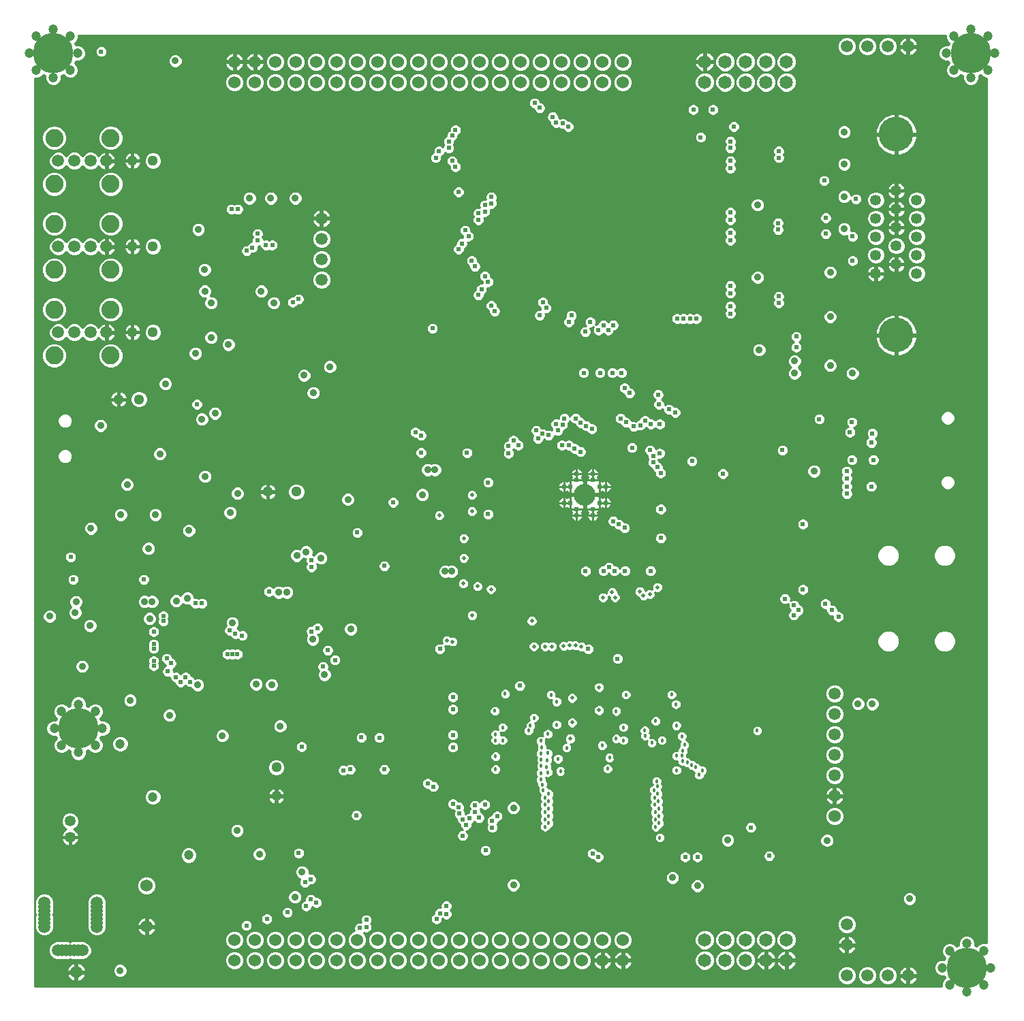
<source format=gbr>
G75*
G70*
%OFA0B0*%
%FSLAX24Y24*%
%IPPOS*%
%LPD*%
%AMOC8*
5,1,8,0,0,1.08239X$1,22.5*
%
%ADD10C,0.0591*%
%ADD11C,0.0600*%
%ADD12C,0.0650*%
%ADD13C,0.0531*%
%ADD14C,0.0238*%
%ADD15C,0.1063*%
%ADD16C,0.0510*%
%ADD17C,0.0886*%
%ADD18C,0.0709*%
%ADD19C,0.1700*%
%ADD20C,0.1975*%
%ADD21C,0.0472*%
%ADD22C,0.0100*%
%ADD23C,0.0237*%
%ADD24C,0.0180*%
%ADD25C,0.0198*%
%ADD26C,0.0354*%
D10*
X013511Y007826D03*
X013511Y008023D03*
X013511Y008220D03*
X013511Y008417D03*
X013511Y008614D03*
X013511Y008810D03*
X013511Y009007D03*
X016070Y009007D03*
X016070Y008810D03*
X016070Y008614D03*
X016070Y008417D03*
X016070Y008220D03*
X016070Y008023D03*
X016070Y007826D03*
X015361Y006665D03*
X015165Y006665D03*
X014968Y006665D03*
X014771Y006665D03*
X014574Y006665D03*
X014377Y006665D03*
X014180Y006665D03*
X014190Y036928D03*
X014977Y036928D03*
X015765Y036928D03*
X016552Y036928D03*
X016552Y041128D03*
X015765Y041128D03*
X014977Y041128D03*
X014190Y041128D03*
X014190Y045328D03*
X014977Y045328D03*
X015765Y045328D03*
X016552Y045328D03*
X027070Y042517D03*
X027070Y041517D03*
X027070Y040517D03*
X027070Y039517D03*
X052170Y019237D03*
X052170Y018237D03*
X052170Y017237D03*
X052170Y016237D03*
X052170Y015237D03*
X052170Y014237D03*
X052770Y007937D03*
X052770Y006937D03*
X052770Y005437D03*
X053770Y005437D03*
X054770Y005437D03*
X055770Y005437D03*
X055770Y050937D03*
X054770Y050937D03*
X053770Y050937D03*
X052770Y050937D03*
D11*
X041820Y050187D03*
X040820Y050187D03*
X040820Y049187D03*
X041820Y049187D03*
X039820Y049187D03*
X039820Y050187D03*
X038820Y050187D03*
X038820Y049187D03*
X037820Y049187D03*
X037820Y050187D03*
X036820Y050187D03*
X035820Y050187D03*
X035820Y049187D03*
X036820Y049187D03*
X034820Y049187D03*
X034820Y050187D03*
X033820Y050187D03*
X033820Y049187D03*
X032820Y049187D03*
X032820Y050187D03*
X031820Y050187D03*
X031820Y049187D03*
X030820Y049187D03*
X030820Y050187D03*
X029820Y050187D03*
X029820Y049187D03*
X028820Y049187D03*
X028820Y050187D03*
X027820Y050187D03*
X027820Y049187D03*
X026820Y049187D03*
X026820Y050187D03*
X025820Y050187D03*
X025820Y049187D03*
X024820Y049187D03*
X024820Y050187D03*
X023820Y050187D03*
X023820Y049187D03*
X022820Y049187D03*
X022820Y050187D03*
X052170Y013237D03*
X041820Y007187D03*
X040820Y007187D03*
X040820Y006187D03*
X041820Y006187D03*
X039820Y006187D03*
X039820Y007187D03*
X038820Y007187D03*
X038820Y006187D03*
X037820Y006187D03*
X037820Y007187D03*
X036820Y007187D03*
X035820Y007187D03*
X035820Y006187D03*
X036820Y006187D03*
X034820Y006187D03*
X034820Y007187D03*
X033820Y007187D03*
X033820Y006187D03*
X032820Y006187D03*
X032820Y007187D03*
X031820Y007187D03*
X031820Y006187D03*
X030820Y006187D03*
X030820Y007187D03*
X029820Y007187D03*
X029820Y006187D03*
X028820Y006187D03*
X028820Y007187D03*
X027820Y007187D03*
X027820Y006187D03*
X026820Y006187D03*
X026820Y007187D03*
X025820Y007187D03*
X025820Y006187D03*
X024820Y006187D03*
X024820Y007187D03*
X023820Y007187D03*
X023820Y006187D03*
X022820Y006187D03*
X022820Y007187D03*
X018520Y007837D03*
X018520Y009837D03*
X015070Y005597D03*
D12*
X045820Y006187D03*
X045820Y007187D03*
X046820Y007187D03*
X047820Y007187D03*
X047820Y006187D03*
X046820Y006187D03*
X048820Y006187D03*
X048820Y007187D03*
X049820Y007187D03*
X049820Y006187D03*
X049820Y049187D03*
X049820Y050187D03*
X048820Y050187D03*
X048820Y049187D03*
X047820Y049187D03*
X047820Y050187D03*
X046820Y050187D03*
X046820Y049187D03*
X045820Y049187D03*
X045820Y050187D03*
D13*
X054190Y043421D03*
X054190Y042521D03*
X055190Y042971D03*
X055190Y042071D03*
X054190Y041621D03*
X055190Y041171D03*
X055190Y040271D03*
X054190Y040721D03*
X054190Y039821D03*
X056190Y039821D03*
X056190Y040721D03*
X056190Y041621D03*
X056190Y042521D03*
X056190Y043421D03*
X055190Y043871D03*
X014770Y013000D03*
X014770Y012213D03*
D14*
X020634Y021397D03*
X020634Y021633D03*
X020496Y021771D03*
X020260Y021771D03*
X020260Y022283D03*
X020496Y022283D03*
X020634Y022420D03*
X020634Y022657D03*
X021146Y022657D03*
X021146Y022420D03*
X021284Y022283D03*
X021520Y022283D03*
X021520Y021771D03*
X021284Y021771D03*
X021146Y021633D03*
X021146Y021397D03*
X038927Y028593D03*
X039241Y028593D03*
X039556Y028278D03*
X039556Y027963D03*
X040344Y027963D03*
X040344Y028278D03*
X040659Y028593D03*
X040974Y028593D03*
X040974Y029380D03*
X040659Y029380D03*
X040344Y029695D03*
X040344Y030010D03*
X039556Y030010D03*
X039556Y029695D03*
X039241Y029380D03*
X038927Y029380D03*
D15*
X039950Y028987D03*
D16*
X025840Y029127D03*
X024440Y029127D03*
X018140Y033657D03*
X017140Y033657D03*
X017820Y036937D03*
X018820Y036937D03*
X018820Y041137D03*
X017820Y041137D03*
X017820Y045337D03*
X018820Y045337D03*
X024860Y015627D03*
X024860Y014227D03*
D17*
X016749Y035806D03*
X016749Y038050D03*
X016749Y040006D03*
X016749Y042250D03*
X016749Y044206D03*
X016749Y046450D03*
X013993Y046450D03*
X013993Y044206D03*
X013993Y042250D03*
X013993Y040006D03*
X013993Y038050D03*
X013993Y035806D03*
D18*
X020890Y022027D03*
D19*
X055190Y036797D03*
X055190Y046637D03*
D20*
X058837Y050606D03*
X015176Y017543D03*
X013952Y050606D03*
X058637Y005818D03*
D21*
X057810Y006645D03*
X058637Y006999D03*
X059463Y006645D03*
X059818Y005818D03*
X059463Y004991D03*
X058637Y004637D03*
X057810Y004991D03*
X057456Y005818D03*
X020570Y011327D03*
X018820Y014187D03*
X017220Y015187D03*
X016003Y016716D03*
X015176Y016361D03*
X014349Y016716D03*
X013995Y017543D03*
X014349Y018369D03*
X015176Y018724D03*
X016003Y018369D03*
X016357Y017543D03*
X017222Y016787D03*
X013952Y049424D03*
X014778Y049779D03*
X015133Y050606D03*
X014778Y051432D03*
X013952Y051787D03*
X013125Y051432D03*
X012771Y050606D03*
X013125Y049779D03*
X057656Y050606D03*
X058011Y049779D03*
X058837Y049424D03*
X059664Y049779D03*
X060019Y050606D03*
X059664Y051432D03*
X058837Y051787D03*
X058011Y051432D03*
D22*
X013040Y049374D02*
X013040Y004907D01*
X057405Y004907D01*
X057404Y004911D01*
X057404Y005072D01*
X057466Y005221D01*
X057580Y005336D01*
X057583Y005337D01*
X057550Y005418D01*
X057536Y005412D01*
X057375Y005412D01*
X057225Y005474D01*
X057111Y005588D01*
X057049Y005737D01*
X057049Y005899D01*
X057111Y006048D01*
X057225Y006162D01*
X057375Y006224D01*
X057536Y006224D01*
X057550Y006219D01*
X057583Y006299D01*
X057580Y006301D01*
X057466Y006415D01*
X057404Y006564D01*
X057404Y006726D01*
X057466Y006875D01*
X057580Y006989D01*
X057729Y007051D01*
X057891Y007051D01*
X058040Y006989D01*
X058154Y006875D01*
X058156Y006872D01*
X058236Y006905D01*
X058230Y006918D01*
X058230Y007080D01*
X058292Y007229D01*
X058407Y007344D01*
X058556Y007405D01*
X058717Y007405D01*
X058867Y007344D01*
X058981Y007229D01*
X059043Y007080D01*
X059043Y006918D01*
X059037Y006905D01*
X059118Y006872D01*
X059119Y006875D01*
X059233Y006989D01*
X059383Y007051D01*
X059544Y007051D01*
X059600Y007028D01*
X059600Y049373D01*
X059583Y049373D01*
X059434Y049434D01*
X059320Y049549D01*
X059319Y049552D01*
X059238Y049519D01*
X059244Y049505D01*
X059244Y049344D01*
X059182Y049194D01*
X059068Y049080D01*
X058918Y049018D01*
X058757Y049018D01*
X058607Y049080D01*
X058493Y049194D01*
X058431Y049344D01*
X058431Y049505D01*
X058437Y049519D01*
X058356Y049552D01*
X058355Y049549D01*
X058241Y049434D01*
X058091Y049373D01*
X057930Y049373D01*
X057781Y049434D01*
X057666Y049549D01*
X057604Y049698D01*
X057604Y049860D01*
X057666Y050009D01*
X057781Y050123D01*
X057784Y050124D01*
X057751Y050205D01*
X057737Y050199D01*
X057576Y050199D01*
X057426Y050261D01*
X057312Y050375D01*
X057250Y050525D01*
X057250Y050686D01*
X057312Y050836D01*
X057426Y050950D01*
X057576Y051012D01*
X057737Y051012D01*
X057751Y051006D01*
X057784Y051087D01*
X057781Y051088D01*
X057666Y051202D01*
X057604Y051351D01*
X057604Y051467D01*
X015185Y051467D01*
X015185Y051351D01*
X015123Y051202D01*
X015009Y051088D01*
X015005Y051087D01*
X015038Y051006D01*
X015052Y051012D01*
X015214Y051012D01*
X015363Y050950D01*
X015477Y050836D01*
X015539Y050686D01*
X015539Y050525D01*
X015477Y050375D01*
X015363Y050261D01*
X015214Y050199D01*
X015052Y050199D01*
X015038Y050205D01*
X015005Y050124D01*
X015009Y050123D01*
X015123Y050009D01*
X015185Y049860D01*
X015185Y049698D01*
X015123Y049549D01*
X015009Y049434D01*
X014859Y049373D01*
X014698Y049373D01*
X014548Y049434D01*
X014434Y049549D01*
X014433Y049552D01*
X014352Y049519D01*
X014358Y049505D01*
X014358Y049344D01*
X014296Y049194D01*
X014182Y049080D01*
X014032Y049018D01*
X013871Y049018D01*
X013722Y049080D01*
X013607Y049194D01*
X013545Y049344D01*
X013545Y049505D01*
X013551Y049519D01*
X013471Y049552D01*
X013469Y049549D01*
X013355Y049434D01*
X013206Y049373D01*
X013044Y049373D01*
X013040Y049374D01*
X013040Y049327D02*
X013552Y049327D01*
X013545Y049425D02*
X013333Y049425D01*
X013444Y049524D02*
X013539Y049524D01*
X013593Y049228D02*
X013040Y049228D01*
X013040Y049130D02*
X013672Y049130D01*
X013840Y049031D02*
X013040Y049031D01*
X013040Y048933D02*
X022417Y048933D01*
X022422Y048920D02*
X022554Y048788D01*
X022727Y048717D01*
X022914Y048717D01*
X023086Y048788D01*
X023219Y048920D01*
X023290Y049093D01*
X023290Y049280D01*
X023219Y049453D01*
X023086Y049585D01*
X022914Y049657D01*
X022727Y049657D01*
X022554Y049585D01*
X022422Y049453D01*
X022350Y049280D01*
X022350Y049093D01*
X022422Y048920D01*
X022376Y049031D02*
X014064Y049031D01*
X014231Y049130D02*
X022350Y049130D01*
X022350Y049228D02*
X014310Y049228D01*
X014351Y049327D02*
X022369Y049327D01*
X022410Y049425D02*
X014987Y049425D01*
X015098Y049524D02*
X022493Y049524D01*
X022644Y049622D02*
X015153Y049622D01*
X015185Y049721D02*
X022716Y049721D01*
X022727Y049717D02*
X022770Y049717D01*
X022770Y050136D01*
X022870Y050136D01*
X022870Y049717D01*
X022914Y049717D01*
X023086Y049788D01*
X023219Y049920D01*
X023290Y050093D01*
X023290Y050137D01*
X022870Y050137D01*
X022870Y050237D01*
X022770Y050237D01*
X022770Y050657D01*
X022727Y050657D01*
X022554Y050585D01*
X022422Y050453D01*
X022350Y050280D01*
X022350Y050237D01*
X022770Y050237D01*
X022770Y050137D01*
X022350Y050137D01*
X022350Y050093D01*
X022422Y049920D01*
X022554Y049788D01*
X022727Y049717D01*
X022770Y049721D02*
X022870Y049721D01*
X022924Y049721D02*
X023716Y049721D01*
X023727Y049717D02*
X023770Y049717D01*
X023770Y050136D01*
X023870Y050136D01*
X023870Y049717D01*
X023914Y049717D01*
X024086Y049788D01*
X024219Y049920D01*
X024290Y050093D01*
X024290Y050137D01*
X023870Y050137D01*
X023870Y050237D01*
X023770Y050237D01*
X023770Y050657D01*
X023727Y050657D01*
X023554Y050585D01*
X023422Y050453D01*
X023350Y050280D01*
X023350Y050237D01*
X023770Y050237D01*
X023770Y050137D01*
X023350Y050137D01*
X023350Y050093D01*
X023422Y049920D01*
X023554Y049788D01*
X023727Y049717D01*
X023770Y049721D02*
X023870Y049721D01*
X023924Y049721D02*
X024716Y049721D01*
X024727Y049717D02*
X024914Y049717D01*
X025086Y049788D01*
X025219Y049920D01*
X025290Y050093D01*
X025290Y050280D01*
X025219Y050453D01*
X025086Y050585D01*
X024914Y050657D01*
X024727Y050657D01*
X024554Y050585D01*
X024422Y050453D01*
X024350Y050280D01*
X024350Y050093D01*
X024422Y049920D01*
X024554Y049788D01*
X024727Y049717D01*
X024727Y049657D02*
X024554Y049585D01*
X024422Y049453D01*
X024350Y049280D01*
X024350Y049093D01*
X024422Y048920D01*
X024554Y048788D01*
X024727Y048717D01*
X024914Y048717D01*
X025086Y048788D01*
X025219Y048920D01*
X025290Y049093D01*
X025290Y049280D01*
X025219Y049453D01*
X025086Y049585D01*
X024914Y049657D01*
X024727Y049657D01*
X024644Y049622D02*
X023996Y049622D01*
X023914Y049657D02*
X023727Y049657D01*
X023554Y049585D01*
X023422Y049453D01*
X023350Y049280D01*
X023350Y049093D01*
X023422Y048920D01*
X023554Y048788D01*
X023727Y048717D01*
X023914Y048717D01*
X024086Y048788D01*
X024219Y048920D01*
X024290Y049093D01*
X024290Y049280D01*
X024219Y049453D01*
X024086Y049585D01*
X023914Y049657D01*
X023870Y049819D02*
X023770Y049819D01*
X023770Y049918D02*
X023870Y049918D01*
X023870Y050017D02*
X023770Y050017D01*
X023770Y050115D02*
X023870Y050115D01*
X023870Y050214D02*
X024350Y050214D01*
X024290Y050237D02*
X024290Y050280D01*
X024219Y050453D01*
X024086Y050585D01*
X023914Y050657D01*
X023870Y050657D01*
X023870Y050237D01*
X024290Y050237D01*
X024277Y050312D02*
X024363Y050312D01*
X024404Y050411D02*
X024236Y050411D01*
X024162Y050509D02*
X024478Y050509D01*
X024609Y050608D02*
X024031Y050608D01*
X023870Y050608D02*
X023770Y050608D01*
X023770Y050509D02*
X023870Y050509D01*
X023870Y050411D02*
X023770Y050411D01*
X023770Y050312D02*
X023870Y050312D01*
X023770Y050214D02*
X022870Y050214D01*
X022870Y050237D02*
X023290Y050237D01*
X023290Y050280D01*
X023219Y050453D01*
X023086Y050585D01*
X022914Y050657D01*
X022870Y050657D01*
X022870Y050237D01*
X022870Y050312D02*
X022770Y050312D01*
X022770Y050214D02*
X020267Y050214D01*
X020267Y050158D02*
X020267Y050296D01*
X020214Y050423D01*
X020117Y050521D01*
X019989Y050574D01*
X019851Y050574D01*
X019724Y050521D01*
X019626Y050423D01*
X019573Y050296D01*
X019573Y050158D01*
X019626Y050030D01*
X019724Y049932D01*
X019851Y049879D01*
X019989Y049879D01*
X020117Y049932D01*
X020214Y050030D01*
X020267Y050158D01*
X020250Y050115D02*
X022350Y050115D01*
X022382Y050017D02*
X020201Y050017D01*
X020082Y049918D02*
X022424Y049918D01*
X022523Y049819D02*
X015185Y049819D01*
X015160Y049918D02*
X019758Y049918D01*
X019639Y050017D02*
X015115Y050017D01*
X015016Y050115D02*
X019591Y050115D01*
X019573Y050214D02*
X015248Y050214D01*
X015414Y050312D02*
X019580Y050312D01*
X019621Y050411D02*
X016379Y050411D01*
X016348Y050398D02*
X016454Y050442D01*
X016535Y050523D01*
X016579Y050629D01*
X016579Y050744D01*
X016535Y050850D01*
X016454Y050931D01*
X016348Y050975D01*
X016233Y050975D01*
X016127Y050931D01*
X016045Y050850D01*
X016001Y050744D01*
X016001Y050629D01*
X016045Y050523D01*
X016127Y050442D01*
X016233Y050398D01*
X016348Y050398D01*
X016202Y050411D02*
X015492Y050411D01*
X015533Y050509D02*
X016059Y050509D01*
X016010Y050608D02*
X015539Y050608D01*
X015531Y050706D02*
X016001Y050706D01*
X016027Y050805D02*
X015490Y050805D01*
X015409Y050903D02*
X016099Y050903D01*
X016482Y050903D02*
X052305Y050903D01*
X052305Y050844D02*
X052376Y050673D01*
X052507Y050542D01*
X052678Y050471D01*
X052863Y050471D01*
X053034Y050542D01*
X053165Y050673D01*
X053235Y050844D01*
X053235Y051029D01*
X053165Y051200D01*
X053034Y051331D01*
X052863Y051402D01*
X052678Y051402D01*
X052507Y051331D01*
X052376Y051200D01*
X052305Y051029D01*
X052305Y050844D01*
X052321Y050805D02*
X016554Y050805D01*
X016579Y050706D02*
X052362Y050706D01*
X052441Y050608D02*
X050096Y050608D01*
X050100Y050606D02*
X049919Y050681D01*
X049722Y050681D01*
X049540Y050606D01*
X049401Y050467D01*
X049325Y050285D01*
X049325Y050088D01*
X049401Y049906D01*
X049540Y049767D01*
X049722Y049692D01*
X049919Y049692D01*
X050100Y049767D01*
X050240Y049906D01*
X050315Y050088D01*
X050315Y050285D01*
X050240Y050467D01*
X050100Y050606D01*
X050197Y050509D02*
X052586Y050509D01*
X052954Y050509D02*
X053586Y050509D01*
X053507Y050542D02*
X053678Y050471D01*
X053863Y050471D01*
X054034Y050542D01*
X054165Y050673D01*
X054235Y050844D01*
X054235Y051029D01*
X054165Y051200D01*
X054034Y051331D01*
X053863Y051402D01*
X053678Y051402D01*
X053507Y051331D01*
X053376Y051200D01*
X053305Y051029D01*
X053305Y050844D01*
X053376Y050673D01*
X053507Y050542D01*
X053441Y050608D02*
X053099Y050608D01*
X053178Y050706D02*
X053362Y050706D01*
X053321Y050805D02*
X053219Y050805D01*
X053235Y050903D02*
X053305Y050903D01*
X053305Y051002D02*
X053235Y051002D01*
X053206Y051101D02*
X053334Y051101D01*
X053375Y051199D02*
X053165Y051199D01*
X053067Y051298D02*
X053473Y051298D01*
X053664Y051396D02*
X052877Y051396D01*
X052664Y051396D02*
X015185Y051396D01*
X015162Y051298D02*
X052473Y051298D01*
X052375Y051199D02*
X015120Y051199D01*
X015021Y051101D02*
X052334Y051101D01*
X052305Y051002D02*
X015237Y051002D01*
X016521Y050509D02*
X019712Y050509D01*
X020128Y050509D02*
X022478Y050509D01*
X022404Y050411D02*
X020220Y050411D01*
X020260Y050312D02*
X022363Y050312D01*
X022609Y050608D02*
X016570Y050608D01*
X014570Y049425D02*
X014358Y049425D01*
X014365Y049524D02*
X014459Y049524D01*
X013040Y048834D02*
X022508Y048834D01*
X022681Y048735D02*
X013040Y048735D01*
X013040Y048637D02*
X059600Y048637D01*
X059600Y048735D02*
X050024Y048735D01*
X050100Y048767D02*
X050240Y048906D01*
X050315Y049088D01*
X050315Y049285D01*
X050240Y049467D01*
X050100Y049606D01*
X049919Y049681D01*
X049722Y049681D01*
X049540Y049606D01*
X049401Y049467D01*
X049325Y049285D01*
X049325Y049088D01*
X049401Y048906D01*
X049540Y048767D01*
X049722Y048692D01*
X049919Y048692D01*
X050100Y048767D01*
X050167Y048834D02*
X059600Y048834D01*
X059600Y048933D02*
X050250Y048933D01*
X050291Y049031D02*
X058725Y049031D01*
X058558Y049130D02*
X050315Y049130D01*
X050315Y049228D02*
X058479Y049228D01*
X058438Y049327D02*
X050298Y049327D01*
X050257Y049425D02*
X057803Y049425D01*
X057691Y049524D02*
X050183Y049524D01*
X050061Y049622D02*
X057636Y049622D01*
X057604Y049721D02*
X049989Y049721D01*
X050153Y049819D02*
X057604Y049819D01*
X057629Y049918D02*
X050244Y049918D01*
X050285Y050017D02*
X057674Y050017D01*
X057773Y050115D02*
X050315Y050115D01*
X050315Y050214D02*
X057541Y050214D01*
X057375Y050312D02*
X050304Y050312D01*
X050263Y050411D02*
X057297Y050411D01*
X057257Y050509D02*
X055954Y050509D01*
X056034Y050542D02*
X056165Y050673D01*
X056235Y050844D01*
X056235Y050888D01*
X055819Y050888D01*
X055819Y050985D01*
X056235Y050985D01*
X056235Y051029D01*
X056165Y051200D01*
X056034Y051331D01*
X055863Y051402D01*
X055819Y051402D01*
X055819Y050985D01*
X055722Y050985D01*
X055722Y051402D01*
X055678Y051402D01*
X055507Y051331D01*
X055376Y051200D01*
X055305Y051029D01*
X055305Y050985D01*
X055721Y050985D01*
X055721Y050888D01*
X055305Y050888D01*
X055305Y050844D01*
X055376Y050673D01*
X055507Y050542D01*
X055678Y050471D01*
X055722Y050471D01*
X055722Y050888D01*
X055819Y050888D01*
X055819Y050471D01*
X055863Y050471D01*
X056034Y050542D01*
X056099Y050608D02*
X057250Y050608D01*
X057258Y050706D02*
X056178Y050706D01*
X056219Y050805D02*
X057299Y050805D01*
X057380Y050903D02*
X055819Y050903D01*
X055721Y050903D02*
X055235Y050903D01*
X055235Y050844D02*
X055235Y051029D01*
X055165Y051200D01*
X055034Y051331D01*
X054863Y051402D01*
X054678Y051402D01*
X054507Y051331D01*
X054376Y051200D01*
X054305Y051029D01*
X054305Y050844D01*
X054376Y050673D01*
X054507Y050542D01*
X054678Y050471D01*
X054863Y050471D01*
X055034Y050542D01*
X055165Y050673D01*
X055235Y050844D01*
X055219Y050805D02*
X055321Y050805D01*
X055362Y050706D02*
X055178Y050706D01*
X055099Y050608D02*
X055441Y050608D01*
X055586Y050509D02*
X054954Y050509D01*
X054586Y050509D02*
X053954Y050509D01*
X054099Y050608D02*
X054441Y050608D01*
X054362Y050706D02*
X054178Y050706D01*
X054219Y050805D02*
X054321Y050805D01*
X054305Y050903D02*
X054235Y050903D01*
X054235Y051002D02*
X054305Y051002D01*
X054334Y051101D02*
X054206Y051101D01*
X054165Y051199D02*
X054375Y051199D01*
X054473Y051298D02*
X054067Y051298D01*
X053877Y051396D02*
X054664Y051396D01*
X054877Y051396D02*
X055664Y051396D01*
X055722Y051396D02*
X055819Y051396D01*
X055877Y051396D02*
X057604Y051396D01*
X057627Y051298D02*
X056067Y051298D01*
X056165Y051199D02*
X057669Y051199D01*
X057768Y051101D02*
X056206Y051101D01*
X056235Y051002D02*
X057552Y051002D01*
X058330Y049524D02*
X058424Y049524D01*
X058431Y049425D02*
X058219Y049425D01*
X058949Y049031D02*
X059600Y049031D01*
X059600Y049130D02*
X059117Y049130D01*
X059196Y049228D02*
X059600Y049228D01*
X059600Y049327D02*
X059237Y049327D01*
X059244Y049425D02*
X059456Y049425D01*
X059345Y049524D02*
X059250Y049524D01*
X059600Y048538D02*
X013040Y048538D01*
X013040Y048440D02*
X037405Y048440D01*
X037443Y048455D02*
X037337Y048411D01*
X037255Y048330D01*
X037211Y048224D01*
X037211Y048109D01*
X037255Y048003D01*
X037337Y047922D01*
X037443Y047878D01*
X037451Y047878D01*
X037451Y047869D01*
X037495Y047763D01*
X037577Y047682D01*
X037683Y047638D01*
X037798Y047638D01*
X037904Y047682D01*
X037985Y047763D01*
X038029Y047869D01*
X038029Y047984D01*
X037985Y048090D01*
X037904Y048171D01*
X037798Y048215D01*
X037789Y048215D01*
X037789Y048224D01*
X037745Y048330D01*
X037664Y048411D01*
X037558Y048455D01*
X037443Y048455D01*
X037595Y048440D02*
X059600Y048440D01*
X059600Y048341D02*
X037734Y048341D01*
X037781Y048243D02*
X059600Y048243D01*
X059600Y048144D02*
X037931Y048144D01*
X038003Y048046D02*
X045051Y048046D01*
X045015Y048010D02*
X045097Y048091D01*
X045203Y048135D01*
X045318Y048135D01*
X045424Y048091D01*
X045505Y048010D01*
X045549Y047904D01*
X045549Y047789D01*
X045505Y047683D01*
X045424Y047602D01*
X045318Y047558D01*
X045203Y047558D01*
X045097Y047602D01*
X045015Y047683D01*
X044971Y047789D01*
X044971Y047904D01*
X045015Y048010D01*
X044989Y047947D02*
X038029Y047947D01*
X038020Y047849D02*
X044971Y047849D01*
X044988Y047750D02*
X038499Y047750D01*
X038544Y047731D02*
X038438Y047775D01*
X038323Y047775D01*
X038217Y047731D01*
X038135Y047650D01*
X038091Y047544D01*
X038091Y047429D01*
X038135Y047323D01*
X038217Y047242D01*
X038251Y047227D01*
X038251Y047149D01*
X038295Y047043D01*
X038377Y046962D01*
X033885Y046962D01*
X033865Y047010D02*
X033784Y047091D01*
X033678Y047135D01*
X033563Y047135D01*
X033457Y047091D01*
X033375Y047010D01*
X033331Y046904D01*
X033331Y046826D01*
X033297Y046811D01*
X033215Y046730D01*
X033171Y046624D01*
X033171Y046546D01*
X033137Y046531D01*
X033055Y046450D01*
X033011Y046344D01*
X033011Y046229D01*
X033054Y046127D01*
X033011Y046024D01*
X033011Y046024D01*
X032984Y046051D01*
X032878Y046095D01*
X032763Y046095D01*
X032657Y046051D01*
X032575Y045970D01*
X032531Y045864D01*
X032531Y045749D01*
X032533Y045746D01*
X032497Y045731D01*
X032415Y045650D01*
X032371Y045544D01*
X032371Y045429D01*
X032415Y045323D01*
X032497Y045242D01*
X032603Y045198D01*
X032718Y045198D01*
X032824Y045242D01*
X032905Y045323D01*
X032949Y045429D01*
X032949Y045544D01*
X032948Y045547D01*
X032984Y045562D01*
X033065Y045643D01*
X033109Y045749D01*
X033109Y045750D01*
X033137Y045722D01*
X033243Y045678D01*
X033358Y045678D01*
X033464Y045722D01*
X033545Y045803D01*
X033589Y045909D01*
X033589Y046024D01*
X033546Y046127D01*
X033589Y046229D01*
X033589Y046307D01*
X033624Y046322D01*
X033705Y046403D01*
X033749Y046509D01*
X033749Y046587D01*
X033784Y046602D01*
X033865Y046683D01*
X033909Y046789D01*
X033909Y046904D01*
X033865Y047010D01*
X033815Y047060D02*
X038288Y047060D01*
X038251Y047159D02*
X013040Y047159D01*
X013040Y047257D02*
X038201Y047257D01*
X038122Y047356D02*
X013040Y047356D01*
X013040Y047454D02*
X038091Y047454D01*
X038095Y047553D02*
X013040Y047553D01*
X013040Y047651D02*
X037650Y047651D01*
X037508Y047750D02*
X013040Y047750D01*
X013040Y047849D02*
X037460Y047849D01*
X037311Y047947D02*
X013040Y047947D01*
X013040Y048046D02*
X037238Y048046D01*
X037211Y048144D02*
X013040Y048144D01*
X013040Y048243D02*
X037219Y048243D01*
X037266Y048341D02*
X013040Y048341D01*
X013040Y047060D02*
X013864Y047060D01*
X013871Y047063D02*
X013646Y046970D01*
X013473Y046798D01*
X013380Y046572D01*
X013380Y046328D01*
X013473Y046103D01*
X013646Y045931D01*
X013871Y045837D01*
X014115Y045837D01*
X014340Y045931D01*
X014513Y046103D01*
X014606Y046328D01*
X014606Y046572D01*
X014513Y046798D01*
X014340Y046970D01*
X014115Y047063D01*
X013871Y047063D01*
X014122Y047060D02*
X016620Y047060D01*
X016627Y047063D02*
X016402Y046970D01*
X016229Y046798D01*
X016136Y046572D01*
X016136Y046328D01*
X016229Y046103D01*
X016402Y045931D01*
X016627Y045837D01*
X016871Y045837D01*
X017096Y045931D01*
X017268Y046103D01*
X017362Y046328D01*
X017362Y046572D01*
X017268Y046798D01*
X017096Y046970D01*
X016871Y047063D01*
X016627Y047063D01*
X016878Y047060D02*
X033425Y047060D01*
X033355Y046962D02*
X017104Y046962D01*
X017203Y046863D02*
X033331Y046863D01*
X033250Y046765D02*
X017282Y046765D01*
X017323Y046666D02*
X033189Y046666D01*
X033171Y046568D02*
X017362Y046568D01*
X017362Y046469D02*
X033074Y046469D01*
X033022Y046370D02*
X017362Y046370D01*
X017338Y046272D02*
X033011Y046272D01*
X033035Y046173D02*
X017298Y046173D01*
X017240Y046075D02*
X032713Y046075D01*
X032581Y045976D02*
X017142Y045976D01*
X016968Y045878D02*
X032537Y045878D01*
X032531Y045779D02*
X016679Y045779D01*
X016645Y045794D02*
X016816Y045723D01*
X016946Y045592D01*
X017017Y045421D01*
X017017Y045377D01*
X016601Y045377D01*
X016601Y045280D01*
X017017Y045280D01*
X017017Y045236D01*
X016946Y045065D01*
X016816Y044934D01*
X016645Y044863D01*
X016600Y044863D01*
X016600Y045280D01*
X016504Y045280D01*
X016504Y044863D01*
X016459Y044863D01*
X016288Y044934D01*
X016158Y045064D01*
X016028Y044934D01*
X015857Y044863D01*
X015672Y044863D01*
X015501Y044934D01*
X015371Y045064D01*
X015241Y044934D01*
X015070Y044863D01*
X014885Y044863D01*
X014714Y044934D01*
X014584Y045064D01*
X014453Y044934D01*
X014282Y044863D01*
X014097Y044863D01*
X013926Y044934D01*
X013795Y045065D01*
X013725Y045236D01*
X013725Y045421D01*
X013795Y045592D01*
X013926Y045723D01*
X014097Y045794D01*
X014282Y045794D01*
X014453Y045723D01*
X014584Y045593D01*
X014714Y045723D01*
X014885Y045794D01*
X015070Y045794D01*
X015241Y045723D01*
X015371Y045593D01*
X015501Y045723D01*
X015672Y045794D01*
X015857Y045794D01*
X016028Y045723D01*
X016158Y045593D01*
X016288Y045723D01*
X016459Y045794D01*
X016504Y045794D01*
X016504Y045377D01*
X016600Y045377D01*
X016600Y045794D01*
X016645Y045794D01*
X016600Y045779D02*
X016504Y045779D01*
X016425Y045779D02*
X015892Y045779D01*
X016070Y045681D02*
X016246Y045681D01*
X016504Y045681D02*
X016600Y045681D01*
X016600Y045582D02*
X016504Y045582D01*
X016504Y045484D02*
X016600Y045484D01*
X016600Y045385D02*
X016504Y045385D01*
X016601Y045286D02*
X017395Y045286D01*
X017395Y045302D02*
X017395Y045252D01*
X017460Y045096D01*
X017579Y044976D01*
X017736Y044912D01*
X017785Y044912D01*
X017785Y045301D01*
X017855Y045301D01*
X017855Y044912D01*
X017905Y044912D01*
X018061Y044976D01*
X018180Y045096D01*
X018245Y045252D01*
X018245Y045302D01*
X017855Y045302D01*
X017855Y045372D01*
X017785Y045372D01*
X017785Y045762D01*
X017736Y045762D01*
X017579Y045697D01*
X017460Y045577D01*
X017395Y045421D01*
X017395Y045372D01*
X017785Y045372D01*
X017785Y045302D01*
X017395Y045302D01*
X017395Y045385D02*
X017017Y045385D01*
X016991Y045484D02*
X017421Y045484D01*
X017465Y045582D02*
X016951Y045582D01*
X016858Y045681D02*
X017563Y045681D01*
X017785Y045681D02*
X017855Y045681D01*
X017855Y045762D02*
X017855Y045372D01*
X018245Y045372D01*
X018245Y045421D01*
X018180Y045577D01*
X018061Y045697D01*
X017905Y045762D01*
X017855Y045762D01*
X017855Y045582D02*
X017785Y045582D01*
X017785Y045484D02*
X017855Y045484D01*
X017855Y045385D02*
X017785Y045385D01*
X017785Y045286D02*
X017855Y045286D01*
X017855Y045188D02*
X017785Y045188D01*
X017785Y045089D02*
X017855Y045089D01*
X017855Y044991D02*
X017785Y044991D01*
X017565Y044991D02*
X016873Y044991D01*
X016957Y045089D02*
X017466Y045089D01*
X017422Y045188D02*
X016997Y045188D01*
X016871Y044819D02*
X017096Y044726D01*
X017268Y044553D01*
X017362Y044328D01*
X017362Y044084D01*
X017268Y043859D01*
X017096Y043687D01*
X016871Y043593D01*
X016627Y043593D01*
X016402Y043687D01*
X016229Y043859D01*
X016136Y044084D01*
X016136Y044328D01*
X016229Y044553D01*
X016402Y044726D01*
X016627Y044819D01*
X016871Y044819D01*
X016932Y044794D02*
X033476Y044794D01*
X033457Y044802D02*
X033563Y044758D01*
X033678Y044758D01*
X033784Y044802D01*
X033865Y044883D01*
X033909Y044989D01*
X033909Y045104D01*
X033865Y045210D01*
X033784Y045291D01*
X033749Y045306D01*
X033749Y045384D01*
X033705Y045490D01*
X033624Y045571D01*
X033518Y045615D01*
X033403Y045615D01*
X033297Y045571D01*
X033215Y045490D01*
X033171Y045384D01*
X033171Y045269D01*
X033215Y045163D01*
X033297Y045082D01*
X033331Y045067D01*
X033331Y044989D01*
X033375Y044883D01*
X033457Y044802D01*
X033371Y044892D02*
X016715Y044892D01*
X016600Y044892D02*
X016504Y044892D01*
X016504Y044991D02*
X016600Y044991D01*
X016600Y045089D02*
X016504Y045089D01*
X016504Y045188D02*
X016600Y045188D01*
X016389Y044892D02*
X015928Y044892D01*
X016085Y044991D02*
X016232Y044991D01*
X016371Y044695D02*
X014371Y044695D01*
X014340Y044726D02*
X014115Y044819D01*
X013871Y044819D01*
X013646Y044726D01*
X013473Y044553D01*
X013380Y044328D01*
X013380Y044084D01*
X013473Y043859D01*
X013646Y043687D01*
X013871Y043593D01*
X014115Y043593D01*
X014340Y043687D01*
X014513Y043859D01*
X014606Y044084D01*
X014606Y044328D01*
X014513Y044553D01*
X014340Y044726D01*
X014353Y044892D02*
X014814Y044892D01*
X014657Y044991D02*
X014510Y044991D01*
X014176Y044794D02*
X016566Y044794D01*
X016272Y044597D02*
X014469Y044597D01*
X014536Y044498D02*
X016206Y044498D01*
X016166Y044400D02*
X014576Y044400D01*
X014606Y044301D02*
X016136Y044301D01*
X016136Y044202D02*
X014606Y044202D01*
X014606Y044104D02*
X016136Y044104D01*
X016169Y044005D02*
X014573Y044005D01*
X014532Y043907D02*
X016209Y043907D01*
X016280Y043808D02*
X014462Y043808D01*
X014363Y043710D02*
X016379Y043710D01*
X016584Y043611D02*
X014158Y043611D01*
X013828Y043611D02*
X013040Y043611D01*
X013040Y043513D02*
X023203Y043513D01*
X023203Y043576D02*
X023203Y043438D01*
X023256Y043310D01*
X023354Y043212D01*
X023481Y043159D01*
X023619Y043159D01*
X023747Y043212D01*
X023844Y043310D01*
X023897Y043438D01*
X023897Y043576D01*
X023844Y043703D01*
X023747Y043801D01*
X023619Y043854D01*
X023481Y043854D01*
X023354Y043801D01*
X023256Y043703D01*
X023203Y043576D01*
X023218Y043611D02*
X016914Y043611D01*
X017119Y043710D02*
X023262Y043710D01*
X023371Y043808D02*
X017218Y043808D01*
X017288Y043907D02*
X033509Y043907D01*
X033491Y043864D02*
X033535Y043970D01*
X033617Y044051D01*
X033723Y044095D01*
X033838Y044095D01*
X033944Y044051D01*
X034025Y043970D01*
X034069Y043864D01*
X034069Y043749D01*
X034025Y043643D01*
X033944Y043562D01*
X033838Y043518D01*
X033723Y043518D01*
X033617Y043562D01*
X033535Y043643D01*
X033491Y043749D01*
X033491Y043864D01*
X033491Y043808D02*
X025969Y043808D01*
X025987Y043801D02*
X025859Y043854D01*
X025721Y043854D01*
X025594Y043801D01*
X025496Y043703D01*
X025443Y043576D01*
X025443Y043438D01*
X025496Y043310D01*
X025594Y043212D01*
X025721Y043159D01*
X025859Y043159D01*
X025987Y043212D01*
X026084Y043310D01*
X026137Y043438D01*
X026137Y043576D01*
X026084Y043703D01*
X025987Y043801D01*
X026078Y043710D02*
X033508Y043710D01*
X033567Y043611D02*
X026123Y043611D01*
X026137Y043513D02*
X035091Y043513D01*
X035091Y043509D02*
X035114Y043455D01*
X035003Y043455D01*
X034897Y043411D01*
X034815Y043330D01*
X034771Y043224D01*
X034771Y043109D01*
X034794Y043055D01*
X034683Y043055D01*
X034577Y043011D01*
X034495Y042930D01*
X034451Y042824D01*
X034451Y042709D01*
X034494Y042607D01*
X034451Y042504D01*
X034451Y042389D01*
X034495Y042283D01*
X034577Y042202D01*
X034683Y042158D01*
X034798Y042158D01*
X034904Y042202D01*
X034985Y042283D01*
X035029Y042389D01*
X035029Y042504D01*
X035007Y042558D01*
X035118Y042558D01*
X035224Y042602D01*
X035305Y042683D01*
X035349Y042789D01*
X035349Y042904D01*
X035327Y042958D01*
X035438Y042958D01*
X035544Y043002D01*
X035625Y043083D01*
X035669Y043189D01*
X035669Y043304D01*
X035626Y043407D01*
X035669Y043509D01*
X035669Y043624D01*
X035625Y043730D01*
X035544Y043811D01*
X035438Y043855D01*
X035323Y043855D01*
X035217Y043811D01*
X035135Y043730D01*
X035091Y043624D01*
X035091Y043509D01*
X035091Y043611D02*
X033993Y043611D01*
X034053Y043710D02*
X035127Y043710D01*
X035214Y043808D02*
X034069Y043808D01*
X034051Y043907D02*
X052506Y043907D01*
X052444Y043881D02*
X052346Y043783D01*
X052293Y043656D01*
X052293Y043518D01*
X052346Y043390D01*
X052444Y043292D01*
X052571Y043239D01*
X052709Y043239D01*
X052837Y043292D01*
X052934Y043390D01*
X052937Y043396D01*
X052975Y043303D01*
X053057Y043222D01*
X053163Y043178D01*
X053278Y043178D01*
X053384Y043222D01*
X053465Y043303D01*
X053509Y043409D01*
X053509Y043524D01*
X053465Y043630D01*
X053384Y043711D01*
X053278Y043755D01*
X053163Y043755D01*
X053057Y043711D01*
X052987Y043642D01*
X052987Y043656D01*
X052934Y043783D01*
X052837Y043881D01*
X052709Y043934D01*
X052571Y043934D01*
X052444Y043881D01*
X052371Y043808D02*
X035547Y043808D01*
X035633Y043710D02*
X052315Y043710D01*
X052293Y043611D02*
X035669Y043611D01*
X035669Y043513D02*
X048304Y043513D01*
X048331Y043524D02*
X048204Y043471D01*
X048106Y043373D01*
X048053Y043246D01*
X048053Y043108D01*
X048106Y042980D01*
X048204Y042882D01*
X048331Y042829D01*
X048469Y042829D01*
X048597Y042882D01*
X048694Y042980D01*
X048747Y043108D01*
X048747Y043246D01*
X048694Y043373D01*
X048597Y043471D01*
X048469Y043524D01*
X048331Y043524D01*
X048496Y043513D02*
X052295Y043513D01*
X052336Y043414D02*
X048654Y043414D01*
X048718Y043316D02*
X052420Y043316D01*
X052860Y043316D02*
X052970Y043316D01*
X053068Y043217D02*
X048747Y043217D01*
X048747Y043119D02*
X053876Y043119D01*
X053821Y043174D02*
X053943Y043052D01*
X054103Y042985D01*
X054277Y042985D01*
X054437Y043052D01*
X054560Y043174D01*
X054626Y043334D01*
X054626Y043508D01*
X054560Y043668D01*
X054437Y043790D01*
X054277Y043857D01*
X054103Y043857D01*
X053943Y043790D01*
X053821Y043668D01*
X053754Y043508D01*
X053754Y043334D01*
X053821Y043174D01*
X053803Y043217D02*
X053372Y043217D01*
X053470Y043316D02*
X053762Y043316D01*
X053754Y043414D02*
X053509Y043414D01*
X053509Y043513D02*
X053757Y043513D01*
X053797Y043611D02*
X053473Y043611D01*
X053385Y043710D02*
X053863Y043710D01*
X053987Y043808D02*
X052909Y043808D01*
X052965Y043710D02*
X053055Y043710D01*
X052774Y043907D02*
X055151Y043907D01*
X055151Y043910D02*
X055151Y043832D01*
X054754Y043832D01*
X054754Y043784D01*
X054821Y043624D01*
X054943Y043502D01*
X055103Y043435D01*
X055151Y043435D01*
X055151Y043832D01*
X055229Y043832D01*
X055229Y043910D01*
X055151Y043910D01*
X054754Y043910D01*
X054754Y043958D01*
X054821Y044118D01*
X054943Y044240D01*
X055103Y044307D01*
X055151Y044307D01*
X055151Y043910D01*
X055229Y043910D02*
X055229Y044307D01*
X055277Y044307D01*
X055437Y044240D01*
X055560Y044118D01*
X055626Y043958D01*
X055626Y043910D01*
X055229Y043910D01*
X055229Y043907D02*
X059600Y043907D01*
X059600Y044005D02*
X055606Y044005D01*
X055565Y044104D02*
X059600Y044104D01*
X059600Y044202D02*
X055475Y044202D01*
X055290Y044301D02*
X059600Y044301D01*
X059600Y044400D02*
X051949Y044400D01*
X051949Y044424D02*
X051905Y044530D01*
X051824Y044611D01*
X051718Y044655D01*
X051603Y044655D01*
X051497Y044611D01*
X051415Y044530D01*
X051371Y044424D01*
X051371Y044309D01*
X051415Y044203D01*
X051497Y044122D01*
X051603Y044078D01*
X051718Y044078D01*
X051824Y044122D01*
X051905Y044203D01*
X051949Y044309D01*
X051949Y044424D01*
X051918Y044498D02*
X059600Y044498D01*
X059600Y044597D02*
X051838Y044597D01*
X051945Y044301D02*
X055090Y044301D01*
X055151Y044301D02*
X055229Y044301D01*
X055229Y044202D02*
X055151Y044202D01*
X055151Y044104D02*
X055229Y044104D01*
X055229Y044005D02*
X055151Y044005D01*
X055229Y043832D02*
X055626Y043832D01*
X055626Y043784D01*
X055560Y043624D01*
X055437Y043502D01*
X055277Y043435D01*
X055229Y043435D01*
X055229Y043832D01*
X055229Y043808D02*
X055151Y043808D01*
X055151Y043710D02*
X055229Y043710D01*
X055229Y043611D02*
X055151Y043611D01*
X055151Y043513D02*
X055229Y043513D01*
X055229Y043407D02*
X055229Y043010D01*
X055151Y043010D01*
X055151Y042932D01*
X054754Y042932D01*
X054754Y042884D01*
X054821Y042724D01*
X054943Y042602D01*
X055103Y042535D01*
X055151Y042535D01*
X055151Y042932D01*
X055229Y042932D01*
X055229Y043010D01*
X055626Y043010D01*
X055626Y043058D01*
X055560Y043218D01*
X055437Y043340D01*
X055277Y043407D01*
X055229Y043407D01*
X055151Y043407D02*
X055103Y043407D01*
X054943Y043340D01*
X054821Y043218D01*
X054754Y043058D01*
X054754Y043010D01*
X055151Y043010D01*
X055151Y043407D01*
X055151Y043316D02*
X055229Y043316D01*
X055229Y043217D02*
X055151Y043217D01*
X055151Y043119D02*
X055229Y043119D01*
X055229Y043020D02*
X055151Y043020D01*
X055151Y042921D02*
X055229Y042921D01*
X055229Y042932D02*
X055229Y042535D01*
X055277Y042535D01*
X055437Y042602D01*
X055560Y042724D01*
X055803Y042724D01*
X055821Y042768D02*
X055754Y042608D01*
X055754Y042434D01*
X055821Y042274D01*
X055943Y042152D01*
X056103Y042085D01*
X056277Y042085D01*
X056437Y042152D01*
X056560Y042274D01*
X056626Y042434D01*
X056626Y042608D01*
X056560Y042768D01*
X056437Y042890D01*
X056277Y042957D01*
X056103Y042957D01*
X055943Y042890D01*
X055821Y042768D01*
X055876Y042823D02*
X055600Y042823D01*
X055626Y042884D02*
X055626Y042932D01*
X055229Y042932D01*
X055229Y042823D02*
X055151Y042823D01*
X055151Y042724D02*
X055229Y042724D01*
X055229Y042626D02*
X055151Y042626D01*
X055151Y042507D02*
X055103Y042507D01*
X054943Y042440D01*
X054821Y042318D01*
X054754Y042158D01*
X054754Y042110D01*
X055151Y042110D01*
X055151Y042032D01*
X054754Y042032D01*
X054754Y041984D01*
X054821Y041824D01*
X054943Y041702D01*
X055103Y041635D01*
X055151Y041635D01*
X055151Y042032D01*
X055229Y042032D01*
X055229Y042110D01*
X055151Y042110D01*
X055151Y042507D01*
X055229Y042507D02*
X055229Y042110D01*
X055626Y042110D01*
X055626Y042158D01*
X055560Y042318D01*
X055437Y042440D01*
X055277Y042507D01*
X055229Y042507D01*
X055229Y042429D02*
X055151Y042429D01*
X055151Y042330D02*
X055229Y042330D01*
X055229Y042232D02*
X055151Y042232D01*
X055151Y042133D02*
X055229Y042133D01*
X055229Y042035D02*
X056050Y042035D01*
X056103Y042057D02*
X055943Y041990D01*
X055821Y041868D01*
X055754Y041708D01*
X055754Y041534D01*
X055821Y041374D01*
X055943Y041252D01*
X056103Y041185D01*
X056277Y041185D01*
X056437Y041252D01*
X056560Y041374D01*
X056626Y041534D01*
X056626Y041708D01*
X056560Y041868D01*
X056437Y041990D01*
X056277Y042057D01*
X056103Y042057D01*
X055988Y042133D02*
X055626Y042133D01*
X055626Y042032D02*
X055229Y042032D01*
X055229Y041635D01*
X055277Y041635D01*
X055437Y041702D01*
X055560Y041824D01*
X055626Y041984D01*
X055626Y042032D01*
X055606Y041936D02*
X055889Y041936D01*
X055808Y041837D02*
X055565Y041837D01*
X055474Y041739D02*
X055767Y041739D01*
X055754Y041640D02*
X055289Y041640D01*
X055277Y041607D02*
X055103Y041607D01*
X054943Y041540D01*
X054821Y041418D01*
X054754Y041258D01*
X054754Y041084D01*
X054821Y040924D01*
X054943Y040802D01*
X055103Y040735D01*
X055277Y040735D01*
X055437Y040802D01*
X055560Y040924D01*
X055626Y041084D01*
X055626Y041258D01*
X055560Y041418D01*
X055437Y041540D01*
X055277Y041607D01*
X055229Y041640D02*
X055151Y041640D01*
X055091Y041640D02*
X054626Y041640D01*
X054626Y041708D02*
X054560Y041868D01*
X054437Y041990D01*
X054277Y042057D01*
X054103Y042057D01*
X053943Y041990D01*
X053821Y041868D01*
X053754Y041708D01*
X053754Y041534D01*
X053821Y041374D01*
X053943Y041252D01*
X054103Y041185D01*
X054277Y041185D01*
X054437Y041252D01*
X054560Y041374D01*
X054626Y041534D01*
X054626Y041708D01*
X054613Y041739D02*
X054906Y041739D01*
X054815Y041837D02*
X054572Y041837D01*
X054491Y041936D02*
X054774Y041936D01*
X054754Y042133D02*
X054392Y042133D01*
X054437Y042152D02*
X054560Y042274D01*
X054626Y042434D01*
X054626Y042608D01*
X054560Y042768D01*
X054437Y042890D01*
X054277Y042957D01*
X054103Y042957D01*
X053943Y042890D01*
X053821Y042768D01*
X053754Y042608D01*
X053754Y042434D01*
X053821Y042274D01*
X053943Y042152D01*
X054103Y042085D01*
X054277Y042085D01*
X054437Y042152D01*
X054517Y042232D02*
X054785Y042232D01*
X054833Y042330D02*
X054583Y042330D01*
X054624Y042429D02*
X054932Y042429D01*
X054919Y042626D02*
X054618Y042626D01*
X054626Y042527D02*
X055754Y042527D01*
X055757Y042429D02*
X055449Y042429D01*
X055547Y042330D02*
X055798Y042330D01*
X055863Y042232D02*
X055595Y042232D01*
X055461Y042626D02*
X055762Y042626D01*
X055560Y042724D02*
X055626Y042884D01*
X055626Y042921D02*
X056018Y042921D01*
X056020Y043020D02*
X055626Y043020D01*
X055601Y043119D02*
X055876Y043119D01*
X055821Y043174D02*
X055943Y043052D01*
X056103Y042985D01*
X056277Y042985D01*
X056437Y043052D01*
X056560Y043174D01*
X056626Y043334D01*
X056626Y043508D01*
X056560Y043668D01*
X056437Y043790D01*
X056277Y043857D01*
X056103Y043857D01*
X055943Y043790D01*
X055821Y043668D01*
X055754Y043508D01*
X055754Y043334D01*
X055821Y043174D01*
X055803Y043217D02*
X055560Y043217D01*
X055462Y043316D02*
X055762Y043316D01*
X055754Y043414D02*
X054626Y043414D01*
X054624Y043513D02*
X054932Y043513D01*
X054834Y043611D02*
X054583Y043611D01*
X054518Y043710D02*
X054785Y043710D01*
X054754Y043808D02*
X054394Y043808D01*
X054774Y044005D02*
X033990Y044005D01*
X033571Y044005D02*
X017329Y044005D01*
X017362Y044104D02*
X051540Y044104D01*
X051416Y044202D02*
X017362Y044202D01*
X017362Y044301D02*
X051375Y044301D01*
X051371Y044400D02*
X017332Y044400D01*
X017291Y044498D02*
X051402Y044498D01*
X051482Y044597D02*
X017225Y044597D01*
X017127Y044695D02*
X046981Y044695D01*
X047023Y044678D02*
X047138Y044678D01*
X047244Y044722D01*
X047325Y044803D01*
X047369Y044909D01*
X047369Y045024D01*
X047325Y045130D01*
X047308Y045147D01*
X047325Y045163D01*
X047369Y045269D01*
X047369Y045384D01*
X047325Y045490D01*
X047244Y045571D01*
X047138Y045615D01*
X047023Y045615D01*
X046917Y045571D01*
X046835Y045490D01*
X046791Y045384D01*
X046791Y045269D01*
X046835Y045163D01*
X046852Y045147D01*
X046835Y045130D01*
X046791Y045024D01*
X046791Y044909D01*
X046835Y044803D01*
X046917Y044722D01*
X047023Y044678D01*
X047179Y044695D02*
X059600Y044695D01*
X059600Y044794D02*
X047316Y044794D01*
X047362Y044892D02*
X052424Y044892D01*
X052444Y044872D02*
X052571Y044819D01*
X052709Y044819D01*
X052837Y044872D01*
X052934Y044970D01*
X052987Y045098D01*
X052987Y045236D01*
X052934Y045363D01*
X052837Y045461D01*
X052709Y045514D01*
X052571Y045514D01*
X052444Y045461D01*
X052346Y045363D01*
X052293Y045236D01*
X052293Y045098D01*
X052346Y044970D01*
X052444Y044872D01*
X052337Y044991D02*
X047369Y044991D01*
X047342Y045089D02*
X052296Y045089D01*
X052293Y045188D02*
X047335Y045188D01*
X047369Y045286D02*
X049232Y045286D01*
X049195Y045323D02*
X049277Y045242D01*
X049383Y045198D01*
X049498Y045198D01*
X049604Y045242D01*
X049685Y045323D01*
X049729Y045429D01*
X049729Y045544D01*
X049686Y045647D01*
X049729Y045749D01*
X049729Y045864D01*
X049685Y045970D01*
X049604Y046051D01*
X049498Y046095D01*
X049383Y046095D01*
X049277Y046051D01*
X049195Y045970D01*
X049151Y045864D01*
X049151Y045749D01*
X049194Y045647D01*
X049151Y045544D01*
X049151Y045429D01*
X049195Y045323D01*
X049170Y045385D02*
X047369Y045385D01*
X047328Y045484D02*
X049151Y045484D01*
X049167Y045582D02*
X047218Y045582D01*
X047144Y045681D02*
X049180Y045681D01*
X049151Y045779D02*
X047301Y045779D01*
X047325Y045803D02*
X047369Y045909D01*
X047369Y046024D01*
X047326Y046127D01*
X047369Y046229D01*
X047369Y046344D01*
X047325Y046450D01*
X047244Y046531D01*
X047138Y046575D01*
X047023Y046575D01*
X046917Y046531D01*
X046835Y046450D01*
X046791Y046344D01*
X046791Y046229D01*
X046834Y046127D01*
X046791Y046024D01*
X046791Y045909D01*
X046835Y045803D01*
X046917Y045722D01*
X047023Y045678D01*
X047138Y045678D01*
X047244Y045722D01*
X047325Y045803D01*
X047356Y045878D02*
X049157Y045878D01*
X049201Y045976D02*
X047369Y045976D01*
X047348Y046075D02*
X049333Y046075D01*
X049547Y046075D02*
X054319Y046075D01*
X054325Y046059D02*
X054612Y045772D01*
X054987Y045617D01*
X055140Y045617D01*
X055140Y046586D01*
X055240Y046586D01*
X055240Y045617D01*
X055393Y045617D01*
X055768Y045772D01*
X056055Y046059D01*
X056210Y046434D01*
X056210Y046587D01*
X055240Y046587D01*
X055240Y046687D01*
X055140Y046687D01*
X055140Y047657D01*
X054987Y047657D01*
X054612Y047501D01*
X054325Y047214D01*
X054170Y046839D01*
X054170Y046687D01*
X055140Y046687D01*
X055140Y046587D01*
X054170Y046587D01*
X054170Y046434D01*
X054325Y046059D01*
X054408Y045976D02*
X049679Y045976D01*
X049723Y045878D02*
X054507Y045878D01*
X054605Y045779D02*
X049729Y045779D01*
X049700Y045681D02*
X054833Y045681D01*
X055140Y045681D02*
X055240Y045681D01*
X055240Y045779D02*
X055140Y045779D01*
X055140Y045878D02*
X055240Y045878D01*
X055240Y045976D02*
X055140Y045976D01*
X055140Y046075D02*
X055240Y046075D01*
X055240Y046173D02*
X055140Y046173D01*
X055140Y046272D02*
X055240Y046272D01*
X055240Y046370D02*
X055140Y046370D01*
X055140Y046469D02*
X055240Y046469D01*
X055240Y046568D02*
X055140Y046568D01*
X055140Y046666D02*
X052983Y046666D01*
X052987Y046678D02*
X052987Y046816D01*
X052934Y046943D01*
X052837Y047041D01*
X052709Y047094D01*
X052571Y047094D01*
X052444Y047041D01*
X052346Y046943D01*
X052293Y046816D01*
X052293Y046678D01*
X052346Y046550D01*
X052444Y046452D01*
X052571Y046399D01*
X052709Y046399D01*
X052837Y046452D01*
X052934Y046550D01*
X052987Y046678D01*
X052987Y046765D02*
X054170Y046765D01*
X054180Y046863D02*
X052968Y046863D01*
X052916Y046962D02*
X054221Y046962D01*
X054262Y047060D02*
X052790Y047060D01*
X052490Y047060D02*
X047529Y047060D01*
X047529Y047064D02*
X047485Y047170D01*
X047404Y047251D01*
X047298Y047295D01*
X047183Y047295D01*
X047077Y047251D01*
X046995Y047170D01*
X046951Y047064D01*
X046951Y046949D01*
X046995Y046843D01*
X047077Y046762D01*
X047183Y046718D01*
X047298Y046718D01*
X047404Y046762D01*
X047485Y046843D01*
X047529Y046949D01*
X047529Y047064D01*
X047529Y046962D02*
X052364Y046962D01*
X052313Y046863D02*
X047493Y046863D01*
X047406Y046765D02*
X052293Y046765D01*
X052298Y046666D02*
X045849Y046666D01*
X045865Y046650D02*
X045784Y046731D01*
X045678Y046775D01*
X045563Y046775D01*
X045457Y046731D01*
X045375Y046650D01*
X045331Y046544D01*
X045331Y046429D01*
X045375Y046323D01*
X045457Y046242D01*
X045563Y046198D01*
X045678Y046198D01*
X045784Y046242D01*
X045865Y046323D01*
X045909Y046429D01*
X045909Y046544D01*
X045865Y046650D01*
X045899Y046568D02*
X047004Y046568D01*
X047156Y046568D02*
X052339Y046568D01*
X052427Y046469D02*
X047306Y046469D01*
X047358Y046370D02*
X054196Y046370D01*
X054170Y046469D02*
X052853Y046469D01*
X052942Y046568D02*
X054170Y046568D01*
X054237Y046272D02*
X047369Y046272D01*
X047346Y046173D02*
X054278Y046173D01*
X055140Y046765D02*
X055240Y046765D01*
X055240Y046687D02*
X055240Y047657D01*
X055393Y047657D01*
X055768Y047501D01*
X056055Y047214D01*
X056210Y046839D01*
X056210Y046687D01*
X055240Y046687D01*
X055240Y046666D02*
X059600Y046666D01*
X059600Y046568D02*
X056210Y046568D01*
X056210Y046469D02*
X059600Y046469D01*
X059600Y046370D02*
X056184Y046370D01*
X056143Y046272D02*
X059600Y046272D01*
X059600Y046173D02*
X056102Y046173D01*
X056061Y046075D02*
X059600Y046075D01*
X059600Y045976D02*
X055972Y045976D01*
X055874Y045878D02*
X059600Y045878D01*
X059600Y045779D02*
X055775Y045779D01*
X055548Y045681D02*
X059600Y045681D01*
X059600Y045582D02*
X049713Y045582D01*
X049729Y045484D02*
X052498Y045484D01*
X052368Y045385D02*
X049711Y045385D01*
X049648Y045286D02*
X052314Y045286D01*
X052782Y045484D02*
X059600Y045484D01*
X059600Y045385D02*
X052913Y045385D01*
X052966Y045286D02*
X059600Y045286D01*
X059600Y045188D02*
X052987Y045188D01*
X052984Y045089D02*
X059600Y045089D01*
X059600Y044991D02*
X052943Y044991D01*
X052857Y044892D02*
X059600Y044892D01*
X059600Y043808D02*
X056394Y043808D01*
X056518Y043710D02*
X059600Y043710D01*
X059600Y043611D02*
X056583Y043611D01*
X056624Y043513D02*
X059600Y043513D01*
X059600Y043414D02*
X056626Y043414D01*
X056618Y043316D02*
X059600Y043316D01*
X059600Y043217D02*
X056577Y043217D01*
X056504Y043119D02*
X059600Y043119D01*
X059600Y043020D02*
X056361Y043020D01*
X056362Y042921D02*
X059600Y042921D01*
X059600Y042823D02*
X056504Y042823D01*
X056578Y042724D02*
X059600Y042724D01*
X059600Y042626D02*
X056618Y042626D01*
X056626Y042527D02*
X059600Y042527D01*
X059600Y042429D02*
X056624Y042429D01*
X056583Y042330D02*
X059600Y042330D01*
X059600Y042232D02*
X056517Y042232D01*
X056392Y042133D02*
X059600Y042133D01*
X059600Y042035D02*
X056330Y042035D01*
X056491Y041936D02*
X059600Y041936D01*
X059600Y041837D02*
X056572Y041837D01*
X056613Y041739D02*
X059600Y041739D01*
X059600Y041640D02*
X056626Y041640D01*
X056626Y041542D02*
X059600Y041542D01*
X059600Y041443D02*
X056588Y041443D01*
X056530Y041345D02*
X059600Y041345D01*
X059600Y041246D02*
X056424Y041246D01*
X056437Y041090D02*
X056277Y041157D01*
X056103Y041157D01*
X055943Y041090D01*
X055821Y040968D01*
X055754Y040808D01*
X055754Y040634D01*
X055821Y040474D01*
X055943Y040352D01*
X056103Y040285D01*
X056277Y040285D01*
X056437Y040352D01*
X056560Y040474D01*
X056626Y040634D01*
X056626Y040808D01*
X056560Y040968D01*
X056437Y041090D01*
X056478Y041049D02*
X059600Y041049D01*
X059600Y040951D02*
X056567Y040951D01*
X056607Y040852D02*
X059600Y040852D01*
X059600Y040753D02*
X056626Y040753D01*
X056626Y040655D02*
X059600Y040655D01*
X059600Y040556D02*
X056594Y040556D01*
X056543Y040458D02*
X059600Y040458D01*
X059600Y040359D02*
X056445Y040359D01*
X056437Y040190D02*
X056277Y040257D01*
X056103Y040257D01*
X055943Y040190D01*
X055821Y040068D01*
X055754Y039908D01*
X055754Y039734D01*
X055821Y039574D01*
X055943Y039452D01*
X056103Y039385D01*
X056277Y039385D01*
X056437Y039452D01*
X056560Y039574D01*
X056626Y039734D01*
X056626Y039908D01*
X056560Y040068D01*
X056437Y040190D01*
X056465Y040162D02*
X059600Y040162D01*
X059600Y040064D02*
X056561Y040064D01*
X056602Y039965D02*
X059600Y039965D01*
X059600Y039867D02*
X056626Y039867D01*
X056626Y039768D02*
X059600Y039768D01*
X059600Y039669D02*
X056599Y039669D01*
X056556Y039571D02*
X059600Y039571D01*
X059600Y039472D02*
X056458Y039472D01*
X055922Y039472D02*
X054458Y039472D01*
X054437Y039452D02*
X054560Y039574D01*
X054626Y039734D01*
X054626Y039782D01*
X054229Y039782D01*
X054229Y039860D01*
X054151Y039860D01*
X054151Y039782D01*
X053754Y039782D01*
X053754Y039734D01*
X053821Y039574D01*
X053943Y039452D01*
X054103Y039385D01*
X054151Y039385D01*
X054151Y039782D01*
X054229Y039782D01*
X054229Y039385D01*
X054277Y039385D01*
X054437Y039452D01*
X054556Y039571D02*
X055824Y039571D01*
X055781Y039669D02*
X054599Y039669D01*
X054626Y039768D02*
X055754Y039768D01*
X055754Y039867D02*
X055353Y039867D01*
X055277Y039835D02*
X055437Y039902D01*
X055560Y040024D01*
X055626Y040184D01*
X055626Y040232D01*
X055229Y040232D01*
X055229Y040310D01*
X055151Y040310D01*
X055151Y040232D01*
X054754Y040232D01*
X054754Y040184D01*
X054821Y040024D01*
X054943Y039902D01*
X055103Y039835D01*
X055151Y039835D01*
X055151Y040232D01*
X055229Y040232D01*
X055229Y039835D01*
X055277Y039835D01*
X055229Y039867D02*
X055151Y039867D01*
X055151Y039965D02*
X055229Y039965D01*
X055229Y040064D02*
X055151Y040064D01*
X055151Y040162D02*
X055229Y040162D01*
X055229Y040261D02*
X059600Y040261D01*
X059600Y041148D02*
X056299Y041148D01*
X056082Y041148D02*
X055626Y041148D01*
X055626Y041246D02*
X055956Y041246D01*
X055850Y041345D02*
X055590Y041345D01*
X055534Y041443D02*
X055792Y041443D01*
X055754Y041542D02*
X055433Y041542D01*
X055229Y041739D02*
X055151Y041739D01*
X055151Y041837D02*
X055229Y041837D01*
X055229Y041936D02*
X055151Y041936D01*
X055151Y042035D02*
X054330Y042035D01*
X054050Y042035D02*
X052987Y042035D01*
X052987Y042076D02*
X052934Y042203D01*
X052837Y042301D01*
X052709Y042354D01*
X052571Y042354D01*
X052444Y042301D01*
X052346Y042203D01*
X052293Y042076D01*
X052293Y041938D01*
X052346Y041810D01*
X052444Y041712D01*
X052571Y041659D01*
X052709Y041659D01*
X052761Y041681D01*
X052761Y041569D01*
X052805Y041463D01*
X052887Y041382D01*
X052993Y041338D01*
X053108Y041338D01*
X053214Y041382D01*
X053295Y041463D01*
X053339Y041569D01*
X053339Y041684D01*
X053295Y041790D01*
X053214Y041871D01*
X053108Y041915D01*
X052993Y041915D01*
X052975Y041908D01*
X052987Y041938D01*
X052987Y042076D01*
X052964Y042133D02*
X053988Y042133D01*
X053863Y042232D02*
X052906Y042232D01*
X052766Y042330D02*
X053798Y042330D01*
X053757Y042429D02*
X052004Y042429D01*
X051985Y042383D02*
X052029Y042489D01*
X052029Y042604D01*
X051985Y042710D01*
X051904Y042791D01*
X051798Y042835D01*
X051683Y042835D01*
X051577Y042791D01*
X051495Y042710D01*
X051451Y042604D01*
X051451Y042489D01*
X051495Y042383D01*
X051577Y042302D01*
X051683Y042258D01*
X051798Y042258D01*
X051904Y042302D01*
X051985Y042383D01*
X051932Y042330D02*
X052514Y042330D01*
X052374Y042232D02*
X049699Y042232D01*
X049699Y042229D02*
X049699Y042344D01*
X049655Y042450D01*
X049574Y042531D01*
X049468Y042575D01*
X049353Y042575D01*
X049247Y042531D01*
X049165Y042450D01*
X049121Y042344D01*
X049121Y042229D01*
X049164Y042127D01*
X049121Y042024D01*
X049121Y041909D01*
X049165Y041803D01*
X049247Y041722D01*
X049353Y041678D01*
X049468Y041678D01*
X049574Y041722D01*
X049655Y041803D01*
X049699Y041909D01*
X049699Y042024D01*
X049656Y042127D01*
X049699Y042229D01*
X049699Y042330D02*
X051548Y042330D01*
X051476Y042429D02*
X049664Y042429D01*
X049578Y042527D02*
X051451Y042527D01*
X051460Y042626D02*
X047309Y042626D01*
X047308Y042627D02*
X047325Y042643D01*
X047369Y042749D01*
X047369Y042864D01*
X047325Y042970D01*
X047244Y043051D01*
X047138Y043095D01*
X047023Y043095D01*
X046917Y043051D01*
X046835Y042970D01*
X046791Y042864D01*
X046791Y042749D01*
X046835Y042643D01*
X046852Y042627D01*
X046835Y042610D01*
X046791Y042504D01*
X046791Y042389D01*
X046835Y042283D01*
X046917Y042202D01*
X047023Y042158D01*
X047138Y042158D01*
X047244Y042202D01*
X047325Y042283D01*
X047369Y042389D01*
X047369Y042504D01*
X047325Y042610D01*
X047308Y042627D01*
X047359Y042724D02*
X051510Y042724D01*
X051653Y042823D02*
X047369Y042823D01*
X047345Y042921D02*
X048164Y042921D01*
X048089Y043020D02*
X047275Y043020D01*
X046885Y043020D02*
X035562Y043020D01*
X035640Y043119D02*
X048053Y043119D01*
X048053Y043217D02*
X035669Y043217D01*
X035664Y043316D02*
X048082Y043316D01*
X048147Y043414D02*
X035629Y043414D01*
X035342Y042921D02*
X046815Y042921D01*
X046791Y042823D02*
X035349Y042823D01*
X035322Y042724D02*
X046802Y042724D01*
X046851Y042626D02*
X035248Y042626D01*
X035019Y042527D02*
X046801Y042527D01*
X046791Y042429D02*
X035029Y042429D01*
X035004Y042330D02*
X046816Y042330D01*
X046887Y042232D02*
X034934Y042232D01*
X034547Y042232D02*
X027443Y042232D01*
X027465Y042253D02*
X027535Y042424D01*
X027535Y042468D01*
X027119Y042468D01*
X027119Y042565D01*
X027535Y042565D01*
X027535Y042609D01*
X027465Y042780D01*
X027334Y042911D01*
X027163Y042982D01*
X027119Y042982D01*
X027119Y042565D01*
X027022Y042565D01*
X027022Y042982D01*
X026978Y042982D01*
X026807Y042911D01*
X026676Y042780D01*
X026605Y042609D01*
X026605Y042565D01*
X027021Y042565D01*
X027021Y042468D01*
X026605Y042468D01*
X026605Y042424D01*
X026676Y042253D01*
X026807Y042122D01*
X026978Y042051D01*
X027022Y042051D01*
X027022Y042468D01*
X027119Y042468D01*
X027119Y042051D01*
X027163Y042051D01*
X027334Y042122D01*
X027465Y042253D01*
X027496Y042330D02*
X034476Y042330D01*
X034451Y042429D02*
X027535Y042429D01*
X027529Y042626D02*
X034486Y042626D01*
X034461Y042527D02*
X027119Y042527D01*
X027021Y042527D02*
X017298Y042527D01*
X017268Y042598D02*
X017096Y042770D01*
X016871Y042863D01*
X016627Y042863D01*
X016402Y042770D01*
X016229Y042598D01*
X016136Y042372D01*
X016136Y042128D01*
X016229Y041903D01*
X016402Y041731D01*
X016627Y041637D01*
X016871Y041637D01*
X017096Y041731D01*
X017268Y041903D01*
X017362Y042128D01*
X017362Y042372D01*
X017268Y042598D01*
X017240Y042626D02*
X026612Y042626D01*
X026653Y042724D02*
X023146Y042724D01*
X023144Y042722D02*
X023225Y042803D01*
X023269Y042909D01*
X023269Y043024D01*
X023225Y043130D01*
X023144Y043211D01*
X023038Y043255D01*
X022923Y043255D01*
X022820Y043213D01*
X022718Y043255D01*
X022603Y043255D01*
X022497Y043211D01*
X022415Y043130D01*
X022371Y043024D01*
X022371Y042909D01*
X022415Y042803D01*
X022497Y042722D01*
X022603Y042678D01*
X022718Y042678D01*
X022820Y042720D01*
X022923Y042678D01*
X023038Y042678D01*
X023144Y042722D01*
X023233Y042823D02*
X026718Y042823D01*
X026832Y042921D02*
X023269Y042921D01*
X023269Y043020D02*
X034597Y043020D01*
X034492Y042921D02*
X027309Y042921D01*
X027422Y042823D02*
X034451Y042823D01*
X034451Y042724D02*
X027488Y042724D01*
X027119Y042724D02*
X027022Y042724D01*
X027022Y042626D02*
X027119Y042626D01*
X027119Y042823D02*
X027022Y042823D01*
X027022Y042921D02*
X027119Y042921D01*
X027119Y042429D02*
X027022Y042429D01*
X027022Y042330D02*
X027119Y042330D01*
X027119Y042232D02*
X027022Y042232D01*
X027022Y042133D02*
X027119Y042133D01*
X027163Y041982D02*
X026978Y041982D01*
X026807Y041911D01*
X026676Y041780D01*
X026605Y041609D01*
X026605Y041424D01*
X026676Y041253D01*
X026807Y041122D01*
X026978Y041051D01*
X027163Y041051D01*
X027334Y041122D01*
X027465Y041253D01*
X027535Y041424D01*
X027535Y041609D01*
X027465Y041780D01*
X027334Y041911D01*
X027163Y041982D01*
X027273Y041936D02*
X033811Y041936D01*
X033811Y041984D02*
X033855Y042090D01*
X033937Y042171D01*
X034043Y042215D01*
X034158Y042215D01*
X034264Y042171D01*
X034345Y042090D01*
X034389Y041984D01*
X034389Y041906D01*
X034424Y041891D01*
X034505Y041810D01*
X034549Y041704D01*
X034549Y041589D01*
X034505Y041483D01*
X034424Y041402D01*
X034318Y041358D01*
X034223Y041358D01*
X034229Y041344D01*
X034229Y041229D01*
X034185Y041123D01*
X034104Y041042D01*
X034069Y041027D01*
X034069Y040949D01*
X034025Y040843D01*
X033944Y040762D01*
X033838Y040718D01*
X033723Y040718D01*
X033617Y040762D01*
X033535Y040843D01*
X033491Y040949D01*
X033491Y041064D01*
X033535Y041170D01*
X033617Y041251D01*
X033651Y041266D01*
X033651Y041344D01*
X033695Y041450D01*
X033777Y041531D01*
X033883Y041575D01*
X033977Y041575D01*
X033971Y041589D01*
X033971Y041667D01*
X033937Y041682D01*
X033855Y041763D01*
X033811Y041869D01*
X033811Y041984D01*
X033832Y042035D02*
X024048Y042035D01*
X023998Y042055D02*
X023883Y042055D01*
X023777Y042011D01*
X023695Y041930D01*
X023651Y041824D01*
X023651Y041709D01*
X023694Y041607D01*
X023651Y041504D01*
X023651Y041389D01*
X023657Y041375D01*
X023633Y041375D01*
X023527Y041331D01*
X023445Y041250D01*
X023431Y041215D01*
X023353Y041215D01*
X023247Y041171D01*
X023165Y041090D01*
X023121Y040984D01*
X023121Y040869D01*
X023165Y040763D01*
X023247Y040682D01*
X023353Y040638D01*
X023468Y040638D01*
X023574Y040682D01*
X023655Y040763D01*
X023669Y040798D01*
X023748Y040798D01*
X023854Y040842D01*
X023935Y040923D01*
X023979Y041029D01*
X023979Y041144D01*
X023973Y041158D01*
X023998Y041158D01*
X024051Y041180D01*
X024051Y041149D01*
X024095Y041043D01*
X024177Y040962D01*
X024283Y040918D01*
X024398Y040918D01*
X024500Y040960D01*
X024603Y040918D01*
X024718Y040918D01*
X024824Y040962D01*
X024905Y041043D01*
X024949Y041149D01*
X024949Y041264D01*
X024905Y041370D01*
X024824Y041451D01*
X024718Y041495D01*
X024603Y041495D01*
X024500Y041453D01*
X024398Y041495D01*
X024283Y041495D01*
X024229Y041473D01*
X024229Y041504D01*
X024186Y041607D01*
X024229Y041709D01*
X024229Y041824D01*
X024185Y041930D01*
X024104Y042011D01*
X023998Y042055D01*
X023832Y042035D02*
X021387Y042035D01*
X021387Y042036D02*
X021334Y042163D01*
X021237Y042261D01*
X021109Y042314D01*
X020971Y042314D01*
X020844Y042261D01*
X020746Y042163D01*
X020693Y042036D01*
X020693Y041898D01*
X020746Y041770D01*
X020844Y041672D01*
X020971Y041619D01*
X021109Y041619D01*
X021237Y041672D01*
X021334Y041770D01*
X021387Y041898D01*
X021387Y042036D01*
X021387Y041936D02*
X023701Y041936D01*
X023657Y041837D02*
X021362Y041837D01*
X021303Y041739D02*
X023651Y041739D01*
X023680Y041640D02*
X021160Y041640D01*
X020921Y041640D02*
X016878Y041640D01*
X016816Y041523D02*
X016645Y041594D01*
X016600Y041594D01*
X016600Y041177D01*
X016504Y041177D01*
X016504Y041594D01*
X016459Y041594D01*
X016288Y041523D01*
X016158Y041393D01*
X016028Y041523D01*
X015857Y041594D01*
X015672Y041594D01*
X015501Y041523D01*
X015371Y041393D01*
X015241Y041523D01*
X015070Y041594D01*
X014885Y041594D01*
X014714Y041523D01*
X014584Y041393D01*
X014453Y041523D01*
X014282Y041594D01*
X014097Y041594D01*
X013926Y041523D01*
X013795Y041392D01*
X013725Y041221D01*
X013725Y041036D01*
X013795Y040865D01*
X013926Y040734D01*
X014097Y040663D01*
X014282Y040663D01*
X014453Y040734D01*
X014584Y040864D01*
X014714Y040734D01*
X014885Y040663D01*
X015070Y040663D01*
X015241Y040734D01*
X015371Y040864D01*
X015501Y040734D01*
X015672Y040663D01*
X015857Y040663D01*
X016028Y040734D01*
X016158Y040864D01*
X016288Y040734D01*
X016459Y040663D01*
X016504Y040663D01*
X016504Y041080D01*
X016600Y041080D01*
X016600Y040663D01*
X016645Y040663D01*
X016816Y040734D01*
X016946Y040865D01*
X017017Y041036D01*
X017017Y041080D01*
X016601Y041080D01*
X016601Y041177D01*
X017017Y041177D01*
X017017Y041221D01*
X016946Y041392D01*
X016816Y041523D01*
X016770Y041542D02*
X017688Y041542D01*
X017736Y041562D02*
X017579Y041497D01*
X017460Y041377D01*
X017395Y041221D01*
X017395Y041172D01*
X017785Y041172D01*
X017785Y041562D01*
X017736Y041562D01*
X017785Y041542D02*
X017855Y041542D01*
X017855Y041562D02*
X017855Y041172D01*
X017785Y041172D01*
X017785Y041102D01*
X017395Y041102D01*
X017395Y041052D01*
X017460Y040896D01*
X017579Y040776D01*
X017736Y040712D01*
X017785Y040712D01*
X017785Y041101D01*
X017855Y041101D01*
X017855Y040712D01*
X017905Y040712D01*
X018061Y040776D01*
X018180Y040896D01*
X018245Y041052D01*
X018245Y041102D01*
X017855Y041102D01*
X017855Y041172D01*
X018245Y041172D01*
X018245Y041221D01*
X018180Y041377D01*
X018061Y041497D01*
X017905Y041562D01*
X017855Y041562D01*
X017952Y041542D02*
X018688Y041542D01*
X018736Y041562D02*
X018579Y041497D01*
X018460Y041377D01*
X018395Y041221D01*
X018395Y041052D01*
X018460Y040896D01*
X018579Y040776D01*
X018736Y040712D01*
X018905Y040712D01*
X019061Y040776D01*
X019180Y040896D01*
X019245Y041052D01*
X019245Y041221D01*
X019180Y041377D01*
X019061Y041497D01*
X018905Y041562D01*
X018736Y041562D01*
X018952Y041542D02*
X023667Y041542D01*
X023651Y041443D02*
X019114Y041443D01*
X019194Y041345D02*
X023559Y041345D01*
X023444Y041246D02*
X019235Y041246D01*
X019245Y041148D02*
X023223Y041148D01*
X023148Y041049D02*
X019244Y041049D01*
X019203Y040951D02*
X023121Y040951D01*
X023129Y040852D02*
X019137Y040852D01*
X019006Y040753D02*
X023175Y040753D01*
X023311Y040655D02*
X013040Y040655D01*
X013040Y040753D02*
X013907Y040753D01*
X013871Y040619D02*
X013646Y040526D01*
X013473Y040353D01*
X013380Y040128D01*
X013380Y039884D01*
X013473Y039659D01*
X013646Y039487D01*
X013871Y039393D01*
X014115Y039393D01*
X014340Y039487D01*
X014513Y039659D01*
X014606Y039884D01*
X014606Y040128D01*
X014513Y040353D01*
X014340Y040526D01*
X014115Y040619D01*
X013871Y040619D01*
X013719Y040556D02*
X013040Y040556D01*
X013040Y040458D02*
X013578Y040458D01*
X013479Y040359D02*
X013040Y040359D01*
X013040Y040261D02*
X013435Y040261D01*
X013394Y040162D02*
X013040Y040162D01*
X013040Y040064D02*
X013380Y040064D01*
X013380Y039965D02*
X013040Y039965D01*
X013040Y039867D02*
X013387Y039867D01*
X013428Y039768D02*
X013040Y039768D01*
X013040Y039669D02*
X013469Y039669D01*
X013562Y039571D02*
X013040Y039571D01*
X013040Y039472D02*
X013680Y039472D01*
X014306Y039472D02*
X016436Y039472D01*
X016402Y039487D02*
X016627Y039393D01*
X016871Y039393D01*
X017096Y039487D01*
X017268Y039659D01*
X017362Y039884D01*
X017362Y040128D01*
X017268Y040353D01*
X017096Y040526D01*
X016871Y040619D01*
X016627Y040619D01*
X016402Y040526D01*
X016229Y040353D01*
X016136Y040128D01*
X016136Y039884D01*
X016229Y039659D01*
X016402Y039487D01*
X016317Y039571D02*
X014424Y039571D01*
X014517Y039669D02*
X016225Y039669D01*
X016184Y039768D02*
X014558Y039768D01*
X014598Y039867D02*
X016143Y039867D01*
X016136Y039965D02*
X014606Y039965D01*
X014606Y040064D02*
X016136Y040064D01*
X016150Y040162D02*
X014592Y040162D01*
X014551Y040261D02*
X016191Y040261D01*
X016235Y040359D02*
X014507Y040359D01*
X014408Y040458D02*
X016334Y040458D01*
X016475Y040556D02*
X014266Y040556D01*
X014473Y040753D02*
X014694Y040753D01*
X014596Y040852D02*
X014571Y040852D01*
X014533Y041443D02*
X014634Y041443D01*
X014760Y041542D02*
X014407Y041542D01*
X014340Y041731D02*
X014513Y041903D01*
X014606Y042128D01*
X014606Y042372D01*
X014513Y042598D01*
X014340Y042770D01*
X014115Y042863D01*
X013871Y042863D01*
X013646Y042770D01*
X013473Y042598D01*
X013380Y042372D01*
X013380Y042128D01*
X013473Y041903D01*
X013646Y041731D01*
X013871Y041637D01*
X014115Y041637D01*
X014340Y041731D01*
X014348Y041739D02*
X016394Y041739D01*
X016295Y041837D02*
X014447Y041837D01*
X014526Y041936D02*
X016216Y041936D01*
X016175Y042035D02*
X014567Y042035D01*
X014606Y042133D02*
X016136Y042133D01*
X016136Y042232D02*
X014606Y042232D01*
X014606Y042330D02*
X016136Y042330D01*
X016159Y042429D02*
X014583Y042429D01*
X014542Y042527D02*
X016200Y042527D01*
X016258Y042626D02*
X014484Y042626D01*
X014386Y042724D02*
X016356Y042724D01*
X016529Y042823D02*
X014212Y042823D01*
X013774Y042823D02*
X013040Y042823D01*
X013040Y042921D02*
X022371Y042921D01*
X022371Y043020D02*
X013040Y043020D01*
X013040Y043119D02*
X022411Y043119D01*
X022510Y043217D02*
X013040Y043217D01*
X013040Y043316D02*
X023253Y043316D01*
X023213Y043414D02*
X013040Y043414D01*
X013040Y043710D02*
X013623Y043710D01*
X013524Y043808D02*
X013040Y043808D01*
X013040Y043907D02*
X013454Y043907D01*
X013413Y044005D02*
X013040Y044005D01*
X013040Y044104D02*
X013380Y044104D01*
X013380Y044202D02*
X013040Y044202D01*
X013040Y044301D02*
X013380Y044301D01*
X013410Y044400D02*
X013040Y044400D01*
X013040Y044498D02*
X013450Y044498D01*
X013517Y044597D02*
X013040Y044597D01*
X013040Y044695D02*
X013615Y044695D01*
X013810Y044794D02*
X013040Y044794D01*
X013040Y044892D02*
X014027Y044892D01*
X013869Y044991D02*
X013040Y044991D01*
X013040Y045089D02*
X013785Y045089D01*
X013744Y045188D02*
X013040Y045188D01*
X013040Y045286D02*
X013725Y045286D01*
X013725Y045385D02*
X013040Y045385D01*
X013040Y045484D02*
X013751Y045484D01*
X013791Y045582D02*
X013040Y045582D01*
X013040Y045681D02*
X013884Y045681D01*
X014062Y045779D02*
X013040Y045779D01*
X013040Y045878D02*
X013774Y045878D01*
X013600Y045976D02*
X013040Y045976D01*
X013040Y046075D02*
X013502Y046075D01*
X013444Y046173D02*
X013040Y046173D01*
X013040Y046272D02*
X013404Y046272D01*
X013380Y046370D02*
X013040Y046370D01*
X013040Y046469D02*
X013380Y046469D01*
X013380Y046568D02*
X013040Y046568D01*
X013040Y046666D02*
X013419Y046666D01*
X013460Y046765D02*
X013040Y046765D01*
X013040Y046863D02*
X013539Y046863D01*
X013638Y046962D02*
X013040Y046962D01*
X014348Y046962D02*
X016393Y046962D01*
X016295Y046863D02*
X014447Y046863D01*
X014526Y046765D02*
X016216Y046765D01*
X016175Y046666D02*
X014567Y046666D01*
X014606Y046568D02*
X016136Y046568D01*
X016136Y046469D02*
X014606Y046469D01*
X014606Y046370D02*
X016136Y046370D01*
X016159Y046272D02*
X014582Y046272D01*
X014542Y046173D02*
X016200Y046173D01*
X016258Y046075D02*
X014484Y046075D01*
X014386Y045976D02*
X016356Y045976D01*
X016530Y045878D02*
X014212Y045878D01*
X014317Y045779D02*
X014850Y045779D01*
X014672Y045681D02*
X014496Y045681D01*
X015105Y045779D02*
X015637Y045779D01*
X015459Y045681D02*
X015283Y045681D01*
X015298Y044991D02*
X015444Y044991D01*
X015601Y044892D02*
X015140Y044892D01*
X013600Y042724D02*
X013040Y042724D01*
X013040Y042626D02*
X013502Y042626D01*
X013444Y042527D02*
X013040Y042527D01*
X013040Y042429D02*
X013403Y042429D01*
X013380Y042330D02*
X013040Y042330D01*
X013040Y042232D02*
X013380Y042232D01*
X013380Y042133D02*
X013040Y042133D01*
X013040Y042035D02*
X013419Y042035D01*
X013460Y041936D02*
X013040Y041936D01*
X013040Y041837D02*
X013539Y041837D01*
X013638Y041739D02*
X013040Y041739D01*
X013040Y041640D02*
X013864Y041640D01*
X013972Y041542D02*
X013040Y041542D01*
X013040Y041443D02*
X013847Y041443D01*
X013776Y041345D02*
X013040Y041345D01*
X013040Y041246D02*
X013735Y041246D01*
X013725Y041148D02*
X013040Y041148D01*
X013040Y041049D02*
X013725Y041049D01*
X013760Y040951D02*
X013040Y040951D01*
X013040Y040852D02*
X013808Y040852D01*
X014122Y041640D02*
X016620Y041640D01*
X016600Y041542D02*
X016504Y041542D01*
X016504Y041443D02*
X016600Y041443D01*
X016600Y041345D02*
X016504Y041345D01*
X016504Y041246D02*
X016600Y041246D01*
X016601Y041148D02*
X017785Y041148D01*
X017855Y041148D02*
X018395Y041148D01*
X018406Y041246D02*
X018235Y041246D01*
X018194Y041345D02*
X018446Y041345D01*
X018526Y041443D02*
X018114Y041443D01*
X017855Y041443D02*
X017785Y041443D01*
X017785Y041345D02*
X017855Y041345D01*
X017855Y041246D02*
X017785Y041246D01*
X017785Y041049D02*
X017855Y041049D01*
X017855Y040951D02*
X017785Y040951D01*
X017785Y040852D02*
X017855Y040852D01*
X017855Y040753D02*
X017785Y040753D01*
X017635Y040753D02*
X016835Y040753D01*
X016934Y040852D02*
X017504Y040852D01*
X017437Y040951D02*
X016982Y040951D01*
X017017Y041049D02*
X017396Y041049D01*
X017406Y041246D02*
X017007Y041246D01*
X016966Y041345D02*
X017446Y041345D01*
X017526Y041443D02*
X016895Y041443D01*
X017104Y041739D02*
X020777Y041739D01*
X020718Y041837D02*
X017203Y041837D01*
X017282Y041936D02*
X020693Y041936D01*
X020693Y042035D02*
X017323Y042035D01*
X017362Y042133D02*
X020733Y042133D01*
X020814Y042232D02*
X017362Y042232D01*
X017362Y042330D02*
X026644Y042330D01*
X026605Y042429D02*
X017338Y042429D01*
X017142Y042724D02*
X022494Y042724D01*
X022407Y042823D02*
X016968Y042823D01*
X016334Y041542D02*
X015982Y041542D01*
X016108Y041443D02*
X016209Y041443D01*
X016504Y041049D02*
X016600Y041049D01*
X016600Y040951D02*
X016504Y040951D01*
X016504Y040852D02*
X016600Y040852D01*
X016600Y040753D02*
X016504Y040753D01*
X016269Y040753D02*
X016048Y040753D01*
X016146Y040852D02*
X016170Y040852D01*
X015481Y040753D02*
X015260Y040753D01*
X015359Y040852D02*
X015383Y040852D01*
X015422Y041443D02*
X015320Y041443D01*
X015195Y041542D02*
X015547Y041542D01*
X017022Y040556D02*
X026605Y040556D01*
X026605Y040609D02*
X026676Y040780D01*
X026807Y040911D01*
X026978Y040982D01*
X027163Y040982D01*
X027334Y040911D01*
X027465Y040780D01*
X027535Y040609D01*
X027535Y040424D01*
X027465Y040253D01*
X027334Y040122D01*
X027163Y040051D01*
X026978Y040051D01*
X026807Y040122D01*
X026676Y040253D01*
X026605Y040424D01*
X026605Y040609D01*
X026624Y040655D02*
X023509Y040655D01*
X023645Y040753D02*
X026665Y040753D01*
X026748Y040852D02*
X023864Y040852D01*
X023946Y040951D02*
X024204Y040951D01*
X024093Y041049D02*
X023979Y041049D01*
X023977Y041148D02*
X024052Y041148D01*
X024213Y041542D02*
X026605Y041542D01*
X026605Y041443D02*
X024832Y041443D01*
X024915Y041345D02*
X026638Y041345D01*
X026683Y041246D02*
X024949Y041246D01*
X024948Y041148D02*
X026781Y041148D01*
X026902Y040951D02*
X024796Y040951D01*
X024907Y041049D02*
X033491Y041049D01*
X033491Y040951D02*
X027238Y040951D01*
X027393Y040852D02*
X033532Y040852D01*
X033637Y040753D02*
X027476Y040753D01*
X027516Y040655D02*
X034220Y040655D01*
X034257Y040691D02*
X034175Y040610D01*
X034131Y040504D01*
X034131Y040389D01*
X034175Y040283D01*
X034257Y040202D01*
X034291Y040187D01*
X034291Y040109D01*
X034335Y040003D01*
X034417Y039922D01*
X034523Y039878D01*
X034638Y039878D01*
X034744Y039922D01*
X034825Y040003D01*
X034869Y040109D01*
X034869Y040224D01*
X034825Y040330D01*
X034744Y040411D01*
X034709Y040426D01*
X034709Y040504D01*
X034665Y040610D01*
X034584Y040691D01*
X034478Y040735D01*
X034363Y040735D01*
X034257Y040691D01*
X034153Y040556D02*
X027535Y040556D01*
X027535Y040458D02*
X034131Y040458D01*
X034144Y040359D02*
X027509Y040359D01*
X027468Y040261D02*
X034198Y040261D01*
X034291Y040162D02*
X027374Y040162D01*
X027192Y040064D02*
X034310Y040064D01*
X034373Y039965D02*
X027203Y039965D01*
X027163Y039982D02*
X026978Y039982D01*
X026807Y039911D01*
X026676Y039780D01*
X026605Y039609D01*
X026605Y039424D01*
X026676Y039253D01*
X026807Y039122D01*
X026978Y039051D01*
X027163Y039051D01*
X027334Y039122D01*
X027465Y039253D01*
X027535Y039424D01*
X027535Y039609D01*
X027465Y039780D01*
X027334Y039911D01*
X027163Y039982D01*
X026937Y039965D02*
X021697Y039965D01*
X021697Y039938D02*
X021697Y040076D01*
X021644Y040203D01*
X021547Y040301D01*
X021419Y040354D01*
X021281Y040354D01*
X021154Y040301D01*
X021056Y040203D01*
X021003Y040076D01*
X021003Y039938D01*
X021056Y039810D01*
X021154Y039712D01*
X021281Y039659D01*
X021419Y039659D01*
X021547Y039712D01*
X021644Y039810D01*
X021697Y039938D01*
X021668Y039867D02*
X026762Y039867D01*
X026671Y039768D02*
X021603Y039768D01*
X021443Y039669D02*
X026630Y039669D01*
X026605Y039571D02*
X017180Y039571D01*
X017273Y039669D02*
X021257Y039669D01*
X021098Y039768D02*
X017314Y039768D01*
X017354Y039867D02*
X021032Y039867D01*
X021003Y039965D02*
X017362Y039965D01*
X017362Y040064D02*
X021003Y040064D01*
X021039Y040162D02*
X017348Y040162D01*
X017307Y040261D02*
X021113Y040261D01*
X021587Y040261D02*
X026672Y040261D01*
X026632Y040359D02*
X017263Y040359D01*
X017164Y040458D02*
X026605Y040458D01*
X026767Y040162D02*
X021661Y040162D01*
X021697Y040064D02*
X026948Y040064D01*
X027378Y039867D02*
X034832Y039867D01*
X034815Y039850D02*
X034771Y039744D01*
X034771Y039629D01*
X034815Y039523D01*
X034897Y039442D01*
X034931Y039427D01*
X034931Y039349D01*
X034937Y039335D01*
X034843Y039335D01*
X034737Y039291D01*
X034655Y039210D01*
X034611Y039104D01*
X034611Y039026D01*
X034577Y039011D01*
X034495Y038930D01*
X034451Y038824D01*
X034451Y038709D01*
X034495Y038603D01*
X034577Y038522D01*
X034683Y038478D01*
X034798Y038478D01*
X034904Y038522D01*
X034985Y038603D01*
X035029Y038709D01*
X035029Y038787D01*
X035064Y038802D01*
X035145Y038883D01*
X035189Y038989D01*
X035189Y039104D01*
X035183Y039118D01*
X035278Y039118D01*
X035384Y039162D01*
X035465Y039243D01*
X035509Y039349D01*
X035509Y039464D01*
X035465Y039570D01*
X035384Y039651D01*
X035349Y039666D01*
X035349Y039744D01*
X035305Y039850D01*
X035224Y039931D01*
X035118Y039975D01*
X035003Y039975D01*
X034897Y039931D01*
X034815Y039850D01*
X034781Y039768D02*
X027470Y039768D01*
X027510Y039669D02*
X034771Y039669D01*
X034796Y039571D02*
X027535Y039571D01*
X027535Y039472D02*
X034866Y039472D01*
X034931Y039374D02*
X027515Y039374D01*
X027474Y039275D02*
X034721Y039275D01*
X034642Y039177D02*
X027388Y039177D01*
X027228Y039078D02*
X034611Y039078D01*
X034545Y038980D02*
X024471Y038980D01*
X024471Y039016D02*
X024418Y039143D01*
X024321Y039241D01*
X024193Y039294D01*
X024055Y039294D01*
X023927Y039241D01*
X023830Y039143D01*
X023777Y039016D01*
X023777Y038878D01*
X023830Y038750D01*
X023927Y038652D01*
X024055Y038599D01*
X024193Y038599D01*
X024321Y038652D01*
X024418Y038750D01*
X024471Y038878D01*
X024471Y039016D01*
X024445Y039078D02*
X026913Y039078D01*
X026752Y039177D02*
X024385Y039177D01*
X024238Y039275D02*
X026666Y039275D01*
X026626Y039374D02*
X013040Y039374D01*
X013040Y039275D02*
X021247Y039275D01*
X021291Y039294D02*
X021164Y039241D01*
X021066Y039143D01*
X021013Y039016D01*
X021013Y038878D01*
X021066Y038750D01*
X021164Y038652D01*
X021291Y038599D01*
X021402Y038599D01*
X021376Y038573D01*
X021323Y038446D01*
X021323Y038308D01*
X021376Y038180D01*
X021474Y038082D01*
X021601Y038029D01*
X021739Y038029D01*
X021867Y038082D01*
X021964Y038180D01*
X022017Y038308D01*
X022017Y038446D01*
X021964Y038573D01*
X021867Y038671D01*
X021739Y038724D01*
X021628Y038724D01*
X021654Y038750D01*
X021707Y038878D01*
X021707Y039016D01*
X021654Y039143D01*
X021557Y039241D01*
X021429Y039294D01*
X021291Y039294D01*
X021474Y039275D02*
X024010Y039275D01*
X023863Y039177D02*
X021621Y039177D01*
X021681Y039078D02*
X023803Y039078D01*
X023777Y038980D02*
X021707Y038980D01*
X021707Y038881D02*
X023777Y038881D01*
X023816Y038783D02*
X021668Y038783D01*
X021835Y038684D02*
X023896Y038684D01*
X024352Y038684D02*
X024565Y038684D01*
X024534Y038671D02*
X024436Y038573D01*
X024383Y038446D01*
X024383Y038308D01*
X024436Y038180D01*
X024534Y038082D01*
X024661Y038029D01*
X024799Y038029D01*
X024927Y038082D01*
X025024Y038180D01*
X025077Y038308D01*
X025077Y038446D01*
X025024Y038573D01*
X024927Y038671D01*
X024799Y038724D01*
X024661Y038724D01*
X024534Y038671D01*
X024448Y038586D02*
X021952Y038586D01*
X022000Y038487D02*
X024400Y038487D01*
X024383Y038388D02*
X022017Y038388D01*
X022010Y038290D02*
X024390Y038290D01*
X024431Y038191D02*
X021969Y038191D01*
X021877Y038093D02*
X024523Y038093D01*
X024937Y038093D02*
X035131Y038093D01*
X035135Y038083D02*
X035091Y038189D01*
X035091Y038304D01*
X035135Y038410D01*
X035217Y038491D01*
X035323Y038535D01*
X035438Y038535D01*
X035544Y038491D01*
X035625Y038410D01*
X035669Y038304D01*
X035669Y038226D01*
X035704Y038211D01*
X035785Y038130D01*
X035829Y038024D01*
X035829Y037909D01*
X035785Y037803D01*
X035704Y037722D01*
X035598Y037678D01*
X035483Y037678D01*
X035377Y037722D01*
X035295Y037803D01*
X035251Y037909D01*
X035251Y037987D01*
X035217Y038002D01*
X035135Y038083D01*
X035091Y038191D02*
X025853Y038191D01*
X025824Y038162D02*
X025905Y038243D01*
X025919Y038278D01*
X025998Y038278D01*
X026104Y038322D01*
X026185Y038403D01*
X026229Y038509D01*
X026229Y038624D01*
X026185Y038730D01*
X026104Y038811D01*
X025998Y038855D01*
X025883Y038855D01*
X025777Y038811D01*
X025695Y038730D01*
X025681Y038695D01*
X025603Y038695D01*
X025497Y038651D01*
X025415Y038570D01*
X025371Y038464D01*
X025371Y038349D01*
X025415Y038243D01*
X025497Y038162D01*
X025603Y038118D01*
X025718Y038118D01*
X025824Y038162D01*
X026027Y038290D02*
X035091Y038290D01*
X035126Y038388D02*
X026170Y038388D01*
X026220Y038487D02*
X034661Y038487D01*
X034820Y038487D02*
X035212Y038487D01*
X034967Y038586D02*
X037671Y038586D01*
X037655Y038570D02*
X037611Y038464D01*
X037611Y038349D01*
X037655Y038243D01*
X037737Y038162D01*
X037771Y038147D01*
X037771Y038069D01*
X037777Y038055D01*
X037683Y038055D01*
X037577Y038011D01*
X037495Y037930D01*
X037451Y037824D01*
X037451Y037709D01*
X037495Y037603D01*
X037577Y037522D01*
X037683Y037478D01*
X037798Y037478D01*
X037904Y037522D01*
X037985Y037603D01*
X038029Y037709D01*
X038029Y037824D01*
X038023Y037838D01*
X038118Y037838D01*
X038224Y037882D01*
X038305Y037963D01*
X038349Y038069D01*
X038349Y038184D01*
X038305Y038290D01*
X046798Y038290D01*
X046791Y038274D02*
X046835Y038380D01*
X046917Y038461D01*
X047023Y038505D01*
X047138Y038505D01*
X047244Y038461D01*
X047325Y038380D01*
X047369Y038274D01*
X047369Y038159D01*
X047325Y038053D01*
X047308Y038037D01*
X047325Y038020D01*
X047369Y037914D01*
X047369Y037799D01*
X047325Y037693D01*
X047244Y037612D01*
X047138Y037568D01*
X047023Y037568D01*
X046917Y037612D01*
X046835Y037693D01*
X046791Y037799D01*
X046791Y037914D01*
X046835Y038020D01*
X046852Y038037D01*
X046835Y038053D01*
X046791Y038159D01*
X046791Y038274D01*
X046791Y038191D02*
X038346Y038191D01*
X038349Y038093D02*
X046819Y038093D01*
X046825Y037994D02*
X039481Y037994D01*
X039464Y038011D02*
X039358Y038055D01*
X039243Y038055D01*
X039137Y038011D01*
X039055Y037930D01*
X039011Y037824D01*
X039011Y037709D01*
X039018Y037692D01*
X039017Y037691D01*
X038935Y037610D01*
X038891Y037504D01*
X038891Y037389D01*
X038935Y037283D01*
X039017Y037202D01*
X039123Y037158D01*
X039238Y037158D01*
X039344Y037202D01*
X039425Y037283D01*
X039469Y037389D01*
X039469Y037504D01*
X039462Y037521D01*
X039464Y037522D01*
X039545Y037603D01*
X039589Y037709D01*
X039589Y037824D01*
X039545Y037930D01*
X039464Y038011D01*
X039559Y037896D02*
X046791Y037896D01*
X046792Y037797D02*
X045638Y037797D01*
X045665Y037770D02*
X045584Y037851D01*
X045478Y037895D01*
X045363Y037895D01*
X045260Y037853D01*
X045158Y037895D01*
X045043Y037895D01*
X044940Y037853D01*
X044838Y037895D01*
X044723Y037895D01*
X044620Y037853D01*
X044518Y037895D01*
X044403Y037895D01*
X044297Y037851D01*
X044215Y037770D01*
X044171Y037664D01*
X044171Y037549D01*
X044215Y037443D01*
X044297Y037362D01*
X044403Y037318D01*
X044518Y037318D01*
X044620Y037360D01*
X044723Y037318D01*
X044838Y037318D01*
X044940Y037360D01*
X045043Y037318D01*
X045158Y037318D01*
X045260Y037360D01*
X045363Y037318D01*
X045478Y037318D01*
X045584Y037362D01*
X045665Y037443D01*
X045709Y037549D01*
X045709Y037664D01*
X045665Y037770D01*
X045695Y037699D02*
X046833Y037699D01*
X046945Y037600D02*
X045709Y037600D01*
X045689Y037502D02*
X051665Y037502D01*
X051666Y037500D02*
X051764Y037402D01*
X051891Y037349D01*
X052029Y037349D01*
X052157Y037402D01*
X052254Y037500D01*
X052307Y037628D01*
X052307Y037766D01*
X052254Y037893D01*
X052157Y037991D01*
X052029Y038044D01*
X051891Y038044D01*
X051764Y037991D01*
X051666Y037893D01*
X051613Y037766D01*
X051613Y037628D01*
X051666Y037500D01*
X051624Y037600D02*
X047215Y037600D01*
X047327Y037699D02*
X051613Y037699D01*
X051626Y037797D02*
X047368Y037797D01*
X047369Y037896D02*
X051668Y037896D01*
X051772Y037994D02*
X047336Y037994D01*
X047341Y038093D02*
X049371Y038093D01*
X049383Y038088D02*
X049498Y038088D01*
X049604Y038132D01*
X049685Y038213D01*
X049729Y038319D01*
X049729Y038434D01*
X049686Y038537D01*
X049729Y038639D01*
X049729Y038754D01*
X049685Y038860D01*
X049604Y038941D01*
X049498Y038985D01*
X049383Y038985D01*
X049277Y038941D01*
X049195Y038860D01*
X049151Y038754D01*
X049151Y038639D01*
X049194Y038537D01*
X049151Y038434D01*
X049151Y038319D01*
X049195Y038213D01*
X049277Y038132D01*
X049383Y038088D01*
X049509Y038093D02*
X059600Y038093D01*
X059600Y038191D02*
X049663Y038191D01*
X049717Y038290D02*
X059600Y038290D01*
X059600Y038388D02*
X049729Y038388D01*
X049707Y038487D02*
X059600Y038487D01*
X059600Y038586D02*
X049707Y038586D01*
X049729Y038684D02*
X059600Y038684D01*
X059600Y038783D02*
X049717Y038783D01*
X049664Y038881D02*
X059600Y038881D01*
X059600Y038980D02*
X049511Y038980D01*
X049369Y038980D02*
X047342Y038980D01*
X047325Y039020D02*
X047308Y039037D01*
X047325Y039053D01*
X047369Y039159D01*
X047369Y039274D01*
X047325Y039380D01*
X047244Y039461D01*
X047138Y039505D01*
X047023Y039505D01*
X046917Y039461D01*
X046835Y039380D01*
X046791Y039274D01*
X046791Y039159D01*
X046835Y039053D01*
X046852Y039037D01*
X046835Y039020D01*
X046791Y038914D01*
X046791Y038799D01*
X046835Y038693D01*
X046917Y038612D01*
X047023Y038568D01*
X047138Y038568D01*
X047244Y038612D01*
X047325Y038693D01*
X047369Y038799D01*
X047369Y038914D01*
X047325Y039020D01*
X047335Y039078D02*
X059600Y039078D01*
X059600Y039177D02*
X047369Y039177D01*
X047368Y039275D02*
X059600Y039275D01*
X059600Y039374D02*
X048638Y039374D01*
X048597Y039332D02*
X048694Y039430D01*
X048747Y039558D01*
X048747Y039696D01*
X048694Y039823D01*
X048597Y039921D01*
X048469Y039974D01*
X048331Y039974D01*
X048204Y039921D01*
X048106Y039823D01*
X048053Y039696D01*
X048053Y039558D01*
X048106Y039430D01*
X048204Y039332D01*
X048331Y039279D01*
X048469Y039279D01*
X048597Y039332D01*
X048712Y039472D02*
X053922Y039472D01*
X053824Y039571D02*
X052129Y039571D01*
X052157Y039582D02*
X052254Y039680D01*
X052307Y039808D01*
X052307Y039946D01*
X052254Y040073D01*
X052157Y040171D01*
X052029Y040224D01*
X051891Y040224D01*
X051764Y040171D01*
X051666Y040073D01*
X051613Y039946D01*
X051613Y039808D01*
X051666Y039680D01*
X051764Y039582D01*
X051891Y039529D01*
X052029Y039529D01*
X052157Y039582D01*
X052244Y039669D02*
X053781Y039669D01*
X053754Y039768D02*
X052291Y039768D01*
X052307Y039867D02*
X053754Y039867D01*
X053754Y039860D02*
X054151Y039860D01*
X054151Y040257D01*
X054103Y040257D01*
X053943Y040190D01*
X053821Y040068D01*
X053754Y039908D01*
X053754Y039860D01*
X053778Y039965D02*
X052299Y039965D01*
X052258Y040064D02*
X053819Y040064D01*
X053915Y040162D02*
X053118Y040162D01*
X053108Y040158D02*
X053214Y040202D01*
X053295Y040283D01*
X053339Y040389D01*
X053339Y040504D01*
X053295Y040610D01*
X053214Y040691D01*
X053108Y040735D01*
X052993Y040735D01*
X052887Y040691D01*
X052805Y040610D01*
X052761Y040504D01*
X052761Y040389D01*
X052805Y040283D01*
X052887Y040202D01*
X052993Y040158D01*
X053108Y040158D01*
X052982Y040162D02*
X052165Y040162D01*
X051755Y040162D02*
X034869Y040162D01*
X034854Y040261D02*
X052828Y040261D01*
X052774Y040359D02*
X034796Y040359D01*
X034709Y040458D02*
X052761Y040458D01*
X052783Y040556D02*
X034687Y040556D01*
X034620Y040655D02*
X052850Y040655D01*
X053250Y040655D02*
X053754Y040655D01*
X053754Y040634D02*
X053821Y040474D01*
X053943Y040352D01*
X054103Y040285D01*
X054277Y040285D01*
X054437Y040352D01*
X054560Y040474D01*
X054626Y040634D01*
X054626Y040808D01*
X054560Y040968D01*
X054437Y041090D01*
X054277Y041157D01*
X054103Y041157D01*
X053943Y041090D01*
X053821Y040968D01*
X053754Y040808D01*
X053754Y040634D01*
X053787Y040556D02*
X053317Y040556D01*
X053339Y040458D02*
X053837Y040458D01*
X053936Y040359D02*
X053326Y040359D01*
X053273Y040261D02*
X055151Y040261D01*
X055151Y040310D02*
X054754Y040310D01*
X054754Y040358D01*
X054821Y040518D01*
X054943Y040640D01*
X055103Y040707D01*
X055151Y040707D01*
X055151Y040310D01*
X055151Y040359D02*
X055229Y040359D01*
X055229Y040310D02*
X055229Y040707D01*
X055277Y040707D01*
X055437Y040640D01*
X055560Y040518D01*
X055626Y040358D01*
X055626Y040310D01*
X055229Y040310D01*
X055229Y040458D02*
X055151Y040458D01*
X055151Y040556D02*
X055229Y040556D01*
X055229Y040655D02*
X055151Y040655D01*
X055059Y040753D02*
X054626Y040753D01*
X054626Y040655D02*
X054979Y040655D01*
X054859Y040556D02*
X054594Y040556D01*
X054543Y040458D02*
X054796Y040458D01*
X054755Y040359D02*
X054445Y040359D01*
X054437Y040190D02*
X054277Y040257D01*
X054229Y040257D01*
X054229Y039860D01*
X054626Y039860D01*
X054626Y039908D01*
X054560Y040068D01*
X054437Y040190D01*
X054465Y040162D02*
X054764Y040162D01*
X054804Y040064D02*
X054561Y040064D01*
X054602Y039965D02*
X054880Y039965D01*
X055028Y039867D02*
X054626Y039867D01*
X054229Y039867D02*
X054151Y039867D01*
X054151Y039965D02*
X054229Y039965D01*
X054229Y040064D02*
X054151Y040064D01*
X054151Y040162D02*
X054229Y040162D01*
X054229Y039768D02*
X054151Y039768D01*
X054151Y039669D02*
X054229Y039669D01*
X054229Y039571D02*
X054151Y039571D01*
X054151Y039472D02*
X054229Y039472D01*
X055501Y039965D02*
X055778Y039965D01*
X055819Y040064D02*
X055576Y040064D01*
X055617Y040162D02*
X055915Y040162D01*
X055936Y040359D02*
X055625Y040359D01*
X055584Y040458D02*
X055837Y040458D01*
X055787Y040556D02*
X055521Y040556D01*
X055402Y040655D02*
X055754Y040655D01*
X055754Y040753D02*
X055321Y040753D01*
X055487Y040852D02*
X055773Y040852D01*
X055814Y040951D02*
X055570Y040951D01*
X055611Y041049D02*
X055902Y041049D01*
X054893Y040852D02*
X054607Y040852D01*
X054567Y040951D02*
X054810Y040951D01*
X054769Y041049D02*
X054478Y041049D01*
X054424Y041246D02*
X054754Y041246D01*
X054754Y041148D02*
X054299Y041148D01*
X054082Y041148D02*
X034195Y041148D01*
X034229Y041246D02*
X046872Y041246D01*
X046835Y041283D02*
X046917Y041202D01*
X047023Y041158D01*
X047138Y041158D01*
X047244Y041202D01*
X047325Y041283D01*
X047369Y041389D01*
X047369Y041504D01*
X047325Y041610D01*
X047308Y041627D01*
X047325Y041643D01*
X047369Y041749D01*
X047369Y041864D01*
X047325Y041970D01*
X047244Y042051D01*
X047138Y042095D01*
X047023Y042095D01*
X046917Y042051D01*
X046835Y041970D01*
X046791Y041864D01*
X046791Y041749D01*
X046835Y041643D01*
X046852Y041627D01*
X046835Y041610D01*
X046791Y041504D01*
X046791Y041389D01*
X046835Y041283D01*
X046810Y041345D02*
X034229Y041345D01*
X034465Y041443D02*
X046791Y041443D01*
X046807Y041542D02*
X034529Y041542D01*
X034549Y041640D02*
X046838Y041640D01*
X046796Y041739D02*
X034534Y041739D01*
X034478Y041837D02*
X046791Y041837D01*
X046821Y041936D02*
X034389Y041936D01*
X034368Y042035D02*
X046900Y042035D01*
X047261Y042035D02*
X049126Y042035D01*
X049121Y041936D02*
X047339Y041936D01*
X047369Y041837D02*
X049151Y041837D01*
X049229Y041739D02*
X047365Y041739D01*
X047322Y041640D02*
X051480Y041640D01*
X051495Y041603D02*
X051577Y041522D01*
X051683Y041478D01*
X051798Y041478D01*
X051904Y041522D01*
X051985Y041603D01*
X052029Y041709D01*
X052029Y041824D01*
X051985Y041930D01*
X051904Y042011D01*
X051798Y042055D01*
X051683Y042055D01*
X051577Y042011D01*
X051495Y041930D01*
X051451Y041824D01*
X051451Y041709D01*
X051495Y041603D01*
X051557Y041542D02*
X047353Y041542D01*
X047369Y041443D02*
X052825Y041443D01*
X052773Y041542D02*
X051924Y041542D01*
X052000Y041640D02*
X052761Y041640D01*
X052417Y041739D02*
X052029Y041739D01*
X052023Y041837D02*
X052334Y041837D01*
X052294Y041936D02*
X051979Y041936D01*
X051848Y042035D02*
X052293Y042035D01*
X052317Y042133D02*
X049659Y042133D01*
X049695Y042035D02*
X051632Y042035D01*
X051501Y041936D02*
X049699Y041936D01*
X049669Y041837D02*
X051457Y041837D01*
X051451Y041739D02*
X049591Y041739D01*
X049161Y042133D02*
X034302Y042133D01*
X033898Y042133D02*
X027345Y042133D01*
X027407Y041837D02*
X033825Y041837D01*
X033879Y041739D02*
X027482Y041739D01*
X027522Y041640D02*
X033971Y041640D01*
X033802Y041542D02*
X027535Y041542D01*
X027535Y041443D02*
X033693Y041443D01*
X033652Y041345D02*
X027503Y041345D01*
X027458Y041246D02*
X033611Y041246D01*
X033526Y041148D02*
X027359Y041148D01*
X026618Y041640D02*
X024200Y041640D01*
X024229Y041739D02*
X026659Y041739D01*
X026733Y041837D02*
X024223Y041837D01*
X024179Y041936D02*
X026867Y041936D01*
X026796Y042133D02*
X021347Y042133D01*
X021266Y042232D02*
X026697Y042232D01*
X025992Y043217D02*
X034771Y043217D01*
X034771Y043119D02*
X023230Y043119D01*
X023130Y043217D02*
X023349Y043217D01*
X023752Y043217D02*
X024389Y043217D01*
X024394Y043212D02*
X024521Y043159D01*
X024659Y043159D01*
X024787Y043212D01*
X024884Y043310D01*
X024937Y043438D01*
X024937Y043576D01*
X024884Y043703D01*
X024787Y043801D01*
X024659Y043854D01*
X024521Y043854D01*
X024394Y043801D01*
X024296Y043703D01*
X024243Y043576D01*
X024243Y043438D01*
X024296Y043310D01*
X024394Y043212D01*
X024293Y043316D02*
X023847Y043316D01*
X023888Y043414D02*
X024253Y043414D01*
X024243Y043513D02*
X023897Y043513D01*
X023883Y043611D02*
X024258Y043611D01*
X024302Y043710D02*
X023838Y043710D01*
X023729Y043808D02*
X024411Y043808D01*
X024769Y043808D02*
X025611Y043808D01*
X025502Y043710D02*
X024878Y043710D01*
X024923Y043611D02*
X025458Y043611D01*
X025443Y043513D02*
X024937Y043513D01*
X024928Y043414D02*
X025453Y043414D01*
X025493Y043316D02*
X024887Y043316D01*
X024792Y043217D02*
X025589Y043217D01*
X026087Y043316D02*
X034809Y043316D01*
X034903Y043414D02*
X026128Y043414D01*
X024524Y040951D02*
X024476Y040951D01*
X026605Y039472D02*
X017062Y039472D01*
X016871Y038663D02*
X016627Y038663D01*
X016402Y038570D01*
X016229Y038398D01*
X016136Y038172D01*
X016136Y037928D01*
X016229Y037703D01*
X016402Y037531D01*
X016627Y037437D01*
X016871Y037437D01*
X017096Y037531D01*
X017268Y037703D01*
X017362Y037928D01*
X017362Y038172D01*
X017268Y038398D01*
X017096Y038570D01*
X016871Y038663D01*
X017059Y038586D02*
X021388Y038586D01*
X021340Y038487D02*
X017179Y038487D01*
X017272Y038388D02*
X021323Y038388D01*
X021330Y038290D02*
X017313Y038290D01*
X017354Y038191D02*
X021371Y038191D01*
X021463Y038093D02*
X017362Y038093D01*
X017362Y037994D02*
X035235Y037994D01*
X035257Y037896D02*
X017348Y037896D01*
X017307Y037797D02*
X035301Y037797D01*
X035433Y037699D02*
X017264Y037699D01*
X017165Y037600D02*
X037498Y037600D01*
X037456Y037699D02*
X035648Y037699D01*
X035779Y037797D02*
X037451Y037797D01*
X037481Y037896D02*
X035823Y037896D01*
X035829Y037994D02*
X037559Y037994D01*
X037771Y038093D02*
X035800Y038093D01*
X035724Y038191D02*
X037707Y038191D01*
X037636Y038290D02*
X035669Y038290D01*
X035634Y038388D02*
X037611Y038388D01*
X037621Y038487D02*
X035548Y038487D01*
X035018Y038684D02*
X037816Y038684D01*
X037843Y038695D02*
X037737Y038651D01*
X037655Y038570D01*
X037843Y038695D02*
X037958Y038695D01*
X038064Y038651D01*
X038145Y038570D01*
X038189Y038464D01*
X038189Y038386D01*
X038224Y038371D01*
X038305Y038290D01*
X038189Y038388D02*
X046844Y038388D01*
X046978Y038487D02*
X038179Y038487D01*
X038130Y038586D02*
X046980Y038586D01*
X046844Y038684D02*
X037985Y038684D01*
X038318Y037994D02*
X039119Y037994D01*
X039041Y037896D02*
X038238Y037896D01*
X038029Y037797D02*
X039011Y037797D01*
X039016Y037699D02*
X038024Y037699D01*
X037982Y037600D02*
X038931Y037600D01*
X038891Y037502D02*
X037855Y037502D01*
X037626Y037502D02*
X017025Y037502D01*
X016834Y037304D02*
X017598Y037304D01*
X017579Y037297D02*
X017460Y037177D01*
X017395Y037021D01*
X017395Y036972D01*
X017785Y036972D01*
X017785Y037362D01*
X017736Y037362D01*
X017579Y037297D01*
X017488Y037206D02*
X016932Y037206D01*
X016946Y037192D02*
X016816Y037323D01*
X016645Y037394D01*
X016600Y037394D01*
X016600Y036977D01*
X016504Y036977D01*
X016504Y037394D01*
X016459Y037394D01*
X016288Y037323D01*
X016158Y037193D01*
X016028Y037323D01*
X015857Y037394D01*
X015672Y037394D01*
X015501Y037323D01*
X015371Y037193D01*
X015241Y037323D01*
X015070Y037394D01*
X014885Y037394D01*
X014714Y037323D01*
X014584Y037193D01*
X014453Y037323D01*
X014282Y037394D01*
X014097Y037394D01*
X013926Y037323D01*
X013795Y037192D01*
X013725Y037021D01*
X013725Y036836D01*
X013795Y036665D01*
X013926Y036534D01*
X014097Y036463D01*
X014282Y036463D01*
X014453Y036534D01*
X014584Y036664D01*
X014714Y036534D01*
X014885Y036463D01*
X015070Y036463D01*
X015241Y036534D01*
X015371Y036664D01*
X015501Y036534D01*
X015672Y036463D01*
X015857Y036463D01*
X016028Y036534D01*
X016158Y036664D01*
X016288Y036534D01*
X016459Y036463D01*
X016504Y036463D01*
X016504Y036880D01*
X016600Y036880D01*
X016600Y036463D01*
X016645Y036463D01*
X016816Y036534D01*
X016946Y036665D01*
X017017Y036836D01*
X017017Y036880D01*
X016601Y036880D01*
X016601Y036977D01*
X017017Y036977D01*
X017017Y037021D01*
X016946Y037192D01*
X016981Y037107D02*
X017431Y037107D01*
X017395Y037009D02*
X017017Y037009D01*
X017007Y036812D02*
X017412Y036812D01*
X017395Y036852D02*
X017460Y036696D01*
X017579Y036576D01*
X017736Y036512D01*
X017785Y036512D01*
X017785Y036901D01*
X017855Y036901D01*
X017855Y036512D01*
X017905Y036512D01*
X018061Y036576D01*
X018180Y036696D01*
X018245Y036852D01*
X018245Y036902D01*
X017855Y036902D01*
X017855Y036972D01*
X017785Y036972D01*
X017785Y036902D01*
X017395Y036902D01*
X017395Y036852D01*
X017453Y036713D02*
X016966Y036713D01*
X016896Y036615D02*
X017541Y036615D01*
X017725Y036516D02*
X016773Y036516D01*
X016871Y036419D02*
X016627Y036419D01*
X016402Y036326D01*
X016229Y036153D01*
X016136Y035928D01*
X016136Y035684D01*
X016229Y035459D01*
X016402Y035287D01*
X016627Y035193D01*
X016871Y035193D01*
X017096Y035287D01*
X017268Y035459D01*
X017362Y035684D01*
X017362Y035928D01*
X017268Y036153D01*
X017096Y036326D01*
X016871Y036419D01*
X016875Y036418D02*
X021448Y036418D01*
X021474Y036392D02*
X021601Y036339D01*
X021739Y036339D01*
X021867Y036392D01*
X021964Y036490D01*
X022017Y036618D01*
X022017Y036756D01*
X021964Y036883D01*
X021867Y036981D01*
X021739Y037034D01*
X021601Y037034D01*
X021474Y036981D01*
X021376Y036883D01*
X021323Y036756D01*
X021323Y036618D01*
X021376Y036490D01*
X021474Y036392D01*
X021365Y036516D02*
X018916Y036516D01*
X018905Y036512D02*
X019061Y036576D01*
X019180Y036696D01*
X019245Y036852D01*
X019245Y037021D01*
X019180Y037177D01*
X019061Y037297D01*
X018905Y037362D01*
X018736Y037362D01*
X018579Y037297D01*
X018460Y037177D01*
X018395Y037021D01*
X018395Y036852D01*
X018460Y036696D01*
X018579Y036576D01*
X018736Y036512D01*
X018905Y036512D01*
X018725Y036516D02*
X017916Y036516D01*
X017855Y036516D02*
X017785Y036516D01*
X017785Y036615D02*
X017855Y036615D01*
X017855Y036713D02*
X017785Y036713D01*
X017785Y036812D02*
X017855Y036812D01*
X017855Y036910D02*
X018395Y036910D01*
X018395Y037009D02*
X018245Y037009D01*
X018245Y037021D02*
X018180Y037177D01*
X018061Y037297D01*
X017905Y037362D01*
X017855Y037362D01*
X017855Y036972D01*
X018245Y036972D01*
X018245Y037021D01*
X018209Y037107D02*
X018431Y037107D01*
X018488Y037206D02*
X018152Y037206D01*
X018043Y037304D02*
X018598Y037304D01*
X019043Y037304D02*
X032270Y037304D01*
X032255Y037290D02*
X032211Y037184D01*
X032211Y037069D01*
X032255Y036963D01*
X032337Y036882D01*
X032443Y036838D01*
X032558Y036838D01*
X032664Y036882D01*
X032745Y036963D01*
X032789Y037069D01*
X032789Y037184D01*
X032745Y037290D01*
X032664Y037371D01*
X032558Y037415D01*
X032443Y037415D01*
X032337Y037371D01*
X032255Y037290D01*
X032220Y037206D02*
X019152Y037206D01*
X019209Y037107D02*
X032211Y037107D01*
X032236Y037009D02*
X021799Y037009D01*
X021937Y036910D02*
X032308Y036910D01*
X032692Y036910D02*
X039691Y036910D01*
X039691Y036909D02*
X039735Y036803D01*
X039817Y036722D01*
X039923Y036678D01*
X040038Y036678D01*
X040144Y036722D01*
X040225Y036803D01*
X040269Y036909D01*
X040269Y037024D01*
X040225Y037130D01*
X040197Y037158D01*
X040278Y037158D01*
X040369Y037196D01*
X040331Y037104D01*
X040331Y036989D01*
X040375Y036883D01*
X040457Y036802D01*
X040563Y036758D01*
X040678Y036758D01*
X040784Y036802D01*
X040860Y036878D01*
X040937Y036802D01*
X041043Y036758D01*
X041158Y036758D01*
X041264Y036802D01*
X041345Y036883D01*
X041389Y036989D01*
X041389Y036998D01*
X041398Y036998D01*
X041504Y037042D01*
X041585Y037123D01*
X041629Y037229D01*
X041629Y037344D01*
X041585Y037450D01*
X041504Y037531D01*
X041398Y037575D01*
X041283Y037575D01*
X041177Y037531D01*
X041100Y037455D01*
X041024Y037531D01*
X040918Y037575D01*
X040803Y037575D01*
X040697Y037531D01*
X040615Y037450D01*
X040571Y037344D01*
X040571Y037335D01*
X040563Y037335D01*
X040471Y037297D01*
X040509Y037389D01*
X040509Y037504D01*
X040465Y037610D01*
X040384Y037691D01*
X040278Y037735D01*
X040163Y037735D01*
X040057Y037691D01*
X039975Y037610D01*
X039931Y037504D01*
X039931Y037389D01*
X039975Y037283D01*
X040003Y037255D01*
X039923Y037255D01*
X039817Y037211D01*
X039735Y037130D01*
X039691Y037024D01*
X039691Y036909D01*
X039691Y037009D02*
X032764Y037009D01*
X032789Y037107D02*
X039726Y037107D01*
X039811Y037206D02*
X039348Y037206D01*
X039434Y037304D02*
X039966Y037304D01*
X039931Y037403D02*
X039469Y037403D01*
X039469Y037502D02*
X039931Y037502D01*
X039971Y037600D02*
X039542Y037600D01*
X039584Y037699D02*
X040074Y037699D01*
X040366Y037699D02*
X044186Y037699D01*
X044171Y037600D02*
X040469Y037600D01*
X040509Y037502D02*
X040667Y037502D01*
X040596Y037403D02*
X040509Y037403D01*
X040488Y037304D02*
X040474Y037304D01*
X040333Y037107D02*
X040234Y037107D01*
X040269Y037009D02*
X040331Y037009D01*
X040364Y036910D02*
X040269Y036910D01*
X040229Y036812D02*
X040447Y036812D01*
X040123Y036713D02*
X050011Y036713D01*
X050011Y036669D02*
X050055Y036563D01*
X050137Y036482D01*
X050173Y036467D01*
X050137Y036451D01*
X050055Y036370D01*
X050011Y036264D01*
X050011Y036149D01*
X050055Y036043D01*
X050137Y035962D01*
X050243Y035918D01*
X050358Y035918D01*
X050464Y035962D01*
X050545Y036043D01*
X050589Y036149D01*
X050589Y036264D01*
X050545Y036370D01*
X050464Y036451D01*
X050427Y036467D01*
X050464Y036482D01*
X050545Y036563D01*
X050589Y036669D01*
X050589Y036784D01*
X050545Y036890D01*
X050464Y036971D01*
X050358Y037015D01*
X050243Y037015D01*
X050137Y036971D01*
X050055Y036890D01*
X050011Y036784D01*
X050011Y036669D01*
X050034Y036615D02*
X022733Y036615D01*
X022717Y036631D02*
X022589Y036684D01*
X022451Y036684D01*
X022324Y036631D01*
X022226Y036533D01*
X022173Y036406D01*
X022173Y036268D01*
X022226Y036140D01*
X022324Y036042D01*
X022451Y035989D01*
X022589Y035989D01*
X022717Y036042D01*
X022814Y036140D01*
X022867Y036268D01*
X022867Y036406D01*
X022814Y036533D01*
X022717Y036631D01*
X022822Y036516D02*
X050102Y036516D01*
X050103Y036418D02*
X048564Y036418D01*
X048549Y036424D02*
X048411Y036424D01*
X048284Y036371D01*
X048186Y036273D01*
X048133Y036146D01*
X048133Y036008D01*
X048186Y035880D01*
X048284Y035782D01*
X048411Y035729D01*
X048549Y035729D01*
X048677Y035782D01*
X048774Y035880D01*
X048827Y036008D01*
X048827Y036146D01*
X048774Y036273D01*
X048677Y036371D01*
X048549Y036424D01*
X048396Y036418D02*
X022862Y036418D01*
X022867Y036319D02*
X048232Y036319D01*
X048164Y036220D02*
X022848Y036220D01*
X022796Y036122D02*
X048133Y036122D01*
X048133Y036023D02*
X022671Y036023D01*
X022369Y036023D02*
X021228Y036023D01*
X021247Y035976D02*
X021194Y036103D01*
X021097Y036201D01*
X020969Y036254D01*
X020831Y036254D01*
X020704Y036201D01*
X020606Y036103D01*
X020553Y035976D01*
X020553Y035838D01*
X020606Y035710D01*
X020704Y035612D01*
X020831Y035559D01*
X020969Y035559D01*
X021097Y035612D01*
X021194Y035710D01*
X021247Y035838D01*
X021247Y035976D01*
X021247Y035925D02*
X048167Y035925D01*
X048239Y035826D02*
X021243Y035826D01*
X021202Y035728D02*
X049930Y035728D01*
X049926Y035723D02*
X049873Y035596D01*
X049873Y035458D01*
X049926Y035330D01*
X050024Y035232D01*
X050037Y035227D01*
X050024Y035221D01*
X049926Y035123D01*
X049873Y034996D01*
X049873Y034858D01*
X049926Y034730D01*
X050024Y034632D01*
X050151Y034579D01*
X050289Y034579D01*
X050417Y034632D01*
X050514Y034730D01*
X050567Y034858D01*
X050567Y034996D01*
X050514Y035123D01*
X050417Y035221D01*
X050403Y035227D01*
X050417Y035232D01*
X050514Y035330D01*
X050567Y035458D01*
X050567Y035596D01*
X050514Y035723D01*
X050417Y035821D01*
X050289Y035874D01*
X050151Y035874D01*
X050024Y035821D01*
X049926Y035723D01*
X049887Y035629D02*
X021114Y035629D01*
X020687Y035629D02*
X017339Y035629D01*
X017362Y035728D02*
X020598Y035728D01*
X020558Y035826D02*
X017362Y035826D01*
X017362Y035925D02*
X020553Y035925D01*
X020573Y036023D02*
X017322Y036023D01*
X017282Y036122D02*
X020625Y036122D01*
X020751Y036220D02*
X017201Y036220D01*
X017103Y036319D02*
X022173Y036319D01*
X022178Y036418D02*
X021892Y036418D01*
X021975Y036516D02*
X022219Y036516D01*
X022307Y036615D02*
X022016Y036615D01*
X022017Y036713D02*
X039837Y036713D01*
X039732Y036812D02*
X021994Y036812D01*
X021541Y037009D02*
X019245Y037009D01*
X019245Y036910D02*
X021403Y036910D01*
X021346Y036812D02*
X019228Y036812D01*
X019188Y036713D02*
X021323Y036713D01*
X021324Y036615D02*
X019099Y036615D01*
X018541Y036615D02*
X018099Y036615D01*
X018188Y036713D02*
X018453Y036713D01*
X018412Y036812D02*
X018228Y036812D01*
X017855Y037009D02*
X017785Y037009D01*
X017785Y037107D02*
X017855Y037107D01*
X017855Y037206D02*
X017785Y037206D01*
X017785Y037304D02*
X017855Y037304D01*
X017785Y036910D02*
X016601Y036910D01*
X016600Y036812D02*
X016504Y036812D01*
X016504Y036713D02*
X016600Y036713D01*
X016600Y036615D02*
X016504Y036615D01*
X016504Y036516D02*
X016600Y036516D01*
X016623Y036418D02*
X014119Y036418D01*
X014115Y036419D02*
X013871Y036419D01*
X013646Y036326D01*
X013473Y036153D01*
X013380Y035928D01*
X013380Y035684D01*
X013473Y035459D01*
X013646Y035287D01*
X013871Y035193D01*
X014115Y035193D01*
X014340Y035287D01*
X014513Y035459D01*
X014606Y035684D01*
X014606Y035928D01*
X014513Y036153D01*
X014340Y036326D01*
X014115Y036419D01*
X013969Y036516D02*
X013040Y036516D01*
X013040Y036418D02*
X013867Y036418D01*
X013846Y036615D02*
X013040Y036615D01*
X013040Y036713D02*
X013775Y036713D01*
X013734Y036812D02*
X013040Y036812D01*
X013040Y036910D02*
X013725Y036910D01*
X013725Y037009D02*
X013040Y037009D01*
X013040Y037107D02*
X013760Y037107D01*
X013809Y037206D02*
X013040Y037206D01*
X013040Y037304D02*
X013908Y037304D01*
X013871Y037437D02*
X014115Y037437D01*
X014340Y037531D01*
X014513Y037703D01*
X014606Y037928D01*
X014606Y038172D01*
X014513Y038398D01*
X014340Y038570D01*
X014115Y038663D01*
X013871Y038663D01*
X013646Y038570D01*
X013473Y038398D01*
X013380Y038172D01*
X013380Y037928D01*
X013473Y037703D01*
X013646Y037531D01*
X013871Y037437D01*
X013716Y037502D02*
X013040Y037502D01*
X013040Y037600D02*
X013576Y037600D01*
X013478Y037699D02*
X013040Y037699D01*
X013040Y037797D02*
X013434Y037797D01*
X013394Y037896D02*
X013040Y037896D01*
X013040Y037994D02*
X013380Y037994D01*
X013380Y038093D02*
X013040Y038093D01*
X013040Y038191D02*
X013388Y038191D01*
X013429Y038290D02*
X013040Y038290D01*
X013040Y038388D02*
X013470Y038388D01*
X013563Y038487D02*
X013040Y038487D01*
X013040Y038586D02*
X013683Y038586D01*
X014303Y038586D02*
X016439Y038586D01*
X016319Y038487D02*
X014423Y038487D01*
X014516Y038388D02*
X016226Y038388D01*
X016185Y038290D02*
X014557Y038290D01*
X014598Y038191D02*
X016144Y038191D01*
X016136Y038093D02*
X014606Y038093D01*
X014606Y037994D02*
X016136Y037994D01*
X016150Y037896D02*
X014592Y037896D01*
X014551Y037797D02*
X016190Y037797D01*
X016234Y037699D02*
X014508Y037699D01*
X014409Y037600D02*
X016332Y037600D01*
X016472Y037502D02*
X014270Y037502D01*
X014472Y037304D02*
X014695Y037304D01*
X014597Y037206D02*
X014570Y037206D01*
X014534Y036615D02*
X014633Y036615D01*
X014757Y036516D02*
X014410Y036516D01*
X014347Y036319D02*
X016395Y036319D01*
X016296Y036220D02*
X014446Y036220D01*
X014526Y036122D02*
X016216Y036122D01*
X016175Y036023D02*
X014566Y036023D01*
X014606Y035925D02*
X016136Y035925D01*
X016136Y035826D02*
X014606Y035826D01*
X014606Y035728D02*
X016136Y035728D01*
X016159Y035629D02*
X014583Y035629D01*
X014542Y035531D02*
X016200Y035531D01*
X016256Y035432D02*
X014486Y035432D01*
X014387Y035334D02*
X016355Y035334D01*
X016526Y035235D02*
X014215Y035235D01*
X013770Y035235D02*
X013040Y035235D01*
X013040Y035136D02*
X026061Y035136D01*
X026024Y035121D02*
X025926Y035023D01*
X025873Y034896D01*
X025873Y034758D01*
X025926Y034630D01*
X026024Y034532D01*
X026151Y034479D01*
X026289Y034479D01*
X026417Y034532D01*
X026514Y034630D01*
X026567Y034758D01*
X026567Y034896D01*
X026514Y035023D01*
X026417Y035121D01*
X026289Y035174D01*
X026151Y035174D01*
X026024Y035121D01*
X025941Y035038D02*
X013040Y035038D01*
X013040Y034939D02*
X025891Y034939D01*
X025873Y034841D02*
X013040Y034841D01*
X013040Y034742D02*
X019309Y034742D01*
X019361Y034764D02*
X019234Y034711D01*
X019136Y034613D01*
X019083Y034486D01*
X019083Y034348D01*
X013040Y034348D01*
X013040Y034250D02*
X019124Y034250D01*
X019136Y034220D02*
X019234Y034122D01*
X019361Y034069D01*
X019499Y034069D01*
X019627Y034122D01*
X019724Y034220D01*
X019777Y034348D01*
X041646Y034348D01*
X041655Y034370D02*
X041611Y034264D01*
X041611Y034149D01*
X041655Y034043D01*
X041737Y033962D01*
X041843Y033918D01*
X041851Y033918D01*
X041851Y033909D01*
X041895Y033803D01*
X041977Y033722D01*
X042083Y033678D01*
X042198Y033678D01*
X042304Y033722D01*
X042385Y033803D01*
X042429Y033909D01*
X042429Y034024D01*
X042385Y034130D01*
X042304Y034211D01*
X042198Y034255D01*
X042189Y034255D01*
X042189Y034264D01*
X042145Y034370D01*
X042064Y034451D01*
X041958Y034495D01*
X041843Y034495D01*
X041737Y034451D01*
X041655Y034370D01*
X041732Y034447D02*
X019777Y034447D01*
X019777Y034486D02*
X019724Y034613D01*
X019627Y034711D01*
X019499Y034764D01*
X019361Y034764D01*
X019551Y034742D02*
X025879Y034742D01*
X025920Y034644D02*
X019694Y034644D01*
X019753Y034545D02*
X026011Y034545D01*
X026430Y034545D02*
X059600Y034545D01*
X059600Y034447D02*
X042068Y034447D01*
X042154Y034348D02*
X059600Y034348D01*
X059600Y034250D02*
X042211Y034250D01*
X042364Y034151D02*
X043424Y034151D01*
X043377Y034131D02*
X043295Y034050D01*
X043251Y033944D01*
X043251Y033829D01*
X043295Y033723D01*
X043377Y033642D01*
X043398Y033633D01*
X043335Y033570D01*
X043291Y033464D01*
X043291Y033349D01*
X043335Y033243D01*
X043417Y033162D01*
X043523Y033118D01*
X043638Y033118D01*
X043744Y033162D01*
X043771Y033190D01*
X043771Y033109D01*
X043815Y033003D01*
X043897Y032922D01*
X044003Y032878D01*
X044118Y032878D01*
X044120Y032879D01*
X044135Y032843D01*
X044217Y032762D01*
X044323Y032718D01*
X044438Y032718D01*
X044544Y032762D01*
X044625Y032843D01*
X044669Y032949D01*
X044669Y033064D01*
X044625Y033170D01*
X044544Y033251D01*
X044438Y033295D01*
X044323Y033295D01*
X044320Y033294D01*
X044305Y033330D01*
X044224Y033411D01*
X044118Y033455D01*
X044003Y033455D01*
X043897Y033411D01*
X043869Y033384D01*
X043869Y033464D01*
X043825Y033570D01*
X043744Y033651D01*
X043722Y033660D01*
X043785Y033723D01*
X043829Y033829D01*
X043829Y033944D01*
X043785Y034050D01*
X043704Y034131D01*
X043598Y034175D01*
X043483Y034175D01*
X043377Y034131D01*
X043298Y034053D02*
X042417Y034053D01*
X042429Y033954D02*
X043256Y033954D01*
X043251Y033855D02*
X042407Y033855D01*
X042339Y033757D02*
X043281Y033757D01*
X043360Y033658D02*
X026809Y033658D01*
X026867Y033682D02*
X026964Y033780D01*
X027017Y033908D01*
X027017Y034046D01*
X026964Y034173D01*
X026867Y034271D01*
X026739Y034324D01*
X026601Y034324D01*
X026474Y034271D01*
X026376Y034173D01*
X026323Y034046D01*
X026323Y033908D01*
X026376Y033780D01*
X026474Y033682D01*
X026601Y033629D01*
X026739Y033629D01*
X026867Y033682D01*
X026941Y033757D02*
X041941Y033757D01*
X041874Y033855D02*
X026996Y033855D01*
X027017Y033954D02*
X041755Y033954D01*
X041651Y034053D02*
X027014Y034053D01*
X026974Y034151D02*
X041611Y034151D01*
X041611Y034250D02*
X026888Y034250D01*
X026452Y034250D02*
X019737Y034250D01*
X019777Y034348D02*
X019777Y034486D01*
X019656Y034151D02*
X026367Y034151D01*
X026326Y034053D02*
X018295Y034053D01*
X018225Y034082D02*
X018381Y034017D01*
X018500Y033897D01*
X018565Y033741D01*
X018565Y033572D01*
X018500Y033416D01*
X018381Y033296D01*
X018225Y033232D01*
X018056Y033232D01*
X017899Y033296D01*
X017780Y033416D01*
X017715Y033572D01*
X017715Y033741D01*
X017780Y033897D01*
X017899Y034017D01*
X018056Y034082D01*
X018225Y034082D01*
X017985Y034053D02*
X017295Y034053D01*
X017225Y034082D02*
X017381Y034017D01*
X017500Y033897D01*
X017565Y033741D01*
X017565Y033692D01*
X017175Y033692D01*
X017105Y033692D01*
X017105Y034082D01*
X017056Y034082D01*
X016899Y034017D01*
X016780Y033897D01*
X016715Y033741D01*
X016715Y033692D01*
X017105Y033692D01*
X017105Y033622D01*
X016715Y033622D01*
X016715Y033572D01*
X016780Y033416D01*
X016899Y033296D01*
X017056Y033232D01*
X017105Y033232D01*
X017105Y033621D01*
X017175Y033621D01*
X017175Y033232D01*
X017225Y033232D01*
X017381Y033296D01*
X017500Y033416D01*
X017565Y033572D01*
X017565Y033622D01*
X017175Y033622D01*
X017175Y033692D01*
X017175Y034082D01*
X017225Y034082D01*
X017175Y034053D02*
X017105Y034053D01*
X017105Y033954D02*
X017175Y033954D01*
X017175Y033855D02*
X017105Y033855D01*
X017105Y033757D02*
X017175Y033757D01*
X017175Y033658D02*
X017715Y033658D01*
X017720Y033560D02*
X017560Y033560D01*
X017519Y033461D02*
X017761Y033461D01*
X017833Y033363D02*
X017447Y033363D01*
X017303Y033264D02*
X017977Y033264D01*
X018303Y033264D02*
X020727Y033264D01*
X020735Y033243D02*
X020817Y033162D01*
X020923Y033118D01*
X021038Y033118D01*
X021144Y033162D01*
X021225Y033243D01*
X021269Y033349D01*
X021269Y033464D01*
X021225Y033570D01*
X021144Y033651D01*
X021038Y033695D01*
X020923Y033695D01*
X020817Y033651D01*
X020735Y033570D01*
X020691Y033464D01*
X020691Y033349D01*
X020735Y033243D01*
X020813Y033166D02*
X013040Y033166D01*
X013040Y033264D02*
X016977Y033264D01*
X017105Y033264D02*
X017175Y033264D01*
X017175Y033363D02*
X017105Y033363D01*
X017105Y033461D02*
X017175Y033461D01*
X017175Y033560D02*
X017105Y033560D01*
X017105Y033658D02*
X013040Y033658D01*
X013040Y033560D02*
X016720Y033560D01*
X016761Y033461D02*
X013040Y033461D01*
X013040Y033363D02*
X016833Y033363D01*
X016722Y033757D02*
X013040Y033757D01*
X013040Y033855D02*
X016763Y033855D01*
X016836Y033954D02*
X013040Y033954D01*
X013040Y034053D02*
X016985Y034053D01*
X017444Y033954D02*
X017836Y033954D01*
X017763Y033855D02*
X017518Y033855D01*
X017559Y033757D02*
X017722Y033757D01*
X018444Y033954D02*
X026323Y033954D01*
X026345Y033855D02*
X018518Y033855D01*
X018559Y033757D02*
X026399Y033757D01*
X026531Y033658D02*
X021127Y033658D01*
X021229Y033560D02*
X043331Y033560D01*
X043291Y033461D02*
X021269Y033461D01*
X021269Y033363D02*
X043291Y033363D01*
X043327Y033264D02*
X022049Y033264D01*
X022057Y033261D02*
X021929Y033314D01*
X021791Y033314D01*
X021664Y033261D01*
X021566Y033163D01*
X021513Y033036D01*
X021513Y032898D01*
X021566Y032770D01*
X021664Y032672D01*
X021791Y032619D01*
X021929Y032619D01*
X022057Y032672D01*
X022154Y032770D01*
X022207Y032898D01*
X022207Y033036D01*
X022154Y033163D01*
X022057Y033261D01*
X022152Y033166D02*
X043413Y033166D01*
X043747Y033166D02*
X043771Y033166D01*
X043789Y033067D02*
X022194Y033067D01*
X022207Y032969D02*
X038804Y032969D01*
X038787Y032961D02*
X038705Y032880D01*
X038661Y032774D01*
X038661Y032709D01*
X038598Y032735D01*
X038483Y032735D01*
X038377Y032691D01*
X038295Y032610D01*
X038251Y032504D01*
X038251Y032389D01*
X038295Y032283D01*
X038357Y032221D01*
X038341Y032184D01*
X038341Y032142D01*
X038238Y032185D01*
X038123Y032185D01*
X038078Y032167D01*
X038034Y032211D01*
X037928Y032255D01*
X037839Y032255D01*
X037825Y032290D01*
X037744Y032371D01*
X037638Y032415D01*
X037523Y032415D01*
X037417Y032371D01*
X037335Y032290D01*
X037291Y032184D01*
X037291Y032069D01*
X037335Y031963D01*
X037413Y031885D01*
X037371Y031784D01*
X037371Y031669D01*
X037415Y031563D01*
X037497Y031482D01*
X037603Y031438D01*
X037718Y031438D01*
X037824Y031482D01*
X037905Y031563D01*
X037949Y031669D01*
X037949Y031687D01*
X037972Y031696D01*
X038017Y031652D01*
X038123Y031608D01*
X038238Y031608D01*
X038344Y031652D01*
X038425Y031733D01*
X038469Y031839D01*
X038469Y031881D01*
X038573Y031838D01*
X038688Y031838D01*
X038794Y031882D01*
X038875Y031963D01*
X038919Y032069D01*
X038919Y032118D01*
X039024Y032162D01*
X039105Y032243D01*
X039149Y032349D01*
X039149Y032464D01*
X039136Y032494D01*
X039195Y032553D01*
X039225Y032626D01*
X039255Y032553D01*
X039337Y032472D01*
X039443Y032428D01*
X039460Y032428D01*
X039495Y032343D01*
X039577Y032262D01*
X039683Y032218D01*
X039765Y032218D01*
X039775Y032193D01*
X039857Y032112D01*
X039963Y032068D01*
X040045Y032068D01*
X040055Y032043D01*
X040137Y031962D01*
X040243Y031918D01*
X040358Y031918D01*
X040464Y031962D01*
X040545Y032043D01*
X040589Y032149D01*
X040589Y032264D01*
X040545Y032370D01*
X040464Y032451D01*
X040358Y032495D01*
X040275Y032495D01*
X040265Y032520D01*
X040184Y032601D01*
X040078Y032645D01*
X039995Y032645D01*
X039985Y032670D01*
X039904Y032751D01*
X039798Y032795D01*
X039780Y032795D01*
X039745Y032880D01*
X039664Y032961D01*
X039558Y033005D01*
X039443Y033005D01*
X039337Y032961D01*
X039255Y032880D01*
X039225Y032807D01*
X039195Y032880D01*
X039114Y032961D01*
X039008Y033005D01*
X038893Y033005D01*
X038787Y032961D01*
X038701Y032870D02*
X022196Y032870D01*
X022155Y032771D02*
X038661Y032771D01*
X038358Y032673D02*
X022057Y032673D01*
X021663Y032673D02*
X021567Y032673D01*
X021567Y032618D02*
X021567Y032756D01*
X021514Y032883D01*
X021417Y032981D01*
X021289Y033034D01*
X021151Y033034D01*
X021024Y032981D01*
X020926Y032883D01*
X020873Y032756D01*
X020873Y032618D01*
X020926Y032490D01*
X021024Y032392D01*
X021151Y032339D01*
X021289Y032339D01*
X021417Y032392D01*
X021514Y032490D01*
X021567Y032618D01*
X021549Y032574D02*
X038281Y032574D01*
X038251Y032476D02*
X021500Y032476D01*
X021381Y032377D02*
X037431Y032377D01*
X037331Y032279D02*
X031836Y032279D01*
X031824Y032291D02*
X031718Y032335D01*
X031603Y032335D01*
X031497Y032291D01*
X031415Y032210D01*
X031371Y032104D01*
X031371Y031989D01*
X031415Y031883D01*
X031497Y031802D01*
X031603Y031758D01*
X031681Y031758D01*
X031695Y031723D01*
X031777Y031642D01*
X031883Y031598D01*
X031998Y031598D01*
X032104Y031642D01*
X032185Y031723D01*
X032229Y031829D01*
X032229Y031944D01*
X032185Y032050D01*
X032104Y032131D01*
X031998Y032175D01*
X031919Y032175D01*
X031905Y032210D01*
X031824Y032291D01*
X031917Y032180D02*
X037291Y032180D01*
X037291Y032082D02*
X032153Y032082D01*
X032213Y031983D02*
X037327Y031983D01*
X037413Y031885D02*
X036631Y031885D01*
X036624Y031891D02*
X036518Y031935D01*
X036403Y031935D01*
X036297Y031891D01*
X036215Y031810D01*
X036171Y031704D01*
X036171Y031655D01*
X036163Y031655D01*
X036057Y031611D01*
X035975Y031530D01*
X035931Y031424D01*
X035931Y031309D01*
X035975Y031203D01*
X035992Y031187D01*
X035975Y031170D01*
X035931Y031064D01*
X035931Y030949D01*
X035975Y030843D01*
X036057Y030762D01*
X036163Y030718D01*
X036278Y030718D01*
X036384Y030762D01*
X036465Y030843D01*
X036509Y030949D01*
X036509Y031064D01*
X036465Y031170D01*
X036448Y031187D01*
X036465Y031203D01*
X036474Y031225D01*
X036537Y031162D01*
X036643Y031118D01*
X036758Y031118D01*
X036864Y031162D01*
X036945Y031243D01*
X036989Y031349D01*
X036989Y031464D01*
X036945Y031570D01*
X036864Y031651D01*
X036758Y031695D01*
X036749Y031695D01*
X036749Y031704D01*
X036705Y031810D01*
X036624Y031891D01*
X036715Y031786D02*
X037372Y031786D01*
X037371Y031687D02*
X036777Y031687D01*
X036926Y031589D02*
X037405Y031589D01*
X037488Y031490D02*
X036978Y031490D01*
X036989Y031392D02*
X038541Y031392D01*
X038541Y031349D02*
X038585Y031243D01*
X038667Y031162D01*
X038773Y031118D01*
X038888Y031118D01*
X038994Y031162D01*
X039000Y031168D01*
X039007Y031162D01*
X039113Y031118D01*
X039191Y031118D01*
X039205Y031083D01*
X039287Y031002D01*
X039393Y030958D01*
X039481Y030958D01*
X039495Y030923D01*
X039577Y030842D01*
X039683Y030798D01*
X039798Y030798D01*
X039904Y030842D01*
X039985Y030923D01*
X040029Y031029D01*
X040029Y031144D01*
X039985Y031250D01*
X039904Y031331D01*
X039798Y031375D01*
X039709Y031375D01*
X039695Y031410D01*
X039614Y031491D01*
X039508Y031535D01*
X039429Y031535D01*
X039415Y031570D01*
X039334Y031651D01*
X039228Y031695D01*
X039113Y031695D01*
X039007Y031651D01*
X039000Y031645D01*
X038994Y031651D01*
X038888Y031695D01*
X038773Y031695D01*
X038667Y031651D01*
X038585Y031570D01*
X038541Y031464D01*
X038541Y031349D01*
X038565Y031293D02*
X036966Y031293D01*
X036897Y031195D02*
X038634Y031195D01*
X038552Y031490D02*
X037832Y031490D01*
X037916Y031589D02*
X038604Y031589D01*
X038754Y031687D02*
X038379Y031687D01*
X038447Y031786D02*
X052795Y031786D01*
X052757Y031802D02*
X052863Y031758D01*
X052978Y031758D01*
X053084Y031802D01*
X053165Y031883D01*
X053209Y031989D01*
X053209Y032104D01*
X053165Y032210D01*
X053113Y032262D01*
X053184Y032292D01*
X053265Y032373D01*
X053309Y032479D01*
X053309Y032594D01*
X053265Y032700D01*
X053184Y032781D01*
X053078Y032825D01*
X052963Y032825D01*
X052857Y032781D01*
X052775Y032700D01*
X052731Y032594D01*
X052731Y032479D01*
X052775Y032373D01*
X052828Y032321D01*
X052757Y032291D01*
X052675Y032210D01*
X052631Y032104D01*
X052631Y031989D01*
X052675Y031883D01*
X052757Y031802D01*
X052675Y031885D02*
X038796Y031885D01*
X038883Y031983D02*
X040115Y031983D01*
X039929Y032082D02*
X038919Y032082D01*
X039042Y032180D02*
X039788Y032180D01*
X039560Y032279D02*
X039120Y032279D01*
X039149Y032377D02*
X039481Y032377D01*
X039333Y032476D02*
X039144Y032476D01*
X039204Y032574D02*
X039246Y032574D01*
X039251Y032870D02*
X039199Y032870D01*
X039096Y032969D02*
X039354Y032969D01*
X039646Y032969D02*
X041554Y032969D01*
X041537Y032961D02*
X041455Y032880D01*
X041411Y032774D01*
X041411Y032659D01*
X041455Y032553D01*
X041537Y032472D01*
X041643Y032428D01*
X041689Y032428D01*
X041715Y032363D01*
X041797Y032282D01*
X041903Y032238D01*
X042018Y032238D01*
X042058Y032254D01*
X042095Y032163D01*
X042177Y032082D01*
X040561Y032082D01*
X040589Y032180D02*
X042088Y032180D01*
X042177Y032082D02*
X042283Y032038D01*
X042398Y032038D01*
X042504Y032082D01*
X042544Y032122D01*
X042603Y032098D01*
X042718Y032098D01*
X042824Y032142D01*
X042905Y032223D01*
X042933Y032290D01*
X042935Y032283D01*
X043017Y032202D01*
X043123Y032158D01*
X043238Y032158D01*
X043344Y032202D01*
X043400Y032258D01*
X043457Y032202D01*
X043563Y032158D01*
X043678Y032158D01*
X043784Y032202D01*
X043865Y032283D01*
X043909Y032389D01*
X043909Y032504D01*
X043865Y032610D01*
X043784Y032691D01*
X043678Y032735D01*
X043563Y032735D01*
X043457Y032691D01*
X043400Y032635D01*
X043344Y032691D01*
X043238Y032735D01*
X043159Y032735D01*
X043145Y032770D01*
X043064Y032851D01*
X042958Y032895D01*
X042843Y032895D01*
X042737Y032851D01*
X042655Y032770D01*
X042616Y032675D01*
X042603Y032675D01*
X042497Y032631D01*
X042456Y032591D01*
X042398Y032615D01*
X042283Y032615D01*
X042243Y032599D01*
X042205Y032690D01*
X042124Y032771D01*
X042018Y032815D01*
X041972Y032815D01*
X041945Y032880D01*
X041864Y032961D01*
X041758Y033005D01*
X041643Y033005D01*
X041537Y032961D01*
X041451Y032870D02*
X039749Y032870D01*
X039855Y032771D02*
X041411Y032771D01*
X041411Y032673D02*
X039982Y032673D01*
X040211Y032574D02*
X041446Y032574D01*
X041533Y032476D02*
X040405Y032476D01*
X040538Y032377D02*
X041709Y032377D01*
X041804Y032279D02*
X040583Y032279D01*
X040485Y031983D02*
X052634Y031983D01*
X052631Y032082D02*
X042503Y032082D01*
X042862Y032180D02*
X043069Y032180D01*
X042940Y032279D02*
X042928Y032279D01*
X043291Y032180D02*
X043509Y032180D01*
X043731Y032180D02*
X052663Y032180D01*
X052744Y032279D02*
X043861Y032279D01*
X043904Y032377D02*
X052774Y032377D01*
X052733Y032476D02*
X051618Y032476D01*
X051584Y032442D02*
X051665Y032523D01*
X051709Y032629D01*
X051709Y032744D01*
X051665Y032850D01*
X051584Y032931D01*
X051478Y032975D01*
X051363Y032975D01*
X051257Y032931D01*
X051175Y032850D01*
X051131Y032744D01*
X051131Y032629D01*
X051175Y032523D01*
X051257Y032442D01*
X051363Y032398D01*
X051478Y032398D01*
X051584Y032442D01*
X051686Y032574D02*
X052731Y032574D01*
X052764Y032673D02*
X051709Y032673D01*
X051698Y032771D02*
X052847Y032771D01*
X053194Y032771D02*
X057337Y032771D01*
X057337Y032814D02*
X057393Y032949D01*
X057496Y033052D01*
X057631Y033108D01*
X057777Y033108D01*
X057912Y033052D01*
X058015Y032949D01*
X058071Y032814D01*
X058071Y032668D01*
X058015Y032534D01*
X057912Y032430D01*
X057777Y032375D01*
X057631Y032375D01*
X057496Y032430D01*
X057393Y032534D01*
X057337Y032668D01*
X057337Y032814D01*
X057360Y032870D02*
X051645Y032870D01*
X051494Y032969D02*
X057412Y032969D01*
X057532Y033067D02*
X044668Y033067D01*
X044669Y032969D02*
X051346Y032969D01*
X051195Y032870D02*
X044636Y032870D01*
X044553Y032771D02*
X051143Y032771D01*
X051131Y032673D02*
X043802Y032673D01*
X043880Y032574D02*
X051154Y032574D01*
X051223Y032476D02*
X043909Y032476D01*
X044207Y032771D02*
X043144Y032771D01*
X043019Y032870D02*
X044124Y032870D01*
X043850Y032969D02*
X041846Y032969D01*
X041949Y032870D02*
X042782Y032870D01*
X042657Y032771D02*
X042124Y032771D01*
X042212Y032673D02*
X042597Y032673D01*
X043362Y032673D02*
X043438Y032673D01*
X043869Y033461D02*
X059600Y033461D01*
X059600Y033363D02*
X044272Y033363D01*
X044513Y033264D02*
X059600Y033264D01*
X059600Y033166D02*
X044627Y033166D01*
X043829Y033560D02*
X059600Y033560D01*
X059600Y033658D02*
X043727Y033658D01*
X043799Y033757D02*
X059600Y033757D01*
X059600Y033855D02*
X043829Y033855D01*
X043825Y033954D02*
X059600Y033954D01*
X059600Y034053D02*
X043783Y034053D01*
X043656Y034151D02*
X059600Y034151D01*
X059600Y034644D02*
X053258Y034644D01*
X053247Y034632D02*
X053344Y034730D01*
X053397Y034858D01*
X053397Y034996D01*
X053344Y035123D01*
X053247Y035221D01*
X053119Y035274D01*
X052981Y035274D01*
X052854Y035221D01*
X052756Y035123D01*
X052703Y034996D01*
X052703Y034858D01*
X052756Y034730D01*
X052854Y034632D01*
X052981Y034579D01*
X053119Y034579D01*
X053247Y034632D01*
X053350Y034742D02*
X059600Y034742D01*
X059600Y034841D02*
X053390Y034841D01*
X053397Y034939D02*
X059600Y034939D01*
X059600Y035038D02*
X053380Y035038D01*
X053331Y035136D02*
X059600Y035136D01*
X059600Y035235D02*
X053213Y035235D01*
X052888Y035235D02*
X052302Y035235D01*
X052307Y035248D02*
X052307Y035386D01*
X052254Y035513D01*
X052157Y035611D01*
X052029Y035664D01*
X051891Y035664D01*
X051764Y035611D01*
X051666Y035513D01*
X051613Y035386D01*
X051613Y035248D01*
X051666Y035120D01*
X051764Y035022D01*
X051891Y034969D01*
X052029Y034969D01*
X052157Y035022D01*
X052254Y035120D01*
X052307Y035248D01*
X052307Y035334D02*
X059600Y035334D01*
X059600Y035432D02*
X052288Y035432D01*
X052237Y035531D02*
X059600Y035531D01*
X059600Y035629D02*
X052113Y035629D01*
X051808Y035629D02*
X050553Y035629D01*
X050567Y035531D02*
X051683Y035531D01*
X051632Y035432D02*
X050557Y035432D01*
X050516Y035334D02*
X051613Y035334D01*
X051618Y035235D02*
X050420Y035235D01*
X050501Y035136D02*
X051659Y035136D01*
X051748Y035038D02*
X050550Y035038D01*
X050567Y034939D02*
X052703Y034939D01*
X052710Y034841D02*
X050560Y034841D01*
X050520Y034742D02*
X052751Y034742D01*
X052842Y034644D02*
X050428Y034644D01*
X050012Y034644D02*
X026520Y034644D01*
X026561Y034742D02*
X039706Y034742D01*
X039737Y034712D02*
X039843Y034668D01*
X039958Y034668D01*
X040064Y034712D01*
X040145Y034793D01*
X040189Y034899D01*
X040189Y035014D01*
X040145Y035120D01*
X040064Y035201D01*
X039958Y035245D01*
X039843Y035245D01*
X039737Y035201D01*
X039655Y035120D01*
X039611Y035014D01*
X039611Y034899D01*
X039655Y034793D01*
X039737Y034712D01*
X039636Y034841D02*
X026567Y034841D01*
X026549Y034939D02*
X027339Y034939D01*
X027284Y034962D02*
X027411Y034909D01*
X027549Y034909D01*
X027677Y034962D01*
X027774Y035060D01*
X027827Y035188D01*
X027827Y035326D01*
X027774Y035453D01*
X027677Y035551D01*
X027549Y035604D01*
X027411Y035604D01*
X027284Y035551D01*
X027186Y035453D01*
X027133Y035326D01*
X027133Y035188D01*
X027186Y035060D01*
X027284Y034962D01*
X027208Y035038D02*
X026500Y035038D01*
X026379Y035136D02*
X027154Y035136D01*
X027133Y035235D02*
X016971Y035235D01*
X017143Y035334D02*
X027136Y035334D01*
X027177Y035432D02*
X017241Y035432D01*
X017298Y035531D02*
X027263Y035531D01*
X027697Y035531D02*
X049873Y035531D01*
X049884Y035432D02*
X027783Y035432D01*
X027824Y035334D02*
X049924Y035334D01*
X050021Y035235D02*
X041832Y035235D01*
X041808Y035245D02*
X041693Y035245D01*
X041587Y035201D01*
X041525Y035140D01*
X041464Y035201D01*
X041358Y035245D01*
X041243Y035245D01*
X041137Y035201D01*
X041055Y035120D01*
X041011Y035014D01*
X041011Y034899D01*
X041055Y034793D01*
X041137Y034712D01*
X041243Y034668D01*
X041358Y034668D01*
X041464Y034712D01*
X041525Y034773D01*
X041587Y034712D01*
X041693Y034668D01*
X041808Y034668D01*
X041914Y034712D01*
X041995Y034793D01*
X042039Y034899D01*
X042039Y035014D01*
X041995Y035120D01*
X041914Y035201D01*
X041808Y035245D01*
X041668Y035235D02*
X041382Y035235D01*
X041218Y035235D02*
X040782Y035235D01*
X040758Y035245D02*
X040643Y035245D01*
X040537Y035201D01*
X040455Y035120D01*
X040411Y035014D01*
X040411Y034899D01*
X040455Y034793D01*
X040537Y034712D01*
X040643Y034668D01*
X040758Y034668D01*
X040864Y034712D01*
X040945Y034793D01*
X040989Y034899D01*
X040989Y035014D01*
X040945Y035120D01*
X040864Y035201D01*
X040758Y035245D01*
X040618Y035235D02*
X039982Y035235D01*
X039818Y035235D02*
X027827Y035235D01*
X027806Y035136D02*
X039672Y035136D01*
X039621Y035038D02*
X027752Y035038D01*
X027622Y034939D02*
X039611Y034939D01*
X040094Y034742D02*
X040506Y034742D01*
X040436Y034841D02*
X040165Y034841D01*
X040189Y034939D02*
X040411Y034939D01*
X040421Y035038D02*
X040179Y035038D01*
X040129Y035136D02*
X040472Y035136D01*
X040929Y035136D02*
X041072Y035136D01*
X041021Y035038D02*
X040979Y035038D01*
X040989Y034939D02*
X041011Y034939D01*
X041036Y034841D02*
X040965Y034841D01*
X040894Y034742D02*
X041106Y034742D01*
X041494Y034742D02*
X041556Y034742D01*
X041944Y034742D02*
X049921Y034742D01*
X049880Y034841D02*
X042015Y034841D01*
X042039Y034939D02*
X049873Y034939D01*
X049891Y035038D02*
X042029Y035038D01*
X041979Y035136D02*
X049939Y035136D01*
X050510Y035728D02*
X059600Y035728D01*
X059600Y035826D02*
X055513Y035826D01*
X055393Y035777D02*
X055768Y035932D01*
X056055Y036219D01*
X056210Y036594D01*
X056210Y036747D01*
X055240Y036747D01*
X055240Y036847D01*
X055140Y036847D01*
X055140Y037817D01*
X054987Y037817D01*
X054612Y037661D01*
X054325Y037374D01*
X054170Y036999D01*
X054170Y036847D01*
X055140Y036847D01*
X055140Y036747D01*
X054170Y036747D01*
X054170Y036594D01*
X054325Y036219D01*
X054612Y035932D01*
X054987Y035777D01*
X055140Y035777D01*
X055140Y036746D01*
X055240Y036746D01*
X055240Y035777D01*
X055393Y035777D01*
X055240Y035826D02*
X055140Y035826D01*
X055140Y035925D02*
X055240Y035925D01*
X055240Y036023D02*
X055140Y036023D01*
X055140Y036122D02*
X055240Y036122D01*
X055240Y036220D02*
X055140Y036220D01*
X055140Y036319D02*
X055240Y036319D01*
X055240Y036418D02*
X055140Y036418D01*
X055140Y036516D02*
X055240Y036516D01*
X055240Y036615D02*
X055140Y036615D01*
X055140Y036713D02*
X055240Y036713D01*
X055240Y036812D02*
X059600Y036812D01*
X059600Y036910D02*
X056210Y036910D01*
X056210Y036847D02*
X056210Y036999D01*
X056055Y037374D01*
X055768Y037661D01*
X055393Y037817D01*
X055240Y037817D01*
X055240Y036847D01*
X056210Y036847D01*
X056210Y036713D02*
X059600Y036713D01*
X059600Y036615D02*
X056210Y036615D01*
X056178Y036516D02*
X059600Y036516D01*
X059600Y036418D02*
X056137Y036418D01*
X056096Y036319D02*
X059600Y036319D01*
X059600Y036220D02*
X056056Y036220D01*
X055958Y036122D02*
X059600Y036122D01*
X059600Y036023D02*
X055859Y036023D01*
X055751Y035925D02*
X059600Y035925D01*
X059600Y037009D02*
X056206Y037009D01*
X056165Y037107D02*
X059600Y037107D01*
X059600Y037206D02*
X056125Y037206D01*
X056084Y037304D02*
X059600Y037304D01*
X059600Y037403D02*
X056026Y037403D01*
X055928Y037502D02*
X059600Y037502D01*
X059600Y037600D02*
X055829Y037600D01*
X055678Y037699D02*
X059600Y037699D01*
X059600Y037797D02*
X055440Y037797D01*
X055240Y037797D02*
X055140Y037797D01*
X055140Y037699D02*
X055240Y037699D01*
X055240Y037600D02*
X055140Y037600D01*
X055140Y037502D02*
X055240Y037502D01*
X055240Y037403D02*
X055140Y037403D01*
X055140Y037304D02*
X055240Y037304D01*
X055240Y037206D02*
X055140Y037206D01*
X055140Y037107D02*
X055240Y037107D01*
X055240Y037009D02*
X055140Y037009D01*
X055140Y036910D02*
X055240Y036910D01*
X055140Y036812D02*
X050577Y036812D01*
X050589Y036713D02*
X054170Y036713D01*
X054170Y036615D02*
X050566Y036615D01*
X050498Y036516D02*
X054202Y036516D01*
X054243Y036418D02*
X050498Y036418D01*
X050566Y036319D02*
X054284Y036319D01*
X054325Y036220D02*
X050589Y036220D01*
X050578Y036122D02*
X054422Y036122D01*
X054521Y036023D02*
X050525Y036023D01*
X050374Y035925D02*
X054629Y035925D01*
X054867Y035826D02*
X050404Y035826D01*
X050226Y035925D02*
X048793Y035925D01*
X048827Y036023D02*
X050075Y036023D01*
X050023Y036122D02*
X048827Y036122D01*
X048796Y036220D02*
X050011Y036220D01*
X050034Y036319D02*
X048729Y036319D01*
X048721Y035826D02*
X050037Y035826D01*
X050023Y036812D02*
X041274Y036812D01*
X041356Y036910D02*
X050075Y036910D01*
X050227Y037009D02*
X041424Y037009D01*
X041569Y037107D02*
X054215Y037107D01*
X054174Y037009D02*
X050373Y037009D01*
X050525Y036910D02*
X054170Y036910D01*
X054256Y037206D02*
X041619Y037206D01*
X041629Y037304D02*
X054296Y037304D01*
X054354Y037403D02*
X052157Y037403D01*
X052255Y037502D02*
X054453Y037502D01*
X054551Y037600D02*
X052296Y037600D01*
X052307Y037699D02*
X054702Y037699D01*
X054940Y037797D02*
X052294Y037797D01*
X052252Y037896D02*
X059600Y037896D01*
X059600Y037994D02*
X052149Y037994D01*
X051763Y037403D02*
X045625Y037403D01*
X044255Y037403D02*
X041604Y037403D01*
X041534Y037502D02*
X044191Y037502D01*
X044242Y037797D02*
X039589Y037797D01*
X038891Y037403D02*
X032587Y037403D01*
X032413Y037403D02*
X013040Y037403D01*
X013040Y036319D02*
X013639Y036319D01*
X013540Y036220D02*
X013040Y036220D01*
X013040Y036122D02*
X013460Y036122D01*
X013420Y036023D02*
X013040Y036023D01*
X013040Y035925D02*
X013380Y035925D01*
X013380Y035826D02*
X013040Y035826D01*
X013040Y035728D02*
X013380Y035728D01*
X013403Y035629D02*
X013040Y035629D01*
X013040Y035531D02*
X013444Y035531D01*
X013500Y035432D02*
X013040Y035432D01*
X013040Y035334D02*
X013599Y035334D01*
X013040Y034644D02*
X019166Y034644D01*
X019108Y034545D02*
X013040Y034545D01*
X013040Y034447D02*
X019083Y034447D01*
X019083Y034348D02*
X019136Y034220D01*
X019205Y034151D02*
X013040Y034151D01*
X013040Y033067D02*
X021526Y033067D01*
X021513Y032969D02*
X021429Y032969D01*
X021520Y032870D02*
X021524Y032870D01*
X021561Y032771D02*
X021565Y032771D01*
X021568Y033166D02*
X021148Y033166D01*
X021234Y033264D02*
X021671Y033264D01*
X021011Y032969D02*
X014596Y032969D01*
X014593Y032970D02*
X014447Y032970D01*
X014312Y032914D01*
X014209Y032811D01*
X014153Y032676D01*
X014153Y032530D01*
X014209Y032395D01*
X014312Y032292D01*
X014447Y032236D01*
X014593Y032236D01*
X014728Y032292D01*
X014831Y032395D01*
X014887Y032530D01*
X014887Y032676D01*
X014831Y032811D01*
X014728Y032914D01*
X014593Y032970D01*
X014445Y032969D02*
X013040Y032969D01*
X013040Y032870D02*
X014269Y032870D01*
X014193Y032771D02*
X013040Y032771D01*
X013040Y032673D02*
X014153Y032673D01*
X014153Y032574D02*
X013040Y032574D01*
X013040Y032476D02*
X014176Y032476D01*
X014227Y032377D02*
X013040Y032377D01*
X013040Y032279D02*
X014344Y032279D01*
X014697Y032279D02*
X015921Y032279D01*
X015913Y032298D02*
X015966Y032170D01*
X016064Y032072D01*
X016191Y032019D01*
X016329Y032019D01*
X016457Y032072D01*
X016554Y032170D01*
X016607Y032298D01*
X016607Y032436D01*
X016554Y032563D01*
X016457Y032661D01*
X016329Y032714D01*
X016191Y032714D01*
X016064Y032661D01*
X015966Y032563D01*
X015913Y032436D01*
X015913Y032298D01*
X015913Y032377D02*
X014814Y032377D01*
X014865Y032476D02*
X015930Y032476D01*
X015977Y032574D02*
X014887Y032574D01*
X014887Y032673D02*
X016093Y032673D01*
X016428Y032673D02*
X020873Y032673D01*
X020880Y032771D02*
X014847Y032771D01*
X014772Y032870D02*
X020920Y032870D01*
X020891Y032574D02*
X016543Y032574D01*
X016591Y032476D02*
X020940Y032476D01*
X021060Y032377D02*
X016607Y032377D01*
X016599Y032279D02*
X031484Y032279D01*
X031403Y032180D02*
X016559Y032180D01*
X016466Y032082D02*
X031371Y032082D01*
X031374Y031983D02*
X013040Y031983D01*
X013040Y031885D02*
X031415Y031885D01*
X031535Y031786D02*
X013040Y031786D01*
X013040Y031687D02*
X031731Y031687D01*
X031883Y031335D02*
X031777Y031291D01*
X031695Y031210D01*
X031651Y031104D01*
X031651Y030989D01*
X031695Y030883D01*
X031777Y030802D01*
X031883Y030758D01*
X031998Y030758D01*
X032104Y030802D01*
X032185Y030883D01*
X032229Y030989D01*
X032229Y031104D01*
X032185Y031210D01*
X032104Y031291D01*
X031998Y031335D01*
X031883Y031335D01*
X031781Y031293D02*
X019327Y031293D01*
X019357Y031281D02*
X019229Y031334D01*
X019091Y031334D01*
X018964Y031281D01*
X018866Y031183D01*
X018813Y031056D01*
X018813Y030918D01*
X018866Y030790D01*
X018964Y030692D01*
X019091Y030639D01*
X019229Y030639D01*
X019357Y030692D01*
X019454Y030790D01*
X019507Y030918D01*
X019507Y031056D01*
X019454Y031183D01*
X019357Y031281D01*
X019443Y031195D02*
X031689Y031195D01*
X031651Y031096D02*
X019491Y031096D01*
X019507Y030998D02*
X031651Y030998D01*
X031689Y030899D02*
X019500Y030899D01*
X019459Y030801D02*
X031779Y030801D01*
X032101Y030801D02*
X034018Y030801D01*
X034027Y030792D02*
X034133Y030748D01*
X034248Y030748D01*
X034354Y030792D01*
X034435Y030873D01*
X034479Y030979D01*
X034479Y031094D01*
X034435Y031200D01*
X034354Y031281D01*
X034248Y031325D01*
X034133Y031325D01*
X034027Y031281D01*
X033945Y031200D01*
X033901Y031094D01*
X033901Y030979D01*
X033945Y030873D01*
X034027Y030792D01*
X033935Y030899D02*
X032192Y030899D01*
X032229Y030998D02*
X033901Y030998D01*
X033902Y031096D02*
X032229Y031096D01*
X032191Y031195D02*
X033943Y031195D01*
X034055Y031293D02*
X032099Y031293D01*
X032149Y031687D02*
X036171Y031687D01*
X036205Y031786D02*
X032211Y031786D01*
X032229Y031885D02*
X036290Y031885D01*
X036034Y031589D02*
X013040Y031589D01*
X013040Y031490D02*
X035959Y031490D01*
X035931Y031392D02*
X013040Y031392D01*
X013040Y031293D02*
X018993Y031293D01*
X018877Y031195D02*
X014696Y031195D01*
X014728Y031181D02*
X014593Y031237D01*
X014447Y031237D01*
X014312Y031181D01*
X014209Y031078D01*
X014153Y030943D01*
X014153Y030797D01*
X014209Y030663D01*
X014312Y030559D01*
X014447Y030504D01*
X014593Y030504D01*
X014728Y030559D01*
X014831Y030663D01*
X014887Y030797D01*
X014887Y030943D01*
X014831Y031078D01*
X014728Y031181D01*
X014813Y031096D02*
X018830Y031096D01*
X018813Y030998D02*
X014865Y030998D01*
X014887Y030899D02*
X018821Y030899D01*
X018861Y030801D02*
X014887Y030801D01*
X014847Y030702D02*
X018954Y030702D01*
X019367Y030702D02*
X043044Y030702D01*
X043054Y030727D02*
X043011Y030624D01*
X043011Y030509D01*
X043055Y030403D01*
X043137Y030322D01*
X043221Y030287D01*
X043221Y030269D01*
X043265Y030163D01*
X043347Y030082D01*
X043371Y030072D01*
X043371Y029989D01*
X043415Y029883D01*
X043497Y029802D01*
X043603Y029758D01*
X043718Y029758D01*
X043824Y029802D01*
X043905Y029883D01*
X043949Y029989D01*
X043949Y030104D01*
X043905Y030210D01*
X043824Y030291D01*
X043799Y030302D01*
X043799Y030384D01*
X043755Y030490D01*
X043674Y030571D01*
X043589Y030606D01*
X043589Y030624D01*
X043547Y030724D01*
X043563Y030718D01*
X043678Y030718D01*
X043784Y030762D01*
X043865Y030843D01*
X043909Y030949D01*
X043909Y031064D01*
X043865Y031170D01*
X043784Y031251D01*
X043678Y031295D01*
X043563Y031295D01*
X043457Y031251D01*
X043429Y031224D01*
X043385Y031330D01*
X043304Y031411D01*
X043198Y031455D01*
X043083Y031455D01*
X042977Y031411D01*
X042895Y031330D01*
X042851Y031224D01*
X042851Y031109D01*
X042895Y031003D01*
X042977Y030922D01*
X043011Y030907D01*
X043011Y030829D01*
X043054Y030727D01*
X043023Y030801D02*
X039804Y030801D01*
X039676Y030801D02*
X036422Y030801D01*
X036488Y030899D02*
X039519Y030899D01*
X039297Y030998D02*
X036509Y030998D01*
X036496Y031096D02*
X039200Y031096D01*
X039396Y031589D02*
X053681Y031589D01*
X053681Y031594D02*
X053725Y031700D01*
X053807Y031781D01*
X053814Y031784D01*
X053775Y031823D01*
X053731Y031929D01*
X053731Y032044D01*
X053775Y032150D01*
X053857Y032231D01*
X053963Y032275D01*
X054078Y032275D01*
X054184Y032231D01*
X054265Y032150D01*
X054309Y032044D01*
X054309Y031929D01*
X054265Y031823D01*
X054184Y031742D01*
X054176Y031739D01*
X054215Y031700D01*
X054259Y031594D01*
X054259Y031479D01*
X054215Y031373D01*
X054134Y031292D01*
X054028Y031248D01*
X053913Y031248D01*
X053807Y031292D01*
X053725Y031373D01*
X053681Y031479D01*
X053681Y031594D01*
X053720Y031687D02*
X039247Y031687D01*
X039094Y031687D02*
X038907Y031687D01*
X039615Y031490D02*
X042056Y031490D01*
X042015Y031450D02*
X041971Y031344D01*
X041971Y031229D01*
X042015Y031123D01*
X042097Y031042D01*
X042203Y030998D01*
X042318Y030998D01*
X042424Y031042D01*
X042505Y031123D01*
X042549Y031229D01*
X042549Y031344D01*
X042505Y031450D01*
X042424Y031531D01*
X042318Y031575D01*
X042203Y031575D01*
X042097Y031531D01*
X042015Y031450D01*
X041991Y031392D02*
X039703Y031392D01*
X039942Y031293D02*
X041971Y031293D01*
X041986Y031195D02*
X040008Y031195D01*
X040029Y031096D02*
X042042Y031096D01*
X042478Y031096D02*
X042857Y031096D01*
X042851Y031195D02*
X042535Y031195D01*
X042549Y031293D02*
X042880Y031293D01*
X042957Y031392D02*
X042529Y031392D01*
X042465Y031490D02*
X053681Y031490D01*
X053718Y031392D02*
X049803Y031392D01*
X049784Y031411D02*
X049678Y031455D01*
X049563Y031455D01*
X049457Y031411D01*
X049375Y031330D01*
X049331Y031224D01*
X049331Y031109D01*
X049375Y031003D01*
X049457Y030922D01*
X049563Y030878D01*
X049678Y030878D01*
X049784Y030922D01*
X049865Y031003D01*
X049909Y031109D01*
X049909Y031224D01*
X049865Y031330D01*
X049784Y031411D01*
X049880Y031293D02*
X053805Y031293D01*
X054135Y031293D02*
X059600Y031293D01*
X059600Y031195D02*
X049909Y031195D01*
X049904Y031096D02*
X059600Y031096D01*
X059600Y030998D02*
X049860Y030998D01*
X049729Y030899D02*
X052824Y030899D01*
X052857Y030931D02*
X052775Y030850D01*
X052731Y030744D01*
X052731Y030629D01*
X052775Y030523D01*
X052857Y030442D01*
X052963Y030398D01*
X053078Y030398D01*
X053184Y030442D01*
X053265Y030523D01*
X053309Y030629D01*
X053309Y030744D01*
X053265Y030850D01*
X053184Y030931D01*
X053078Y030975D01*
X052963Y030975D01*
X052857Y030931D01*
X052755Y030801D02*
X045434Y030801D01*
X045445Y030790D02*
X045364Y030871D01*
X045258Y030915D01*
X045143Y030915D01*
X045037Y030871D01*
X044955Y030790D01*
X044911Y030684D01*
X044911Y030569D01*
X044955Y030463D01*
X045037Y030382D01*
X045143Y030338D01*
X045258Y030338D01*
X045364Y030382D01*
X045445Y030463D01*
X045489Y030569D01*
X045489Y030684D01*
X045445Y030790D01*
X045481Y030702D02*
X052731Y030702D01*
X052742Y030604D02*
X045489Y030604D01*
X045462Y030505D02*
X052793Y030505D01*
X052828Y030425D02*
X052713Y030425D01*
X052607Y030381D01*
X052525Y030300D01*
X052481Y030194D01*
X052481Y030079D01*
X052525Y029973D01*
X052537Y029962D01*
X052525Y029950D01*
X052481Y029844D01*
X052481Y029729D01*
X052525Y029623D01*
X052562Y029587D01*
X052525Y029550D01*
X052481Y029444D01*
X052481Y029329D01*
X052525Y029223D01*
X052537Y029212D01*
X052525Y029200D01*
X052481Y029094D01*
X052481Y028979D01*
X052525Y028873D01*
X052607Y028792D01*
X052713Y028748D01*
X052828Y028748D01*
X052934Y028792D01*
X053015Y028873D01*
X053059Y028979D01*
X053059Y029094D01*
X053015Y029200D01*
X053003Y029212D01*
X053015Y029223D01*
X053059Y029329D01*
X053059Y029444D01*
X053015Y029550D01*
X052978Y029587D01*
X053015Y029623D01*
X053059Y029729D01*
X053059Y029844D01*
X053015Y029950D01*
X053003Y029962D01*
X053015Y029973D01*
X053059Y030079D01*
X053059Y030194D01*
X053015Y030300D01*
X052934Y030381D01*
X052828Y030425D01*
X052873Y030406D02*
X052942Y030406D01*
X053007Y030308D02*
X059600Y030308D01*
X059600Y030406D02*
X054148Y030406D01*
X054128Y030398D02*
X054234Y030442D01*
X054315Y030523D01*
X054359Y030629D01*
X054359Y030744D01*
X054315Y030850D01*
X054234Y030931D01*
X054128Y030975D01*
X054013Y030975D01*
X053907Y030931D01*
X053825Y030850D01*
X053781Y030744D01*
X053781Y030629D01*
X053825Y030523D01*
X053907Y030442D01*
X054013Y030398D01*
X054128Y030398D01*
X053992Y030406D02*
X053098Y030406D01*
X053247Y030505D02*
X053843Y030505D01*
X053792Y030604D02*
X053298Y030604D01*
X053309Y030702D02*
X053781Y030702D01*
X053805Y030801D02*
X053285Y030801D01*
X053216Y030899D02*
X053874Y030899D01*
X054266Y030899D02*
X059600Y030899D01*
X059600Y030801D02*
X054335Y030801D01*
X054359Y030702D02*
X059600Y030702D01*
X059600Y030604D02*
X054348Y030604D01*
X054297Y030505D02*
X059600Y030505D01*
X059600Y030209D02*
X053053Y030209D01*
X053059Y030111D02*
X059600Y030111D01*
X059600Y030012D02*
X053031Y030012D01*
X053030Y029914D02*
X057523Y029914D01*
X057496Y029903D02*
X057393Y029800D01*
X057337Y029665D01*
X057337Y029519D01*
X057393Y029384D01*
X057496Y029281D01*
X057631Y029225D01*
X057777Y029225D01*
X057912Y029281D01*
X058015Y029384D01*
X058071Y029519D01*
X058071Y029665D01*
X058015Y029800D01*
X057912Y029903D01*
X057777Y029959D01*
X057631Y029959D01*
X057496Y029903D01*
X057409Y029815D02*
X053059Y029815D01*
X053054Y029717D02*
X057359Y029717D01*
X057337Y029618D02*
X054147Y029618D01*
X054134Y029631D02*
X054028Y029675D01*
X053913Y029675D01*
X053807Y029631D01*
X053725Y029550D01*
X053681Y029444D01*
X053681Y029329D01*
X053725Y029223D01*
X053807Y029142D01*
X053913Y029098D01*
X054028Y029098D01*
X054134Y029142D01*
X054215Y029223D01*
X054259Y029329D01*
X054259Y029444D01*
X054215Y029550D01*
X054134Y029631D01*
X054228Y029520D02*
X057337Y029520D01*
X057378Y029421D02*
X054259Y029421D01*
X054256Y029322D02*
X057455Y029322D01*
X057953Y029322D02*
X059600Y029322D01*
X059600Y029224D02*
X054215Y029224D01*
X054094Y029125D02*
X059600Y029125D01*
X059600Y029027D02*
X053059Y029027D01*
X053046Y029125D02*
X053846Y029125D01*
X053725Y029224D02*
X053015Y029224D01*
X053056Y029322D02*
X053684Y029322D01*
X053681Y029421D02*
X053059Y029421D01*
X053028Y029520D02*
X053713Y029520D01*
X053793Y029618D02*
X053010Y029618D01*
X052530Y029618D02*
X041145Y029618D01*
X041137Y029625D02*
X041031Y029669D01*
X040974Y029669D01*
X040974Y029381D01*
X040974Y029381D01*
X040974Y029669D01*
X040916Y029669D01*
X040816Y029628D01*
X040716Y029669D01*
X040659Y029669D01*
X040659Y029381D01*
X040659Y029381D01*
X040659Y029669D01*
X040633Y029669D01*
X040633Y029695D01*
X040344Y029695D01*
X040344Y029695D01*
X040633Y029695D01*
X040633Y029753D01*
X040591Y029853D01*
X040633Y029953D01*
X040633Y030010D01*
X040344Y030010D01*
X040344Y029984D01*
X040344Y029696D01*
X040344Y029696D01*
X040344Y029984D01*
X040344Y030010D01*
X040344Y030010D01*
X040344Y030010D01*
X040633Y030010D01*
X040633Y030068D01*
X040589Y030174D01*
X040508Y030255D01*
X040401Y030299D01*
X040344Y030299D01*
X040344Y030011D01*
X040344Y030011D01*
X040344Y030299D01*
X040286Y030299D01*
X040180Y030255D01*
X040099Y030174D01*
X040055Y030068D01*
X040055Y030010D01*
X040055Y029953D01*
X040096Y029853D01*
X040055Y029753D01*
X040055Y029695D01*
X040055Y029688D01*
X040000Y029688D01*
X040000Y029037D01*
X039900Y029037D01*
X039900Y029688D01*
X039845Y029688D01*
X039845Y029695D01*
X039557Y029695D01*
X039557Y029695D01*
X039845Y029695D01*
X039845Y029753D01*
X039804Y029853D01*
X039845Y029953D01*
X039845Y030010D01*
X039557Y030010D01*
X039557Y030010D01*
X039845Y030010D01*
X039845Y030068D01*
X039801Y030174D01*
X039720Y030255D01*
X039614Y030299D01*
X039557Y030299D01*
X039557Y030011D01*
X039556Y030011D01*
X039556Y030299D01*
X039499Y030299D01*
X039393Y030255D01*
X039311Y030174D01*
X039267Y030068D01*
X039267Y030010D01*
X039267Y029953D01*
X039309Y029853D01*
X039267Y029753D01*
X039267Y029695D01*
X039267Y029669D01*
X039242Y029669D01*
X039242Y029381D01*
X039241Y029381D01*
X039241Y029669D01*
X039184Y029669D01*
X039084Y029628D01*
X038984Y029669D01*
X038927Y029669D01*
X038927Y029381D01*
X038926Y029381D01*
X038926Y029669D01*
X038869Y029669D01*
X038763Y029625D01*
X038681Y029544D01*
X038637Y029438D01*
X038637Y029380D01*
X038637Y029323D01*
X038681Y029217D01*
X038763Y029135D01*
X038869Y029091D01*
X038926Y029091D01*
X038926Y029380D01*
X038637Y029380D01*
X038926Y029380D01*
X038926Y029380D01*
X038927Y029380D01*
X038927Y029380D01*
X038952Y029380D01*
X039241Y029380D01*
X039241Y029380D01*
X039242Y029380D01*
X039242Y029091D01*
X039249Y029091D01*
X039249Y029037D01*
X039900Y029037D01*
X039900Y028937D01*
X039249Y028937D01*
X039249Y028882D01*
X039242Y028882D01*
X039242Y028593D01*
X039241Y028593D01*
X039241Y028593D01*
X038952Y028593D01*
X038927Y028593D01*
X038927Y028593D01*
X038952Y028593D01*
X039241Y028593D01*
X039241Y028882D01*
X039184Y028882D01*
X039084Y028840D01*
X038984Y028882D01*
X038927Y028882D01*
X038927Y028593D01*
X038926Y028593D01*
X038926Y028593D01*
X038637Y028593D01*
X038637Y028650D01*
X038681Y028757D01*
X038763Y028838D01*
X038869Y028882D01*
X038926Y028882D01*
X038926Y028593D01*
X038637Y028593D01*
X038637Y028535D01*
X038681Y028429D01*
X038763Y028348D01*
X038869Y028304D01*
X038926Y028304D01*
X038926Y028592D01*
X038927Y028592D01*
X038927Y028304D01*
X038984Y028304D01*
X039084Y028345D01*
X039184Y028304D01*
X039241Y028304D01*
X039241Y028592D01*
X039242Y028592D01*
X039242Y028304D01*
X039267Y028304D01*
X039267Y028278D01*
X039556Y028278D01*
X039556Y028278D01*
X039267Y028278D01*
X039267Y028220D01*
X039309Y028120D01*
X039267Y028020D01*
X039267Y027963D01*
X039556Y027963D01*
X039556Y027963D01*
X039267Y027963D01*
X039267Y027905D01*
X039311Y027799D01*
X039393Y027718D01*
X039499Y027674D01*
X039556Y027674D01*
X039556Y027963D01*
X039556Y028252D01*
X039556Y028278D01*
X039557Y028278D01*
X039845Y028278D01*
X039845Y028285D01*
X039900Y028285D01*
X039900Y028936D01*
X040000Y028936D01*
X040000Y028285D01*
X040055Y028285D01*
X040055Y028278D01*
X040343Y028278D01*
X040343Y028278D01*
X040055Y028278D01*
X040055Y028220D01*
X040096Y028120D01*
X040055Y028020D01*
X040055Y027963D01*
X040343Y027963D01*
X040343Y027963D01*
X040055Y027963D01*
X040055Y027905D01*
X040099Y027799D01*
X040180Y027718D01*
X040286Y027674D01*
X040344Y027674D01*
X040401Y027674D01*
X040508Y027718D01*
X040589Y027799D01*
X040633Y027905D01*
X040633Y027963D01*
X040633Y028020D01*
X040591Y028120D01*
X040633Y028220D01*
X040633Y028278D01*
X040633Y028304D01*
X040659Y028304D01*
X040716Y028304D01*
X040816Y028345D01*
X040916Y028304D01*
X040974Y028304D01*
X041031Y028304D01*
X041137Y028348D01*
X041219Y028429D01*
X041263Y028535D01*
X041263Y028593D01*
X041263Y028650D01*
X041219Y028757D01*
X041137Y028838D01*
X041031Y028882D01*
X040974Y028882D01*
X040974Y028593D01*
X041263Y028593D01*
X040974Y028593D01*
X040974Y028593D01*
X040974Y028593D01*
X040974Y028592D02*
X040974Y028304D01*
X040974Y028592D01*
X040974Y028592D01*
X040973Y028593D02*
X040948Y028593D01*
X040659Y028593D01*
X040659Y028593D01*
X040659Y028593D01*
X040659Y028882D01*
X040716Y028882D01*
X040816Y028840D01*
X040916Y028882D01*
X040974Y028882D01*
X040974Y028593D01*
X040973Y028593D02*
X040973Y028593D01*
X040948Y028593D01*
X040659Y028593D01*
X040659Y028882D01*
X040652Y028882D01*
X040652Y028937D01*
X040000Y028937D01*
X040000Y029037D01*
X040652Y029037D01*
X040652Y029091D01*
X040659Y029091D01*
X040716Y029091D01*
X040816Y029133D01*
X040916Y029091D01*
X040974Y029091D01*
X041031Y029091D01*
X041137Y029135D01*
X041219Y029217D01*
X041263Y029323D01*
X041263Y029380D01*
X040974Y029380D01*
X040974Y029091D01*
X040974Y029380D01*
X040974Y029380D01*
X040974Y029380D01*
X041263Y029380D01*
X041263Y029438D01*
X041219Y029544D01*
X041137Y029625D01*
X041229Y029520D02*
X052513Y029520D01*
X052481Y029421D02*
X041263Y029421D01*
X041263Y029322D02*
X052484Y029322D01*
X052525Y029224D02*
X041222Y029224D01*
X041114Y029125D02*
X052494Y029125D01*
X052481Y029027D02*
X040000Y029027D01*
X040000Y029125D02*
X039900Y029125D01*
X039900Y029027D02*
X034696Y029027D01*
X034699Y029020D02*
X034658Y029119D01*
X034583Y029195D01*
X034484Y029236D01*
X034377Y029236D01*
X034278Y029195D01*
X034202Y029119D01*
X034161Y029020D01*
X034161Y028913D01*
X034202Y028814D01*
X034278Y028739D01*
X034377Y028698D01*
X034484Y028698D01*
X034583Y028739D01*
X034658Y028814D01*
X034699Y028913D01*
X034699Y029020D01*
X034699Y028928D02*
X039249Y028928D01*
X039241Y028830D02*
X039242Y028830D01*
X039241Y028731D02*
X039242Y028731D01*
X039241Y028633D02*
X039242Y028633D01*
X039241Y028534D02*
X039242Y028534D01*
X039241Y028436D02*
X039242Y028436D01*
X039241Y028337D02*
X039242Y028337D01*
X039267Y028238D02*
X035427Y028238D01*
X035465Y028200D02*
X035384Y028281D01*
X035278Y028325D01*
X035163Y028325D01*
X035057Y028281D01*
X034975Y028200D01*
X034931Y028094D01*
X034931Y027979D01*
X034975Y027873D01*
X035057Y027792D01*
X035163Y027748D01*
X035278Y027748D01*
X035384Y027792D01*
X035465Y027873D01*
X035509Y027979D01*
X035509Y028094D01*
X035465Y028200D01*
X035490Y028140D02*
X039301Y028140D01*
X039276Y028041D02*
X035509Y028041D01*
X035494Y027943D02*
X039267Y027943D01*
X039293Y027844D02*
X035436Y027844D01*
X035004Y027844D02*
X033071Y027844D01*
X033058Y027814D02*
X033099Y027913D01*
X033099Y028020D01*
X033058Y028119D01*
X032983Y028195D01*
X032884Y028236D01*
X032777Y028236D01*
X032678Y028195D01*
X032602Y028119D01*
X032561Y028020D01*
X032561Y027913D01*
X032602Y027814D01*
X032678Y027739D01*
X032777Y027698D01*
X032884Y027698D01*
X032983Y027739D01*
X033058Y027814D01*
X032990Y027746D02*
X039365Y027746D01*
X039556Y027746D02*
X039557Y027746D01*
X039557Y027674D02*
X039614Y027674D01*
X039720Y027718D01*
X039801Y027799D01*
X039845Y027905D01*
X039845Y027963D01*
X039845Y028020D01*
X039804Y028120D01*
X039845Y028220D01*
X039845Y028278D01*
X039557Y028278D01*
X039557Y028278D01*
X039557Y028252D01*
X039557Y027963D01*
X039845Y027963D01*
X039557Y027963D01*
X039557Y027963D01*
X039557Y027674D01*
X039556Y027844D02*
X039557Y027844D01*
X039556Y027943D02*
X039557Y027943D01*
X039556Y027963D02*
X039557Y027963D01*
X039556Y027963D01*
X039556Y028041D02*
X039557Y028041D01*
X039556Y028140D02*
X039557Y028140D01*
X039556Y028238D02*
X039557Y028238D01*
X039812Y028140D02*
X040088Y028140D01*
X040064Y028041D02*
X039837Y028041D01*
X039845Y027943D02*
X040055Y027943D01*
X040080Y027844D02*
X039820Y027844D01*
X039748Y027746D02*
X040152Y027746D01*
X040344Y027746D02*
X040344Y027746D01*
X040344Y027674D02*
X040344Y027963D01*
X040633Y027963D01*
X040344Y027963D01*
X040344Y027963D01*
X040344Y027963D01*
X040344Y027989D01*
X040344Y028278D01*
X040633Y028278D01*
X040344Y028278D01*
X040344Y028278D01*
X040344Y028278D01*
X040344Y027989D01*
X040344Y027963D01*
X040344Y027963D01*
X040344Y027674D01*
X040344Y027844D02*
X040344Y027844D01*
X040344Y027943D02*
X040344Y027943D01*
X040344Y028041D02*
X040344Y028041D01*
X040344Y028140D02*
X040344Y028140D01*
X040344Y028238D02*
X040344Y028238D01*
X040599Y028140D02*
X043414Y028140D01*
X043425Y028113D02*
X043507Y028032D01*
X043613Y027988D01*
X043728Y027988D01*
X043834Y028032D01*
X043915Y028113D01*
X043959Y028219D01*
X043959Y028334D01*
X043915Y028440D01*
X043834Y028521D01*
X043728Y028565D01*
X043613Y028565D01*
X043507Y028521D01*
X043425Y028440D01*
X043381Y028334D01*
X043381Y028219D01*
X043425Y028113D01*
X043497Y028041D02*
X040624Y028041D01*
X040633Y027943D02*
X041204Y027943D01*
X041177Y027931D02*
X041095Y027850D01*
X041051Y027744D01*
X041051Y027629D01*
X041095Y027523D01*
X041177Y027442D01*
X041283Y027398D01*
X041361Y027398D01*
X041375Y027363D01*
X041457Y027282D01*
X041563Y027238D01*
X041641Y027238D01*
X041655Y027203D01*
X041737Y027122D01*
X041843Y027078D01*
X041958Y027078D01*
X042064Y027122D01*
X042145Y027203D01*
X042189Y027309D01*
X042189Y027424D01*
X042145Y027530D01*
X042064Y027611D01*
X041958Y027655D01*
X041879Y027655D01*
X041865Y027690D01*
X041784Y027771D01*
X041678Y027815D01*
X041599Y027815D01*
X041585Y027850D01*
X041504Y027931D01*
X041398Y027975D01*
X041283Y027975D01*
X041177Y027931D01*
X041093Y027844D02*
X040608Y027844D01*
X040535Y027746D02*
X041052Y027746D01*
X041051Y027647D02*
X015947Y027647D01*
X015987Y027631D02*
X015859Y027684D01*
X015721Y027684D01*
X015594Y027631D01*
X015496Y027533D01*
X015443Y027406D01*
X015443Y027268D01*
X015496Y027140D01*
X015594Y027042D01*
X015721Y026989D01*
X015859Y026989D01*
X015987Y027042D01*
X016084Y027140D01*
X016137Y027268D01*
X016137Y027406D01*
X016084Y027533D01*
X015987Y027631D01*
X016069Y027549D02*
X020451Y027549D01*
X020511Y027574D02*
X020384Y027521D01*
X020286Y027423D01*
X020233Y027296D01*
X020233Y027158D01*
X020286Y027030D01*
X020384Y026932D01*
X020511Y026879D01*
X020649Y026879D01*
X020777Y026932D01*
X020874Y027030D01*
X020927Y027158D01*
X020927Y027296D01*
X020874Y027423D01*
X020777Y027521D01*
X020649Y027574D01*
X020511Y027574D01*
X020710Y027549D02*
X041085Y027549D01*
X041168Y027450D02*
X020848Y027450D01*
X020904Y027352D02*
X028637Y027352D01*
X028657Y027371D02*
X028575Y027290D01*
X028531Y027184D01*
X028531Y027069D01*
X028575Y026963D01*
X028657Y026882D01*
X028763Y026838D01*
X028878Y026838D01*
X028984Y026882D01*
X029065Y026963D01*
X029109Y027069D01*
X029109Y027184D01*
X029065Y027290D01*
X028984Y027371D01*
X028878Y027415D01*
X028763Y027415D01*
X028657Y027371D01*
X028560Y027253D02*
X020927Y027253D01*
X020926Y027154D02*
X028531Y027154D01*
X028537Y027056D02*
X020885Y027056D01*
X020802Y026957D02*
X028581Y026957D01*
X028712Y026859D02*
X013040Y026859D01*
X013040Y026957D02*
X020358Y026957D01*
X020275Y027056D02*
X016000Y027056D01*
X016090Y027154D02*
X020234Y027154D01*
X020233Y027253D02*
X016131Y027253D01*
X016137Y027352D02*
X020256Y027352D01*
X020313Y027450D02*
X016119Y027450D01*
X015633Y027647D02*
X013040Y027647D01*
X013040Y027549D02*
X015511Y027549D01*
X015461Y027450D02*
X013040Y027450D01*
X013040Y027352D02*
X015443Y027352D01*
X015449Y027253D02*
X013040Y027253D01*
X013040Y027154D02*
X015490Y027154D01*
X015580Y027056D02*
X013040Y027056D01*
X013040Y026760D02*
X033775Y026760D01*
X033761Y026793D02*
X033802Y026694D01*
X033878Y026619D01*
X033977Y026578D01*
X034084Y026578D01*
X034183Y026619D01*
X034258Y026694D01*
X034299Y026793D01*
X034299Y026900D01*
X034258Y026999D01*
X034183Y027075D01*
X034084Y027116D01*
X033977Y027116D01*
X033878Y027075D01*
X033802Y026999D01*
X033761Y026900D01*
X033761Y026793D01*
X033761Y026859D02*
X028928Y026859D01*
X029059Y026957D02*
X033785Y026957D01*
X033859Y027056D02*
X029103Y027056D01*
X029109Y027154D02*
X041704Y027154D01*
X041526Y027253D02*
X029080Y027253D01*
X029004Y027352D02*
X041387Y027352D01*
X041587Y027844D02*
X059600Y027844D01*
X059600Y027746D02*
X050829Y027746D01*
X050865Y027710D02*
X050784Y027791D01*
X050678Y027835D01*
X050563Y027835D01*
X050457Y027791D01*
X050375Y027710D01*
X050331Y027604D01*
X050331Y027489D01*
X050375Y027383D01*
X050457Y027302D01*
X050563Y027258D01*
X050678Y027258D01*
X050784Y027302D01*
X050865Y027383D01*
X050909Y027489D01*
X050909Y027604D01*
X050865Y027710D01*
X050891Y027647D02*
X059600Y027647D01*
X059600Y027549D02*
X050909Y027549D01*
X050893Y027450D02*
X059600Y027450D01*
X059600Y027352D02*
X050833Y027352D01*
X050407Y027352D02*
X042189Y027352D01*
X042178Y027450D02*
X050348Y027450D01*
X050331Y027549D02*
X042126Y027549D01*
X041977Y027647D02*
X050349Y027647D01*
X050411Y027746D02*
X041809Y027746D01*
X041476Y027943D02*
X059600Y027943D01*
X059600Y028041D02*
X043843Y028041D01*
X043926Y028140D02*
X059600Y028140D01*
X059600Y028238D02*
X043959Y028238D01*
X043958Y028337D02*
X059600Y028337D01*
X059600Y028436D02*
X043917Y028436D01*
X043803Y028534D02*
X059600Y028534D01*
X059600Y028633D02*
X041263Y028633D01*
X041262Y028534D02*
X043537Y028534D01*
X043423Y028436D02*
X041221Y028436D01*
X041111Y028337D02*
X043383Y028337D01*
X043381Y028238D02*
X040633Y028238D01*
X040659Y028304D02*
X040659Y028592D01*
X040659Y028304D01*
X040659Y028337D02*
X040659Y028337D01*
X040659Y028436D02*
X040659Y028436D01*
X040659Y028534D02*
X040659Y028534D01*
X040659Y028592D02*
X040659Y028592D01*
X040659Y028633D02*
X040659Y028633D01*
X040659Y028731D02*
X040659Y028731D01*
X040659Y028830D02*
X040659Y028830D01*
X040652Y028928D02*
X052502Y028928D01*
X052569Y028830D02*
X041146Y028830D01*
X041229Y028731D02*
X059600Y028731D01*
X059600Y028830D02*
X052972Y028830D01*
X053038Y028928D02*
X059600Y028928D01*
X059600Y029421D02*
X058030Y029421D01*
X058071Y029520D02*
X059600Y029520D01*
X059600Y029618D02*
X058071Y029618D01*
X058049Y029717D02*
X059600Y029717D01*
X059600Y029815D02*
X057999Y029815D01*
X057885Y029914D02*
X059600Y029914D01*
X059600Y031392D02*
X054223Y031392D01*
X054259Y031490D02*
X059600Y031490D01*
X059600Y031589D02*
X054259Y031589D01*
X054220Y031687D02*
X059600Y031687D01*
X059600Y031786D02*
X054228Y031786D01*
X054290Y031885D02*
X059600Y031885D01*
X059600Y031983D02*
X054309Y031983D01*
X054293Y032082D02*
X059600Y032082D01*
X059600Y032180D02*
X054235Y032180D01*
X053805Y032180D02*
X053177Y032180D01*
X053152Y032279D02*
X059600Y032279D01*
X059600Y032377D02*
X057784Y032377D01*
X057624Y032377D02*
X053267Y032377D01*
X053307Y032476D02*
X057451Y032476D01*
X057376Y032574D02*
X053309Y032574D01*
X053276Y032673D02*
X057337Y032673D01*
X057957Y032476D02*
X059600Y032476D01*
X059600Y032574D02*
X058032Y032574D01*
X058071Y032673D02*
X059600Y032673D01*
X059600Y032771D02*
X058071Y032771D01*
X058048Y032870D02*
X059600Y032870D01*
X059600Y032969D02*
X057996Y032969D01*
X057876Y033067D02*
X059600Y033067D01*
X053812Y031786D02*
X053046Y031786D01*
X053166Y031885D02*
X053750Y031885D01*
X053731Y031983D02*
X053206Y031983D01*
X053209Y032082D02*
X053747Y032082D01*
X052667Y030406D02*
X051391Y030406D01*
X051367Y030431D02*
X051239Y030484D01*
X051101Y030484D01*
X050974Y030431D01*
X050876Y030333D01*
X050823Y030206D01*
X050823Y030068D01*
X050876Y029940D01*
X050974Y029842D01*
X051101Y029789D01*
X051239Y029789D01*
X051367Y029842D01*
X051464Y029940D01*
X051517Y030068D01*
X051517Y030206D01*
X051464Y030333D01*
X051367Y030431D01*
X051475Y030308D02*
X052533Y030308D01*
X052488Y030209D02*
X051516Y030209D01*
X051517Y030111D02*
X052481Y030111D01*
X052509Y030012D02*
X051494Y030012D01*
X051438Y029914D02*
X052510Y029914D01*
X052481Y029815D02*
X051301Y029815D01*
X051039Y029815D02*
X046920Y029815D01*
X046951Y029847D02*
X046995Y029953D01*
X046995Y030068D01*
X046951Y030174D01*
X046870Y030255D01*
X046764Y030299D01*
X046649Y030299D01*
X046543Y030255D01*
X046462Y030174D01*
X046418Y030068D01*
X046418Y029953D01*
X046462Y029847D01*
X046543Y029765D01*
X046649Y029721D01*
X046764Y029721D01*
X046870Y029765D01*
X046951Y029847D01*
X046979Y029914D02*
X050902Y029914D01*
X050846Y030012D02*
X046995Y030012D01*
X046977Y030111D02*
X050823Y030111D01*
X050825Y030209D02*
X046916Y030209D01*
X046497Y030209D02*
X043905Y030209D01*
X043946Y030111D02*
X046436Y030111D01*
X046418Y030012D02*
X043949Y030012D01*
X043918Y029914D02*
X046434Y029914D01*
X046493Y029815D02*
X043837Y029815D01*
X043483Y029815D02*
X040607Y029815D01*
X040617Y029914D02*
X043403Y029914D01*
X043371Y030012D02*
X040633Y030012D01*
X040615Y030111D02*
X043318Y030111D01*
X043246Y030209D02*
X040553Y030209D01*
X040344Y030209D02*
X040344Y030209D01*
X040344Y030111D02*
X040344Y030111D01*
X040344Y030012D02*
X040344Y030012D01*
X040343Y030010D02*
X040343Y030010D01*
X040055Y030010D01*
X040343Y030010D01*
X040344Y029914D02*
X040344Y029914D01*
X040344Y029815D02*
X040344Y029815D01*
X040344Y029717D02*
X040344Y029717D01*
X040343Y029695D02*
X040343Y029695D01*
X040055Y029695D01*
X040343Y029695D01*
X040081Y029815D02*
X039820Y029815D01*
X039829Y029914D02*
X040071Y029914D01*
X040055Y030012D02*
X039845Y030012D01*
X039828Y030111D02*
X040073Y030111D01*
X040134Y030209D02*
X039766Y030209D01*
X039557Y030209D02*
X039556Y030209D01*
X039556Y030111D02*
X039557Y030111D01*
X039556Y030012D02*
X039557Y030012D01*
X039556Y030010D02*
X039556Y030010D01*
X039267Y030010D01*
X039556Y030010D01*
X039557Y030010D01*
X039557Y029984D01*
X039557Y029696D01*
X039556Y029696D01*
X039556Y029984D01*
X039556Y030010D01*
X039556Y029914D02*
X039557Y029914D01*
X039556Y029815D02*
X039557Y029815D01*
X039556Y029717D02*
X039557Y029717D01*
X039556Y029695D02*
X039556Y029695D01*
X039267Y029695D01*
X039556Y029695D01*
X039293Y029815D02*
X035400Y029815D01*
X035384Y029831D02*
X035278Y029875D01*
X035163Y029875D01*
X035057Y029831D01*
X034975Y029750D01*
X034931Y029644D01*
X034931Y029529D01*
X034975Y029423D01*
X035057Y029342D01*
X035163Y029298D01*
X035278Y029298D01*
X035384Y029342D01*
X035465Y029423D01*
X035509Y029529D01*
X035509Y029644D01*
X035465Y029750D01*
X035384Y029831D01*
X035479Y029717D02*
X039267Y029717D01*
X039241Y029618D02*
X039242Y029618D01*
X039241Y029520D02*
X039242Y029520D01*
X039241Y029421D02*
X039242Y029421D01*
X039241Y029380D02*
X038952Y029380D01*
X038927Y029380D01*
X038927Y029091D01*
X038984Y029091D01*
X039084Y029133D01*
X039184Y029091D01*
X039241Y029091D01*
X039241Y029380D01*
X039241Y029322D02*
X039242Y029322D01*
X039241Y029224D02*
X039242Y029224D01*
X039241Y029125D02*
X039242Y029125D01*
X039102Y029125D02*
X039066Y029125D01*
X038927Y029125D02*
X038926Y029125D01*
X038926Y029224D02*
X038927Y029224D01*
X038926Y029322D02*
X038927Y029322D01*
X038926Y029421D02*
X038927Y029421D01*
X038926Y029520D02*
X038927Y029520D01*
X038926Y029618D02*
X038927Y029618D01*
X038756Y029618D02*
X035509Y029618D01*
X035505Y029520D02*
X038671Y029520D01*
X038637Y029421D02*
X035463Y029421D01*
X035337Y029322D02*
X038638Y029322D01*
X038678Y029224D02*
X034512Y029224D01*
X034348Y029224D02*
X032254Y029224D01*
X032294Y029183D02*
X032197Y029281D01*
X032069Y029334D01*
X031931Y029334D01*
X031804Y029281D01*
X031706Y029183D01*
X031653Y029056D01*
X031653Y028918D01*
X031706Y028790D01*
X031804Y028692D01*
X031931Y028639D01*
X032069Y028639D01*
X032197Y028692D01*
X032294Y028790D01*
X032347Y028918D01*
X032347Y029056D01*
X032294Y029183D01*
X032318Y029125D02*
X034208Y029125D01*
X034164Y029027D02*
X032347Y029027D01*
X032347Y028928D02*
X034161Y028928D01*
X034196Y028830D02*
X032311Y028830D01*
X032236Y028731D02*
X034295Y028731D01*
X034565Y028731D02*
X038671Y028731D01*
X038637Y028633D02*
X030869Y028633D01*
X030869Y028664D02*
X030825Y028770D01*
X030744Y028851D01*
X030638Y028895D01*
X030523Y028895D01*
X030417Y028851D01*
X030335Y028770D01*
X030291Y028664D01*
X030291Y028549D01*
X030335Y028443D01*
X030417Y028362D01*
X030523Y028318D01*
X030638Y028318D01*
X030744Y028362D01*
X030825Y028443D01*
X030869Y028549D01*
X030869Y028664D01*
X030841Y028731D02*
X031765Y028731D01*
X031689Y028830D02*
X030765Y028830D01*
X030863Y028534D02*
X038638Y028534D01*
X038679Y028436D02*
X034484Y028436D01*
X034377Y028436D01*
X034278Y028395D01*
X034202Y028319D01*
X034161Y028220D01*
X034161Y028113D01*
X034202Y028014D01*
X034278Y027939D01*
X034377Y027898D01*
X034484Y027898D01*
X034583Y027939D01*
X034658Y028014D01*
X034699Y028113D01*
X034699Y028220D01*
X034658Y028319D01*
X034583Y028395D01*
X034484Y028436D01*
X034376Y028436D02*
X030817Y028436D01*
X030684Y028337D02*
X034220Y028337D01*
X034169Y028238D02*
X022921Y028238D01*
X022947Y028176D02*
X022894Y028303D01*
X022797Y028401D01*
X022669Y028454D01*
X022531Y028454D01*
X022404Y028401D01*
X022306Y028303D01*
X022253Y028176D01*
X022253Y028038D01*
X022306Y027910D01*
X022404Y027812D01*
X022531Y027759D01*
X022669Y027759D01*
X022797Y027812D01*
X022894Y027910D01*
X022947Y028038D01*
X022947Y028176D01*
X022947Y028140D02*
X032623Y028140D01*
X032570Y028041D02*
X022947Y028041D01*
X022908Y027943D02*
X032561Y027943D01*
X032590Y027844D02*
X022829Y027844D01*
X022371Y027844D02*
X019249Y027844D01*
X019234Y027810D02*
X019287Y027938D01*
X019287Y028076D01*
X019234Y028203D01*
X019137Y028301D01*
X019009Y028354D01*
X018871Y028354D01*
X018744Y028301D01*
X018646Y028203D01*
X018593Y028076D01*
X018593Y027938D01*
X018646Y027810D01*
X018744Y027712D01*
X018871Y027659D01*
X019009Y027659D01*
X019137Y027712D01*
X019234Y027810D01*
X019170Y027746D02*
X032670Y027746D01*
X033099Y027943D02*
X034273Y027943D01*
X034191Y028041D02*
X033090Y028041D01*
X033037Y028140D02*
X034161Y028140D01*
X034587Y027943D02*
X034946Y027943D01*
X034931Y028041D02*
X034669Y028041D01*
X034699Y028140D02*
X034950Y028140D01*
X035014Y028238D02*
X034692Y028238D01*
X034640Y028337D02*
X038789Y028337D01*
X038926Y028337D02*
X038927Y028337D01*
X038926Y028436D02*
X038927Y028436D01*
X038926Y028534D02*
X038927Y028534D01*
X038926Y028633D02*
X038927Y028633D01*
X038926Y028731D02*
X038927Y028731D01*
X038926Y028830D02*
X038927Y028830D01*
X038755Y028830D02*
X034665Y028830D01*
X034652Y029125D02*
X038787Y029125D01*
X039284Y029914D02*
X032818Y029914D01*
X032817Y029912D02*
X032914Y030010D01*
X032967Y030138D01*
X032967Y030276D01*
X032914Y030403D01*
X032817Y030501D01*
X032689Y030554D01*
X032551Y030554D01*
X032440Y030508D01*
X032329Y030554D01*
X032191Y030554D01*
X032064Y030501D01*
X031966Y030403D01*
X031913Y030276D01*
X031913Y030138D01*
X031966Y030010D01*
X032064Y029912D01*
X032191Y029859D01*
X032329Y029859D01*
X032440Y029905D01*
X032551Y029859D01*
X032689Y029859D01*
X032817Y029912D01*
X032915Y030012D02*
X039267Y030012D01*
X039285Y030111D02*
X032956Y030111D01*
X032967Y030209D02*
X039347Y030209D01*
X039845Y029717D02*
X040055Y029717D01*
X040000Y029618D02*
X039900Y029618D01*
X039900Y029520D02*
X040000Y029520D01*
X040000Y029421D02*
X039900Y029421D01*
X039900Y029322D02*
X040000Y029322D01*
X040000Y029224D02*
X039900Y029224D01*
X039900Y028928D02*
X040000Y028928D01*
X040000Y028830D02*
X039900Y028830D01*
X039900Y028731D02*
X040000Y028731D01*
X040000Y028633D02*
X039900Y028633D01*
X039900Y028534D02*
X040000Y028534D01*
X040000Y028436D02*
X039900Y028436D01*
X039900Y028337D02*
X040000Y028337D01*
X040055Y028238D02*
X039845Y028238D01*
X039104Y028337D02*
X039064Y028337D01*
X040796Y028337D02*
X040836Y028337D01*
X040974Y028337D02*
X040974Y028337D01*
X040974Y028436D02*
X040974Y028436D01*
X040974Y028534D02*
X040974Y028534D01*
X040974Y028633D02*
X040974Y028633D01*
X040974Y028731D02*
X040974Y028731D01*
X040974Y028830D02*
X040974Y028830D01*
X040974Y029125D02*
X040974Y029125D01*
X040974Y029224D02*
X040974Y029224D01*
X040974Y029322D02*
X040974Y029322D01*
X040973Y029380D02*
X040948Y029380D01*
X040659Y029380D01*
X040659Y029091D01*
X040659Y029380D01*
X040659Y029380D01*
X040659Y029380D01*
X040948Y029380D01*
X040973Y029380D01*
X040973Y029380D01*
X040974Y029421D02*
X040974Y029421D01*
X040974Y029520D02*
X040974Y029520D01*
X040974Y029618D02*
X040974Y029618D01*
X040659Y029618D02*
X040659Y029618D01*
X040659Y029520D02*
X040659Y029520D01*
X040659Y029421D02*
X040659Y029421D01*
X040659Y029322D02*
X040659Y029322D01*
X040659Y029224D02*
X040659Y029224D01*
X040659Y029125D02*
X040659Y029125D01*
X040799Y029125D02*
X040834Y029125D01*
X040633Y029717D02*
X052487Y029717D01*
X050949Y030406D02*
X045388Y030406D01*
X045012Y030406D02*
X043790Y030406D01*
X043799Y030308D02*
X050865Y030308D01*
X049511Y030899D02*
X045297Y030899D01*
X045104Y030899D02*
X043888Y030899D01*
X043909Y030998D02*
X049381Y030998D01*
X049337Y031096D02*
X043896Y031096D01*
X043840Y031195D02*
X049331Y031195D01*
X049360Y031293D02*
X043682Y031293D01*
X043558Y031293D02*
X043400Y031293D01*
X043429Y031224D02*
X043429Y031224D01*
X043323Y031392D02*
X049437Y031392D01*
X052172Y035038D02*
X052721Y035038D01*
X052769Y035136D02*
X052261Y035136D01*
X049217Y038191D02*
X047369Y038191D01*
X047362Y038290D02*
X049164Y038290D01*
X049151Y038388D02*
X047317Y038388D01*
X047182Y038487D02*
X049173Y038487D01*
X049174Y038586D02*
X047180Y038586D01*
X047316Y038684D02*
X049151Y038684D01*
X049163Y038783D02*
X047362Y038783D01*
X047369Y038881D02*
X049216Y038881D01*
X048747Y039571D02*
X051791Y039571D01*
X051676Y039669D02*
X048747Y039669D01*
X048717Y039768D02*
X051629Y039768D01*
X051613Y039867D02*
X048651Y039867D01*
X048490Y039965D02*
X051621Y039965D01*
X051662Y040064D02*
X034850Y040064D01*
X034787Y039965D02*
X034978Y039965D01*
X035142Y039965D02*
X048310Y039965D01*
X048149Y039867D02*
X035289Y039867D01*
X035339Y039768D02*
X048083Y039768D01*
X048053Y039669D02*
X035349Y039669D01*
X035464Y039571D02*
X048053Y039571D01*
X048088Y039472D02*
X047217Y039472D01*
X047328Y039374D02*
X048162Y039374D01*
X046943Y039472D02*
X035505Y039472D01*
X035509Y039374D02*
X046833Y039374D01*
X046792Y039275D02*
X035478Y039275D01*
X035399Y039177D02*
X046791Y039177D01*
X046825Y039078D02*
X035189Y039078D01*
X035185Y038980D02*
X046819Y038980D01*
X046791Y038881D02*
X035143Y038881D01*
X035029Y038783D02*
X046798Y038783D01*
X047288Y041246D02*
X053956Y041246D01*
X053850Y041345D02*
X053124Y041345D01*
X052976Y041345D02*
X047350Y041345D01*
X047274Y042232D02*
X049121Y042232D01*
X049121Y042330D02*
X047344Y042330D01*
X047369Y042429D02*
X049156Y042429D01*
X049242Y042527D02*
X047359Y042527D01*
X048636Y042921D02*
X054018Y042921D01*
X054020Y043020D02*
X048711Y043020D01*
X046845Y044794D02*
X033764Y044794D01*
X033869Y044892D02*
X046798Y044892D01*
X046791Y044991D02*
X033909Y044991D01*
X033909Y045089D02*
X046818Y045089D01*
X046825Y045188D02*
X033874Y045188D01*
X033789Y045286D02*
X046791Y045286D01*
X046792Y045385D02*
X033749Y045385D01*
X033708Y045484D02*
X046833Y045484D01*
X046942Y045582D02*
X033598Y045582D01*
X033521Y045779D02*
X046859Y045779D01*
X046804Y045878D02*
X033576Y045878D01*
X033589Y045976D02*
X046791Y045976D01*
X046812Y046075D02*
X033568Y046075D01*
X033566Y046173D02*
X046815Y046173D01*
X046791Y046272D02*
X045814Y046272D01*
X045885Y046370D02*
X046802Y046370D01*
X046854Y046469D02*
X045909Y046469D01*
X045703Y046765D02*
X047074Y046765D01*
X046987Y046863D02*
X039393Y046863D01*
X039385Y046843D02*
X039429Y046949D01*
X039429Y047064D01*
X039385Y047170D01*
X039304Y047251D01*
X039198Y047295D01*
X039119Y047295D01*
X039105Y047330D01*
X039024Y047411D01*
X038918Y047455D01*
X038803Y047455D01*
X038730Y047425D01*
X038704Y047451D01*
X038669Y047466D01*
X038669Y047544D01*
X038625Y047650D01*
X038544Y047731D01*
X038624Y047651D02*
X045047Y047651D01*
X045473Y047651D02*
X046007Y047651D01*
X045975Y047683D02*
X046057Y047602D01*
X046163Y047558D01*
X046278Y047558D01*
X046384Y047602D01*
X046465Y047683D01*
X046509Y047789D01*
X046509Y047904D01*
X046465Y048010D01*
X046384Y048091D01*
X046278Y048135D01*
X046163Y048135D01*
X046057Y048091D01*
X045975Y048010D01*
X045931Y047904D01*
X045931Y047789D01*
X045975Y047683D01*
X045948Y047750D02*
X045533Y047750D01*
X045549Y047849D02*
X045931Y047849D01*
X045949Y047947D02*
X045531Y047947D01*
X045469Y048046D02*
X046011Y048046D01*
X046429Y048046D02*
X059600Y048046D01*
X059600Y047947D02*
X046491Y047947D01*
X046509Y047849D02*
X059600Y047849D01*
X059600Y047750D02*
X046493Y047750D01*
X046433Y047651D02*
X054975Y047651D01*
X055140Y047651D02*
X055240Y047651D01*
X055240Y047553D02*
X055140Y047553D01*
X055140Y047454D02*
X055240Y047454D01*
X055240Y047356D02*
X055140Y047356D01*
X055140Y047257D02*
X055240Y047257D01*
X055240Y047159D02*
X055140Y047159D01*
X055140Y047060D02*
X055240Y047060D01*
X055240Y046962D02*
X055140Y046962D01*
X055140Y046863D02*
X055240Y046863D01*
X055815Y047454D02*
X059600Y047454D01*
X059600Y047356D02*
X055913Y047356D01*
X056012Y047257D02*
X059600Y047257D01*
X059600Y047159D02*
X056078Y047159D01*
X056119Y047060D02*
X059600Y047060D01*
X059600Y046962D02*
X056160Y046962D01*
X056200Y046863D02*
X059600Y046863D01*
X059600Y046765D02*
X056210Y046765D01*
X055643Y047553D02*
X059600Y047553D01*
X059600Y047651D02*
X055405Y047651D01*
X054737Y047553D02*
X038665Y047553D01*
X038696Y047454D02*
X038801Y047454D01*
X038920Y047454D02*
X054565Y047454D01*
X054467Y047356D02*
X039079Y047356D01*
X039289Y047257D02*
X047091Y047257D01*
X046991Y047159D02*
X039390Y047159D01*
X039429Y047060D02*
X046951Y047060D01*
X046951Y046962D02*
X039429Y046962D01*
X039385Y046843D02*
X039304Y046762D01*
X039198Y046718D01*
X039083Y046718D01*
X038977Y046762D01*
X038895Y046843D01*
X038881Y046878D01*
X038803Y046878D01*
X038697Y046922D01*
X038670Y046948D01*
X038598Y046918D01*
X038483Y046918D01*
X038377Y046962D01*
X038887Y046863D02*
X033909Y046863D01*
X033899Y046765D02*
X038974Y046765D01*
X039306Y046765D02*
X045537Y046765D01*
X045391Y046666D02*
X033848Y046666D01*
X033749Y046568D02*
X045341Y046568D01*
X045331Y046469D02*
X033732Y046469D01*
X033672Y046370D02*
X045356Y046370D01*
X045426Y046272D02*
X033589Y046272D01*
X033032Y046075D02*
X032927Y046075D01*
X033080Y045681D02*
X033236Y045681D01*
X033364Y045681D02*
X047016Y045681D01*
X047490Y047159D02*
X054302Y047159D01*
X054368Y047257D02*
X047389Y047257D01*
X047722Y048692D02*
X047919Y048692D01*
X048100Y048767D01*
X048240Y048906D01*
X048315Y049088D01*
X048315Y049285D01*
X048240Y049467D01*
X048100Y049606D01*
X047919Y049681D01*
X047722Y049681D01*
X047540Y049606D01*
X047401Y049467D01*
X047325Y049285D01*
X047325Y049088D01*
X047401Y048906D01*
X047540Y048767D01*
X047722Y048692D01*
X047616Y048735D02*
X047024Y048735D01*
X047100Y048767D02*
X047240Y048906D01*
X047315Y049088D01*
X047315Y049285D01*
X047240Y049467D01*
X047100Y049606D01*
X046919Y049681D01*
X046722Y049681D01*
X046540Y049606D01*
X046401Y049467D01*
X046325Y049285D01*
X046325Y049088D01*
X046401Y048906D01*
X046540Y048767D01*
X046722Y048692D01*
X046919Y048692D01*
X047100Y048767D01*
X047167Y048834D02*
X047473Y048834D01*
X047390Y048933D02*
X047250Y048933D01*
X047291Y049031D02*
X047349Y049031D01*
X047325Y049130D02*
X047315Y049130D01*
X047315Y049228D02*
X047325Y049228D01*
X047343Y049327D02*
X047298Y049327D01*
X047257Y049425D02*
X047383Y049425D01*
X047458Y049524D02*
X047183Y049524D01*
X047061Y049622D02*
X047579Y049622D01*
X047651Y049721D02*
X046989Y049721D01*
X046919Y049692D02*
X047100Y049767D01*
X047240Y049906D01*
X047315Y050088D01*
X047315Y050285D01*
X047240Y050467D01*
X047100Y050606D01*
X046919Y050681D01*
X046722Y050681D01*
X046540Y050606D01*
X046401Y050467D01*
X046325Y050285D01*
X046325Y050088D01*
X046401Y049906D01*
X046540Y049767D01*
X046722Y049692D01*
X046919Y049692D01*
X047153Y049819D02*
X047488Y049819D01*
X047540Y049767D02*
X047722Y049692D01*
X047919Y049692D01*
X048100Y049767D01*
X048240Y049906D01*
X048315Y050088D01*
X048315Y050285D01*
X048240Y050467D01*
X048100Y050606D01*
X047919Y050681D01*
X047722Y050681D01*
X047540Y050606D01*
X047401Y050467D01*
X047325Y050285D01*
X047325Y050088D01*
X047401Y049906D01*
X047540Y049767D01*
X047396Y049918D02*
X047244Y049918D01*
X047285Y050017D02*
X047355Y050017D01*
X047325Y050115D02*
X047315Y050115D01*
X047315Y050214D02*
X047325Y050214D01*
X047337Y050312D02*
X047304Y050312D01*
X047263Y050411D02*
X047377Y050411D01*
X047443Y050509D02*
X047197Y050509D01*
X047096Y050608D02*
X047544Y050608D01*
X048096Y050608D02*
X048544Y050608D01*
X048540Y050606D02*
X048401Y050467D01*
X048325Y050285D01*
X048325Y050088D01*
X048401Y049906D01*
X048540Y049767D01*
X048722Y049692D01*
X048919Y049692D01*
X049100Y049767D01*
X049240Y049906D01*
X049315Y050088D01*
X049315Y050285D01*
X049240Y050467D01*
X049100Y050606D01*
X048919Y050681D01*
X048722Y050681D01*
X048540Y050606D01*
X048443Y050509D02*
X048197Y050509D01*
X048263Y050411D02*
X048377Y050411D01*
X048337Y050312D02*
X048304Y050312D01*
X048315Y050214D02*
X048325Y050214D01*
X048315Y050115D02*
X048325Y050115D01*
X048355Y050017D02*
X048285Y050017D01*
X048244Y049918D02*
X048396Y049918D01*
X048488Y049819D02*
X048153Y049819D01*
X047989Y049721D02*
X048651Y049721D01*
X048722Y049681D02*
X048540Y049606D01*
X048401Y049467D01*
X048325Y049285D01*
X048325Y049088D01*
X048401Y048906D01*
X048540Y048767D01*
X048722Y048692D01*
X048919Y048692D01*
X049100Y048767D01*
X049240Y048906D01*
X049315Y049088D01*
X049315Y049285D01*
X049240Y049467D01*
X049100Y049606D01*
X048919Y049681D01*
X048722Y049681D01*
X048579Y049622D02*
X048061Y049622D01*
X048183Y049524D02*
X048458Y049524D01*
X048383Y049425D02*
X048257Y049425D01*
X048298Y049327D02*
X048343Y049327D01*
X048325Y049228D02*
X048315Y049228D01*
X048315Y049130D02*
X048325Y049130D01*
X048349Y049031D02*
X048291Y049031D01*
X048250Y048933D02*
X048390Y048933D01*
X048473Y048834D02*
X048167Y048834D01*
X048024Y048735D02*
X048616Y048735D01*
X049024Y048735D02*
X049616Y048735D01*
X049473Y048834D02*
X049167Y048834D01*
X049250Y048933D02*
X049390Y048933D01*
X049349Y049031D02*
X049291Y049031D01*
X049315Y049130D02*
X049325Y049130D01*
X049315Y049228D02*
X049325Y049228D01*
X049343Y049327D02*
X049298Y049327D01*
X049257Y049425D02*
X049383Y049425D01*
X049458Y049524D02*
X049183Y049524D01*
X049061Y049622D02*
X049579Y049622D01*
X049651Y049721D02*
X048989Y049721D01*
X049153Y049819D02*
X049488Y049819D01*
X049396Y049918D02*
X049244Y049918D01*
X049285Y050017D02*
X049355Y050017D01*
X049325Y050115D02*
X049315Y050115D01*
X049315Y050214D02*
X049325Y050214D01*
X049337Y050312D02*
X049304Y050312D01*
X049263Y050411D02*
X049377Y050411D01*
X049443Y050509D02*
X049197Y050509D01*
X049096Y050608D02*
X049544Y050608D01*
X046651Y049721D02*
X045989Y049721D01*
X045919Y049692D02*
X046100Y049767D01*
X046240Y049906D01*
X046315Y050088D01*
X046315Y050137D01*
X045870Y050137D01*
X045870Y050237D01*
X045770Y050237D01*
X045770Y050681D01*
X045722Y050681D01*
X045540Y050606D01*
X045401Y050467D01*
X045325Y050285D01*
X045325Y050237D01*
X045770Y050237D01*
X045770Y050137D01*
X045325Y050137D01*
X045325Y050088D01*
X045401Y049906D01*
X045540Y049767D01*
X045722Y049692D01*
X045770Y049692D01*
X045770Y050136D01*
X045870Y050136D01*
X045870Y049692D01*
X045919Y049692D01*
X045919Y049681D02*
X045722Y049681D01*
X045540Y049606D01*
X045401Y049467D01*
X045325Y049285D01*
X045325Y049088D01*
X045401Y048906D01*
X045540Y048767D01*
X045722Y048692D01*
X045919Y048692D01*
X046100Y048767D01*
X046240Y048906D01*
X046315Y049088D01*
X046315Y049285D01*
X046240Y049467D01*
X046100Y049606D01*
X045919Y049681D01*
X045870Y049721D02*
X045770Y049721D01*
X045770Y049819D02*
X045870Y049819D01*
X045870Y049918D02*
X045770Y049918D01*
X045770Y050017D02*
X045870Y050017D01*
X045870Y050115D02*
X045770Y050115D01*
X045770Y050214D02*
X042290Y050214D01*
X042290Y050280D02*
X042290Y050093D01*
X042219Y049920D01*
X042086Y049788D01*
X041914Y049717D01*
X041727Y049717D01*
X041554Y049788D01*
X041422Y049920D01*
X041350Y050093D01*
X041350Y050280D01*
X041422Y050453D01*
X041554Y050585D01*
X041727Y050657D01*
X041914Y050657D01*
X042086Y050585D01*
X042219Y050453D01*
X042290Y050280D01*
X042277Y050312D02*
X045337Y050312D01*
X045377Y050411D02*
X042236Y050411D01*
X042162Y050509D02*
X045443Y050509D01*
X045544Y050608D02*
X042031Y050608D01*
X041609Y050608D02*
X041031Y050608D01*
X041086Y050585D02*
X040914Y050657D01*
X040727Y050657D01*
X040554Y050585D01*
X040422Y050453D01*
X040350Y050280D01*
X040350Y050093D01*
X040422Y049920D01*
X040554Y049788D01*
X040727Y049717D01*
X040914Y049717D01*
X041086Y049788D01*
X041219Y049920D01*
X041290Y050093D01*
X041290Y050280D01*
X041219Y050453D01*
X041086Y050585D01*
X041162Y050509D02*
X041478Y050509D01*
X041404Y050411D02*
X041236Y050411D01*
X041277Y050312D02*
X041363Y050312D01*
X041350Y050214D02*
X041290Y050214D01*
X041290Y050115D02*
X041350Y050115D01*
X041382Y050017D02*
X041258Y050017D01*
X041216Y049918D02*
X041424Y049918D01*
X041523Y049819D02*
X041118Y049819D01*
X040924Y049721D02*
X041716Y049721D01*
X041727Y049657D02*
X041554Y049585D01*
X041422Y049453D01*
X041350Y049280D01*
X041350Y049093D01*
X041422Y048920D01*
X041554Y048788D01*
X041727Y048717D01*
X041914Y048717D01*
X042086Y048788D01*
X042219Y048920D01*
X042290Y049093D01*
X042290Y049280D01*
X042219Y049453D01*
X042086Y049585D01*
X041914Y049657D01*
X041727Y049657D01*
X041644Y049622D02*
X040996Y049622D01*
X040914Y049657D02*
X040727Y049657D01*
X040554Y049585D01*
X040422Y049453D01*
X040350Y049280D01*
X040350Y049093D01*
X040422Y048920D01*
X040554Y048788D01*
X040727Y048717D01*
X040914Y048717D01*
X041086Y048788D01*
X041219Y048920D01*
X041290Y049093D01*
X041290Y049280D01*
X041219Y049453D01*
X041086Y049585D01*
X040914Y049657D01*
X040716Y049721D02*
X039924Y049721D01*
X039914Y049717D02*
X040086Y049788D01*
X040219Y049920D01*
X040290Y050093D01*
X040290Y050280D01*
X040219Y050453D01*
X040086Y050585D01*
X039914Y050657D01*
X039727Y050657D01*
X039554Y050585D01*
X039422Y050453D01*
X039350Y050280D01*
X039350Y050093D01*
X039422Y049920D01*
X039554Y049788D01*
X039727Y049717D01*
X039914Y049717D01*
X039914Y049657D02*
X039727Y049657D01*
X039554Y049585D01*
X039422Y049453D01*
X039350Y049280D01*
X039350Y049093D01*
X039422Y048920D01*
X039554Y048788D01*
X039727Y048717D01*
X039914Y048717D01*
X040086Y048788D01*
X040219Y048920D01*
X040290Y049093D01*
X040290Y049280D01*
X040219Y049453D01*
X040086Y049585D01*
X039914Y049657D01*
X039996Y049622D02*
X040644Y049622D01*
X040493Y049524D02*
X040148Y049524D01*
X040230Y049425D02*
X040410Y049425D01*
X040369Y049327D02*
X040271Y049327D01*
X040290Y049228D02*
X040350Y049228D01*
X040350Y049130D02*
X040290Y049130D01*
X040264Y049031D02*
X040376Y049031D01*
X040417Y048933D02*
X040224Y048933D01*
X040132Y048834D02*
X040508Y048834D01*
X040681Y048735D02*
X039959Y048735D01*
X039681Y048735D02*
X038959Y048735D01*
X038914Y048717D02*
X039086Y048788D01*
X039219Y048920D01*
X039290Y049093D01*
X039290Y049280D01*
X039219Y049453D01*
X039086Y049585D01*
X038914Y049657D01*
X038727Y049657D01*
X038554Y049585D01*
X038422Y049453D01*
X038350Y049280D01*
X038350Y049093D01*
X038422Y048920D01*
X038554Y048788D01*
X038727Y048717D01*
X038914Y048717D01*
X038681Y048735D02*
X037959Y048735D01*
X037914Y048717D02*
X038086Y048788D01*
X038219Y048920D01*
X038290Y049093D01*
X038290Y049280D01*
X038219Y049453D01*
X038086Y049585D01*
X037914Y049657D01*
X037727Y049657D01*
X037554Y049585D01*
X037422Y049453D01*
X037350Y049280D01*
X037350Y049093D01*
X037422Y048920D01*
X037554Y048788D01*
X037727Y048717D01*
X037914Y048717D01*
X037681Y048735D02*
X036959Y048735D01*
X036914Y048717D02*
X037086Y048788D01*
X037219Y048920D01*
X037290Y049093D01*
X037290Y049280D01*
X037219Y049453D01*
X037086Y049585D01*
X036914Y049657D01*
X036727Y049657D01*
X036554Y049585D01*
X036422Y049453D01*
X036350Y049280D01*
X036350Y049093D01*
X036422Y048920D01*
X036554Y048788D01*
X036727Y048717D01*
X036914Y048717D01*
X036681Y048735D02*
X035959Y048735D01*
X035914Y048717D02*
X036086Y048788D01*
X036219Y048920D01*
X036290Y049093D01*
X036290Y049280D01*
X036219Y049453D01*
X036086Y049585D01*
X035914Y049657D01*
X035727Y049657D01*
X035554Y049585D01*
X035422Y049453D01*
X035350Y049280D01*
X035350Y049093D01*
X035422Y048920D01*
X035554Y048788D01*
X035727Y048717D01*
X035914Y048717D01*
X035681Y048735D02*
X034959Y048735D01*
X034914Y048717D02*
X035086Y048788D01*
X035219Y048920D01*
X035290Y049093D01*
X035290Y049280D01*
X035219Y049453D01*
X035086Y049585D01*
X034914Y049657D01*
X034727Y049657D01*
X034554Y049585D01*
X034422Y049453D01*
X034350Y049280D01*
X034350Y049093D01*
X034422Y048920D01*
X034554Y048788D01*
X034727Y048717D01*
X034914Y048717D01*
X034681Y048735D02*
X033959Y048735D01*
X033914Y048717D02*
X034086Y048788D01*
X034219Y048920D01*
X034290Y049093D01*
X034290Y049280D01*
X034219Y049453D01*
X034086Y049585D01*
X033914Y049657D01*
X033727Y049657D01*
X033554Y049585D01*
X033422Y049453D01*
X033350Y049280D01*
X033350Y049093D01*
X033422Y048920D01*
X033554Y048788D01*
X033727Y048717D01*
X033914Y048717D01*
X033681Y048735D02*
X032959Y048735D01*
X032914Y048717D02*
X033086Y048788D01*
X033219Y048920D01*
X033290Y049093D01*
X033290Y049280D01*
X033219Y049453D01*
X033086Y049585D01*
X032914Y049657D01*
X032727Y049657D01*
X032554Y049585D01*
X032422Y049453D01*
X032350Y049280D01*
X032350Y049093D01*
X032422Y048920D01*
X032554Y048788D01*
X032727Y048717D01*
X032914Y048717D01*
X032681Y048735D02*
X031959Y048735D01*
X031914Y048717D02*
X032086Y048788D01*
X032219Y048920D01*
X032290Y049093D01*
X032290Y049280D01*
X032219Y049453D01*
X032086Y049585D01*
X031914Y049657D01*
X031727Y049657D01*
X031554Y049585D01*
X031422Y049453D01*
X031350Y049280D01*
X031350Y049093D01*
X031422Y048920D01*
X031554Y048788D01*
X031727Y048717D01*
X031914Y048717D01*
X031681Y048735D02*
X030959Y048735D01*
X030914Y048717D02*
X031086Y048788D01*
X031219Y048920D01*
X031290Y049093D01*
X031290Y049280D01*
X031219Y049453D01*
X031086Y049585D01*
X030914Y049657D01*
X030727Y049657D01*
X030554Y049585D01*
X030422Y049453D01*
X030350Y049280D01*
X030350Y049093D01*
X030422Y048920D01*
X030554Y048788D01*
X030727Y048717D01*
X030914Y048717D01*
X030681Y048735D02*
X029959Y048735D01*
X029914Y048717D02*
X030086Y048788D01*
X030219Y048920D01*
X030290Y049093D01*
X030290Y049280D01*
X030219Y049453D01*
X030086Y049585D01*
X029914Y049657D01*
X029727Y049657D01*
X029554Y049585D01*
X029422Y049453D01*
X029350Y049280D01*
X029350Y049093D01*
X029422Y048920D01*
X029554Y048788D01*
X029727Y048717D01*
X029914Y048717D01*
X029681Y048735D02*
X028959Y048735D01*
X028914Y048717D02*
X029086Y048788D01*
X029219Y048920D01*
X029290Y049093D01*
X029290Y049280D01*
X029219Y049453D01*
X029086Y049585D01*
X028914Y049657D01*
X028727Y049657D01*
X028554Y049585D01*
X028422Y049453D01*
X028350Y049280D01*
X028350Y049093D01*
X028422Y048920D01*
X028554Y048788D01*
X028727Y048717D01*
X028914Y048717D01*
X028681Y048735D02*
X027959Y048735D01*
X027914Y048717D02*
X028086Y048788D01*
X028219Y048920D01*
X028290Y049093D01*
X028290Y049280D01*
X028219Y049453D01*
X028086Y049585D01*
X027914Y049657D01*
X027727Y049657D01*
X027554Y049585D01*
X027422Y049453D01*
X027350Y049280D01*
X027350Y049093D01*
X027422Y048920D01*
X027554Y048788D01*
X027727Y048717D01*
X027914Y048717D01*
X027681Y048735D02*
X026959Y048735D01*
X026914Y048717D02*
X027086Y048788D01*
X027219Y048920D01*
X027290Y049093D01*
X027290Y049280D01*
X027219Y049453D01*
X027086Y049585D01*
X026914Y049657D01*
X026727Y049657D01*
X026554Y049585D01*
X026422Y049453D01*
X026350Y049280D01*
X026350Y049093D01*
X026422Y048920D01*
X026554Y048788D01*
X026727Y048717D01*
X026914Y048717D01*
X026681Y048735D02*
X025959Y048735D01*
X025914Y048717D02*
X026086Y048788D01*
X026219Y048920D01*
X026290Y049093D01*
X026290Y049280D01*
X026219Y049453D01*
X026086Y049585D01*
X025914Y049657D01*
X025727Y049657D01*
X025554Y049585D01*
X025422Y049453D01*
X025350Y049280D01*
X025350Y049093D01*
X025422Y048920D01*
X025554Y048788D01*
X025727Y048717D01*
X025914Y048717D01*
X025681Y048735D02*
X024959Y048735D01*
X025132Y048834D02*
X025508Y048834D01*
X025417Y048933D02*
X025224Y048933D01*
X025264Y049031D02*
X025376Y049031D01*
X025350Y049130D02*
X025290Y049130D01*
X025290Y049228D02*
X025350Y049228D01*
X025369Y049327D02*
X025271Y049327D01*
X025230Y049425D02*
X025410Y049425D01*
X025493Y049524D02*
X025148Y049524D01*
X024996Y049622D02*
X025644Y049622D01*
X025716Y049721D02*
X024924Y049721D01*
X025118Y049819D02*
X025523Y049819D01*
X025554Y049788D02*
X025727Y049717D01*
X025914Y049717D01*
X026086Y049788D01*
X026219Y049920D01*
X026290Y050093D01*
X026290Y050280D01*
X026219Y050453D01*
X026086Y050585D01*
X025914Y050657D01*
X025727Y050657D01*
X025554Y050585D01*
X025422Y050453D01*
X025350Y050280D01*
X025350Y050093D01*
X025422Y049920D01*
X025554Y049788D01*
X025424Y049918D02*
X025216Y049918D01*
X025258Y050017D02*
X025382Y050017D01*
X025350Y050115D02*
X025290Y050115D01*
X025290Y050214D02*
X025350Y050214D01*
X025363Y050312D02*
X025277Y050312D01*
X025236Y050411D02*
X025404Y050411D01*
X025478Y050509D02*
X025162Y050509D01*
X025031Y050608D02*
X025609Y050608D01*
X026031Y050608D02*
X026609Y050608D01*
X026554Y050585D02*
X026422Y050453D01*
X026350Y050280D01*
X026350Y050093D01*
X026422Y049920D01*
X026554Y049788D01*
X026727Y049717D01*
X026914Y049717D01*
X027086Y049788D01*
X027219Y049920D01*
X027290Y050093D01*
X027290Y050280D01*
X027219Y050453D01*
X027086Y050585D01*
X026914Y050657D01*
X026727Y050657D01*
X026554Y050585D01*
X026478Y050509D02*
X026162Y050509D01*
X026236Y050411D02*
X026404Y050411D01*
X026363Y050312D02*
X026277Y050312D01*
X026290Y050214D02*
X026350Y050214D01*
X026350Y050115D02*
X026290Y050115D01*
X026258Y050017D02*
X026382Y050017D01*
X026424Y049918D02*
X026216Y049918D01*
X026118Y049819D02*
X026523Y049819D01*
X026716Y049721D02*
X025924Y049721D01*
X025996Y049622D02*
X026644Y049622D01*
X026493Y049524D02*
X026148Y049524D01*
X026230Y049425D02*
X026410Y049425D01*
X026369Y049327D02*
X026271Y049327D01*
X026290Y049228D02*
X026350Y049228D01*
X026350Y049130D02*
X026290Y049130D01*
X026264Y049031D02*
X026376Y049031D01*
X026417Y048933D02*
X026224Y048933D01*
X026132Y048834D02*
X026508Y048834D01*
X027132Y048834D02*
X027508Y048834D01*
X027417Y048933D02*
X027224Y048933D01*
X027264Y049031D02*
X027376Y049031D01*
X027350Y049130D02*
X027290Y049130D01*
X027290Y049228D02*
X027350Y049228D01*
X027369Y049327D02*
X027271Y049327D01*
X027230Y049425D02*
X027410Y049425D01*
X027493Y049524D02*
X027148Y049524D01*
X026996Y049622D02*
X027644Y049622D01*
X027716Y049721D02*
X026924Y049721D01*
X027118Y049819D02*
X027523Y049819D01*
X027554Y049788D02*
X027727Y049717D01*
X027914Y049717D01*
X028086Y049788D01*
X028219Y049920D01*
X028290Y050093D01*
X028290Y050280D01*
X028219Y050453D01*
X028086Y050585D01*
X027914Y050657D01*
X027727Y050657D01*
X027554Y050585D01*
X027422Y050453D01*
X027350Y050280D01*
X027350Y050093D01*
X027422Y049920D01*
X027554Y049788D01*
X027424Y049918D02*
X027216Y049918D01*
X027258Y050017D02*
X027382Y050017D01*
X027350Y050115D02*
X027290Y050115D01*
X027290Y050214D02*
X027350Y050214D01*
X027363Y050312D02*
X027277Y050312D01*
X027236Y050411D02*
X027404Y050411D01*
X027478Y050509D02*
X027162Y050509D01*
X027031Y050608D02*
X027609Y050608D01*
X028031Y050608D02*
X028609Y050608D01*
X028554Y050585D02*
X028422Y050453D01*
X028350Y050280D01*
X028350Y050093D01*
X028422Y049920D01*
X028554Y049788D01*
X028727Y049717D01*
X028914Y049717D01*
X029086Y049788D01*
X029219Y049920D01*
X029290Y050093D01*
X029290Y050280D01*
X029219Y050453D01*
X029086Y050585D01*
X028914Y050657D01*
X028727Y050657D01*
X028554Y050585D01*
X028478Y050509D02*
X028162Y050509D01*
X028236Y050411D02*
X028404Y050411D01*
X028363Y050312D02*
X028277Y050312D01*
X028290Y050214D02*
X028350Y050214D01*
X028350Y050115D02*
X028290Y050115D01*
X028258Y050017D02*
X028382Y050017D01*
X028424Y049918D02*
X028216Y049918D01*
X028118Y049819D02*
X028523Y049819D01*
X028716Y049721D02*
X027924Y049721D01*
X027996Y049622D02*
X028644Y049622D01*
X028493Y049524D02*
X028148Y049524D01*
X028230Y049425D02*
X028410Y049425D01*
X028369Y049327D02*
X028271Y049327D01*
X028290Y049228D02*
X028350Y049228D01*
X028350Y049130D02*
X028290Y049130D01*
X028264Y049031D02*
X028376Y049031D01*
X028417Y048933D02*
X028224Y048933D01*
X028132Y048834D02*
X028508Y048834D01*
X029132Y048834D02*
X029508Y048834D01*
X029417Y048933D02*
X029224Y048933D01*
X029264Y049031D02*
X029376Y049031D01*
X029350Y049130D02*
X029290Y049130D01*
X029290Y049228D02*
X029350Y049228D01*
X029369Y049327D02*
X029271Y049327D01*
X029230Y049425D02*
X029410Y049425D01*
X029493Y049524D02*
X029148Y049524D01*
X028996Y049622D02*
X029644Y049622D01*
X029716Y049721D02*
X028924Y049721D01*
X029118Y049819D02*
X029523Y049819D01*
X029554Y049788D02*
X029727Y049717D01*
X029914Y049717D01*
X030086Y049788D01*
X030219Y049920D01*
X030290Y050093D01*
X030290Y050280D01*
X030219Y050453D01*
X030086Y050585D01*
X029914Y050657D01*
X029727Y050657D01*
X029554Y050585D01*
X029422Y050453D01*
X029350Y050280D01*
X029350Y050093D01*
X029422Y049920D01*
X029554Y049788D01*
X029424Y049918D02*
X029216Y049918D01*
X029258Y050017D02*
X029382Y050017D01*
X029350Y050115D02*
X029290Y050115D01*
X029290Y050214D02*
X029350Y050214D01*
X029363Y050312D02*
X029277Y050312D01*
X029236Y050411D02*
X029404Y050411D01*
X029478Y050509D02*
X029162Y050509D01*
X029031Y050608D02*
X029609Y050608D01*
X030031Y050608D02*
X030609Y050608D01*
X030554Y050585D02*
X030422Y050453D01*
X030350Y050280D01*
X030350Y050093D01*
X030422Y049920D01*
X030554Y049788D01*
X030727Y049717D01*
X030914Y049717D01*
X031086Y049788D01*
X031219Y049920D01*
X031290Y050093D01*
X031290Y050280D01*
X031219Y050453D01*
X031086Y050585D01*
X030914Y050657D01*
X030727Y050657D01*
X030554Y050585D01*
X030478Y050509D02*
X030162Y050509D01*
X030236Y050411D02*
X030404Y050411D01*
X030363Y050312D02*
X030277Y050312D01*
X030290Y050214D02*
X030350Y050214D01*
X030350Y050115D02*
X030290Y050115D01*
X030258Y050017D02*
X030382Y050017D01*
X030424Y049918D02*
X030216Y049918D01*
X030118Y049819D02*
X030523Y049819D01*
X030716Y049721D02*
X029924Y049721D01*
X029996Y049622D02*
X030644Y049622D01*
X030493Y049524D02*
X030148Y049524D01*
X030230Y049425D02*
X030410Y049425D01*
X030369Y049327D02*
X030271Y049327D01*
X030290Y049228D02*
X030350Y049228D01*
X030350Y049130D02*
X030290Y049130D01*
X030264Y049031D02*
X030376Y049031D01*
X030417Y048933D02*
X030224Y048933D01*
X030132Y048834D02*
X030508Y048834D01*
X031132Y048834D02*
X031508Y048834D01*
X031417Y048933D02*
X031224Y048933D01*
X031264Y049031D02*
X031376Y049031D01*
X031350Y049130D02*
X031290Y049130D01*
X031290Y049228D02*
X031350Y049228D01*
X031369Y049327D02*
X031271Y049327D01*
X031230Y049425D02*
X031410Y049425D01*
X031493Y049524D02*
X031148Y049524D01*
X030996Y049622D02*
X031644Y049622D01*
X031716Y049721D02*
X030924Y049721D01*
X031118Y049819D02*
X031523Y049819D01*
X031554Y049788D02*
X031727Y049717D01*
X031914Y049717D01*
X032086Y049788D01*
X032219Y049920D01*
X032290Y050093D01*
X032290Y050280D01*
X032219Y050453D01*
X032086Y050585D01*
X031914Y050657D01*
X031727Y050657D01*
X031554Y050585D01*
X031422Y050453D01*
X031350Y050280D01*
X031350Y050093D01*
X031422Y049920D01*
X031554Y049788D01*
X031424Y049918D02*
X031216Y049918D01*
X031258Y050017D02*
X031382Y050017D01*
X031350Y050115D02*
X031290Y050115D01*
X031290Y050214D02*
X031350Y050214D01*
X031363Y050312D02*
X031277Y050312D01*
X031236Y050411D02*
X031404Y050411D01*
X031478Y050509D02*
X031162Y050509D01*
X031031Y050608D02*
X031609Y050608D01*
X032031Y050608D02*
X032609Y050608D01*
X032554Y050585D02*
X032422Y050453D01*
X032350Y050280D01*
X032350Y050093D01*
X032422Y049920D01*
X032554Y049788D01*
X032727Y049717D01*
X032914Y049717D01*
X033086Y049788D01*
X033219Y049920D01*
X033290Y050093D01*
X033290Y050280D01*
X033219Y050453D01*
X033086Y050585D01*
X032914Y050657D01*
X032727Y050657D01*
X032554Y050585D01*
X032478Y050509D02*
X032162Y050509D01*
X032236Y050411D02*
X032404Y050411D01*
X032363Y050312D02*
X032277Y050312D01*
X032290Y050214D02*
X032350Y050214D01*
X032350Y050115D02*
X032290Y050115D01*
X032258Y050017D02*
X032382Y050017D01*
X032424Y049918D02*
X032216Y049918D01*
X032118Y049819D02*
X032523Y049819D01*
X032716Y049721D02*
X031924Y049721D01*
X031996Y049622D02*
X032644Y049622D01*
X032493Y049524D02*
X032148Y049524D01*
X032230Y049425D02*
X032410Y049425D01*
X032369Y049327D02*
X032271Y049327D01*
X032290Y049228D02*
X032350Y049228D01*
X032350Y049130D02*
X032290Y049130D01*
X032264Y049031D02*
X032376Y049031D01*
X032417Y048933D02*
X032224Y048933D01*
X032132Y048834D02*
X032508Y048834D01*
X033132Y048834D02*
X033508Y048834D01*
X033417Y048933D02*
X033224Y048933D01*
X033264Y049031D02*
X033376Y049031D01*
X033350Y049130D02*
X033290Y049130D01*
X033290Y049228D02*
X033350Y049228D01*
X033369Y049327D02*
X033271Y049327D01*
X033230Y049425D02*
X033410Y049425D01*
X033493Y049524D02*
X033148Y049524D01*
X032996Y049622D02*
X033644Y049622D01*
X033716Y049721D02*
X032924Y049721D01*
X033118Y049819D02*
X033523Y049819D01*
X033554Y049788D02*
X033727Y049717D01*
X033914Y049717D01*
X034086Y049788D01*
X034219Y049920D01*
X034290Y050093D01*
X034290Y050280D01*
X034219Y050453D01*
X034086Y050585D01*
X033914Y050657D01*
X033727Y050657D01*
X033554Y050585D01*
X033422Y050453D01*
X033350Y050280D01*
X033350Y050093D01*
X033422Y049920D01*
X033554Y049788D01*
X033424Y049918D02*
X033216Y049918D01*
X033258Y050017D02*
X033382Y050017D01*
X033350Y050115D02*
X033290Y050115D01*
X033290Y050214D02*
X033350Y050214D01*
X033363Y050312D02*
X033277Y050312D01*
X033236Y050411D02*
X033404Y050411D01*
X033478Y050509D02*
X033162Y050509D01*
X033031Y050608D02*
X033609Y050608D01*
X034031Y050608D02*
X034609Y050608D01*
X034554Y050585D02*
X034422Y050453D01*
X034350Y050280D01*
X034350Y050093D01*
X034422Y049920D01*
X034554Y049788D01*
X034727Y049717D01*
X034914Y049717D01*
X035086Y049788D01*
X035219Y049920D01*
X035290Y050093D01*
X035290Y050280D01*
X035219Y050453D01*
X035086Y050585D01*
X034914Y050657D01*
X034727Y050657D01*
X034554Y050585D01*
X034478Y050509D02*
X034162Y050509D01*
X034236Y050411D02*
X034404Y050411D01*
X034363Y050312D02*
X034277Y050312D01*
X034290Y050214D02*
X034350Y050214D01*
X034350Y050115D02*
X034290Y050115D01*
X034258Y050017D02*
X034382Y050017D01*
X034424Y049918D02*
X034216Y049918D01*
X034118Y049819D02*
X034523Y049819D01*
X034716Y049721D02*
X033924Y049721D01*
X033996Y049622D02*
X034644Y049622D01*
X034493Y049524D02*
X034148Y049524D01*
X034230Y049425D02*
X034410Y049425D01*
X034369Y049327D02*
X034271Y049327D01*
X034290Y049228D02*
X034350Y049228D01*
X034350Y049130D02*
X034290Y049130D01*
X034264Y049031D02*
X034376Y049031D01*
X034417Y048933D02*
X034224Y048933D01*
X034132Y048834D02*
X034508Y048834D01*
X035132Y048834D02*
X035508Y048834D01*
X035417Y048933D02*
X035224Y048933D01*
X035264Y049031D02*
X035376Y049031D01*
X035350Y049130D02*
X035290Y049130D01*
X035290Y049228D02*
X035350Y049228D01*
X035369Y049327D02*
X035271Y049327D01*
X035230Y049425D02*
X035410Y049425D01*
X035493Y049524D02*
X035148Y049524D01*
X034996Y049622D02*
X035644Y049622D01*
X035716Y049721D02*
X034924Y049721D01*
X035118Y049819D02*
X035523Y049819D01*
X035554Y049788D02*
X035727Y049717D01*
X035914Y049717D01*
X036086Y049788D01*
X036219Y049920D01*
X036290Y050093D01*
X036290Y050280D01*
X036219Y050453D01*
X036086Y050585D01*
X035914Y050657D01*
X035727Y050657D01*
X035554Y050585D01*
X035422Y050453D01*
X035350Y050280D01*
X035350Y050093D01*
X035422Y049920D01*
X035554Y049788D01*
X035424Y049918D02*
X035216Y049918D01*
X035258Y050017D02*
X035382Y050017D01*
X035350Y050115D02*
X035290Y050115D01*
X035290Y050214D02*
X035350Y050214D01*
X035363Y050312D02*
X035277Y050312D01*
X035236Y050411D02*
X035404Y050411D01*
X035478Y050509D02*
X035162Y050509D01*
X035031Y050608D02*
X035609Y050608D01*
X036031Y050608D02*
X036609Y050608D01*
X036554Y050585D02*
X036422Y050453D01*
X036350Y050280D01*
X036350Y050093D01*
X036422Y049920D01*
X036554Y049788D01*
X036727Y049717D01*
X036914Y049717D01*
X037086Y049788D01*
X037219Y049920D01*
X037290Y050093D01*
X037290Y050280D01*
X037219Y050453D01*
X037086Y050585D01*
X036914Y050657D01*
X036727Y050657D01*
X036554Y050585D01*
X036478Y050509D02*
X036162Y050509D01*
X036236Y050411D02*
X036404Y050411D01*
X036363Y050312D02*
X036277Y050312D01*
X036290Y050214D02*
X036350Y050214D01*
X036350Y050115D02*
X036290Y050115D01*
X036258Y050017D02*
X036382Y050017D01*
X036424Y049918D02*
X036216Y049918D01*
X036118Y049819D02*
X036523Y049819D01*
X036716Y049721D02*
X035924Y049721D01*
X035996Y049622D02*
X036644Y049622D01*
X036493Y049524D02*
X036148Y049524D01*
X036230Y049425D02*
X036410Y049425D01*
X036369Y049327D02*
X036271Y049327D01*
X036290Y049228D02*
X036350Y049228D01*
X036350Y049130D02*
X036290Y049130D01*
X036264Y049031D02*
X036376Y049031D01*
X036417Y048933D02*
X036224Y048933D01*
X036132Y048834D02*
X036508Y048834D01*
X037132Y048834D02*
X037508Y048834D01*
X037417Y048933D02*
X037224Y048933D01*
X037264Y049031D02*
X037376Y049031D01*
X037350Y049130D02*
X037290Y049130D01*
X037290Y049228D02*
X037350Y049228D01*
X037369Y049327D02*
X037271Y049327D01*
X037230Y049425D02*
X037410Y049425D01*
X037493Y049524D02*
X037148Y049524D01*
X036996Y049622D02*
X037644Y049622D01*
X037716Y049721D02*
X036924Y049721D01*
X037118Y049819D02*
X037523Y049819D01*
X037554Y049788D02*
X037727Y049717D01*
X037914Y049717D01*
X038086Y049788D01*
X038219Y049920D01*
X038290Y050093D01*
X038290Y050280D01*
X038219Y050453D01*
X038086Y050585D01*
X037914Y050657D01*
X037727Y050657D01*
X037554Y050585D01*
X037422Y050453D01*
X037350Y050280D01*
X037350Y050093D01*
X037422Y049920D01*
X037554Y049788D01*
X037424Y049918D02*
X037216Y049918D01*
X037258Y050017D02*
X037382Y050017D01*
X037350Y050115D02*
X037290Y050115D01*
X037290Y050214D02*
X037350Y050214D01*
X037363Y050312D02*
X037277Y050312D01*
X037236Y050411D02*
X037404Y050411D01*
X037478Y050509D02*
X037162Y050509D01*
X037031Y050608D02*
X037609Y050608D01*
X038031Y050608D02*
X038609Y050608D01*
X038554Y050585D02*
X038422Y050453D01*
X038350Y050280D01*
X038350Y050093D01*
X038422Y049920D01*
X038554Y049788D01*
X038727Y049717D01*
X038914Y049717D01*
X039086Y049788D01*
X039219Y049920D01*
X039290Y050093D01*
X039290Y050280D01*
X039219Y050453D01*
X039086Y050585D01*
X038914Y050657D01*
X038727Y050657D01*
X038554Y050585D01*
X038478Y050509D02*
X038162Y050509D01*
X038236Y050411D02*
X038404Y050411D01*
X038363Y050312D02*
X038277Y050312D01*
X038290Y050214D02*
X038350Y050214D01*
X038350Y050115D02*
X038290Y050115D01*
X038258Y050017D02*
X038382Y050017D01*
X038424Y049918D02*
X038216Y049918D01*
X038118Y049819D02*
X038523Y049819D01*
X038716Y049721D02*
X037924Y049721D01*
X037996Y049622D02*
X038644Y049622D01*
X038493Y049524D02*
X038148Y049524D01*
X038230Y049425D02*
X038410Y049425D01*
X038369Y049327D02*
X038271Y049327D01*
X038290Y049228D02*
X038350Y049228D01*
X038350Y049130D02*
X038290Y049130D01*
X038264Y049031D02*
X038376Y049031D01*
X038417Y048933D02*
X038224Y048933D01*
X038132Y048834D02*
X038508Y048834D01*
X039132Y048834D02*
X039508Y048834D01*
X039417Y048933D02*
X039224Y048933D01*
X039264Y049031D02*
X039376Y049031D01*
X039350Y049130D02*
X039290Y049130D01*
X039290Y049228D02*
X039350Y049228D01*
X039369Y049327D02*
X039271Y049327D01*
X039230Y049425D02*
X039410Y049425D01*
X039493Y049524D02*
X039148Y049524D01*
X038996Y049622D02*
X039644Y049622D01*
X039716Y049721D02*
X038924Y049721D01*
X039118Y049819D02*
X039523Y049819D01*
X039424Y049918D02*
X039216Y049918D01*
X039258Y050017D02*
X039382Y050017D01*
X039350Y050115D02*
X039290Y050115D01*
X039290Y050214D02*
X039350Y050214D01*
X039363Y050312D02*
X039277Y050312D01*
X039236Y050411D02*
X039404Y050411D01*
X039478Y050509D02*
X039162Y050509D01*
X039031Y050608D02*
X039609Y050608D01*
X040031Y050608D02*
X040609Y050608D01*
X040478Y050509D02*
X040162Y050509D01*
X040236Y050411D02*
X040404Y050411D01*
X040363Y050312D02*
X040277Y050312D01*
X040290Y050214D02*
X040350Y050214D01*
X040350Y050115D02*
X040290Y050115D01*
X040258Y050017D02*
X040382Y050017D01*
X040424Y049918D02*
X040216Y049918D01*
X040118Y049819D02*
X040523Y049819D01*
X041148Y049524D02*
X041493Y049524D01*
X041410Y049425D02*
X041230Y049425D01*
X041271Y049327D02*
X041369Y049327D01*
X041350Y049228D02*
X041290Y049228D01*
X041290Y049130D02*
X041350Y049130D01*
X041376Y049031D02*
X041264Y049031D01*
X041224Y048933D02*
X041417Y048933D01*
X041508Y048834D02*
X041132Y048834D01*
X040959Y048735D02*
X041681Y048735D01*
X041959Y048735D02*
X045616Y048735D01*
X045473Y048834D02*
X042132Y048834D01*
X042224Y048933D02*
X045390Y048933D01*
X045349Y049031D02*
X042264Y049031D01*
X042290Y049130D02*
X045325Y049130D01*
X045325Y049228D02*
X042290Y049228D01*
X042271Y049327D02*
X045343Y049327D01*
X045383Y049425D02*
X042230Y049425D01*
X042148Y049524D02*
X045458Y049524D01*
X045579Y049622D02*
X041996Y049622D01*
X041924Y049721D02*
X045651Y049721D01*
X045488Y049819D02*
X042118Y049819D01*
X042216Y049918D02*
X045396Y049918D01*
X045355Y050017D02*
X042258Y050017D01*
X042290Y050115D02*
X045325Y050115D01*
X045770Y050312D02*
X045870Y050312D01*
X045870Y050237D02*
X045870Y050681D01*
X045919Y050681D01*
X046100Y050606D01*
X046240Y050467D01*
X046315Y050285D01*
X046315Y050237D01*
X045870Y050237D01*
X045870Y050214D02*
X046325Y050214D01*
X046337Y050312D02*
X046304Y050312D01*
X046263Y050411D02*
X046377Y050411D01*
X046443Y050509D02*
X046197Y050509D01*
X046096Y050608D02*
X046544Y050608D01*
X046325Y050115D02*
X046315Y050115D01*
X046285Y050017D02*
X046355Y050017D01*
X046396Y049918D02*
X046244Y049918D01*
X046153Y049819D02*
X046488Y049819D01*
X046579Y049622D02*
X046061Y049622D01*
X046183Y049524D02*
X046458Y049524D01*
X046383Y049425D02*
X046257Y049425D01*
X046298Y049327D02*
X046343Y049327D01*
X046325Y049228D02*
X046315Y049228D01*
X046315Y049130D02*
X046325Y049130D01*
X046349Y049031D02*
X046291Y049031D01*
X046250Y048933D02*
X046390Y048933D01*
X046473Y048834D02*
X046167Y048834D01*
X046024Y048735D02*
X046616Y048735D01*
X045870Y050411D02*
X045770Y050411D01*
X045770Y050509D02*
X045870Y050509D01*
X045870Y050608D02*
X045770Y050608D01*
X038262Y047750D02*
X037972Y047750D01*
X037830Y047651D02*
X038137Y047651D01*
X033322Y045582D02*
X033004Y045582D01*
X032949Y045484D02*
X033213Y045484D01*
X033172Y045385D02*
X032931Y045385D01*
X032868Y045286D02*
X033171Y045286D01*
X033205Y045188D02*
X019219Y045188D01*
X019245Y045252D02*
X019180Y045096D01*
X019061Y044976D01*
X018905Y044912D01*
X018736Y044912D01*
X018579Y044976D01*
X018460Y045096D01*
X018395Y045252D01*
X018395Y045421D01*
X018460Y045577D01*
X018579Y045697D01*
X018736Y045762D01*
X018905Y045762D01*
X019061Y045697D01*
X019180Y045577D01*
X019245Y045421D01*
X019245Y045252D01*
X019245Y045286D02*
X032452Y045286D01*
X032390Y045385D02*
X019245Y045385D01*
X019219Y045484D02*
X032371Y045484D01*
X032387Y045582D02*
X019176Y045582D01*
X019077Y045681D02*
X032446Y045681D01*
X033289Y045089D02*
X019174Y045089D01*
X019075Y044991D02*
X033331Y044991D01*
X034111Y041049D02*
X053902Y041049D01*
X053814Y040951D02*
X034069Y040951D01*
X034029Y040852D02*
X053773Y040852D01*
X053754Y040753D02*
X033924Y040753D01*
X034475Y038881D02*
X024471Y038881D01*
X024432Y038783D02*
X025748Y038783D01*
X025576Y038684D02*
X024895Y038684D01*
X025012Y038586D02*
X025431Y038586D01*
X025381Y038487D02*
X025060Y038487D01*
X025077Y038388D02*
X025371Y038388D01*
X025396Y038290D02*
X025070Y038290D01*
X025029Y038191D02*
X025467Y038191D01*
X026229Y038586D02*
X034513Y038586D01*
X034462Y038684D02*
X026204Y038684D01*
X026132Y038783D02*
X034451Y038783D01*
X032731Y037304D02*
X038926Y037304D01*
X039012Y037206D02*
X032780Y037206D01*
X037729Y032377D02*
X038256Y032377D01*
X038300Y032279D02*
X037830Y032279D01*
X038065Y032180D02*
X038110Y032180D01*
X0
... [202050 chars truncated]
</source>
